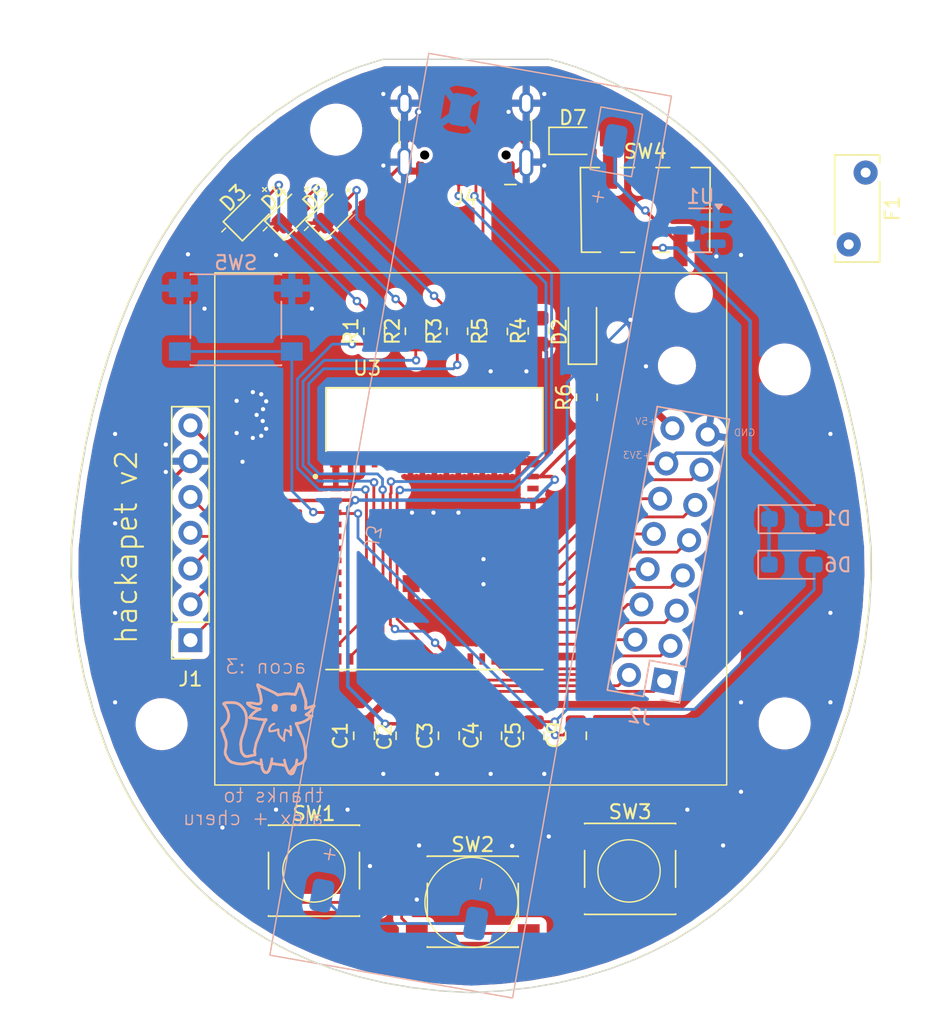
<source format=kicad_pcb>
(kicad_pcb (version 20240108) (generator "pcbnew") (generator_version "8.0")
  (layers (0 "F.Cu" signal) (31 "B.Cu" signal) (34 "B.Paste" user) (35 "F.Paste" user) (36 "B.SilkS" user "B.Silkscreen") (37 "F.SilkS" user "F.Silkscreen") (38 "B.Mask" user) (39 "F.Mask" user) (44 "Edge.Cuts" user))
  (net 0 "")
  (net 1 "Net-(J4-CC1)")
  (net 2 "GND")
  (net 3 "Net-(J4-CC2)")
  (net 4 "+5V")
  (net 5 "+3V3")
  (net 6 "PUSH1")
  (net 7 "Net-(D2-A)")
  (net 8 "Net-(D3-A)")
  (net 9 "Net-(D4-A)")
  (net 10 "RST")
  (net 11 "DC")
  (net 12 "SLK")
  (net 13 "CS")
  (net 14 "DIN")
  (net 15 "IO8")
  (net 16 "IO5")
  (net 17 "IO13")
  (net 18 "IO11")
  (net 19 "IO7")
  (net 20 "IO4")
  (net 21 "IO2")
  (net 22 "IO3")
  (net 23 "IO10")
  (net 24 "IO6")
  (net 25 "IO1")
  (net 26 "IO9")
  (net 27 "IO12")
  (net 28 "Net-(J3-Pin_1)")
  (net 29 "LED1")
  (net 30 "LED2")
  (net 31 "PUSH2")
  (net 32 "PUSH3")
  (net 34 "D+")
  (net 35 "D-")
  (net 47 "Net-(D5-A)")
  (net 48 "Net-(J3-Pin_2)")
  (net 49 "LED3")
  (net 50 "GPIO1")
  (net 53 "Net-(D6-A)")
  (net 54 "Net-(D1-A)")
  (net 55 "Net-(D7-A)")
  (net 56 "Net-(F1-Pad1)")
  (footprint "MountingHole:MountingHole_3.2mm_M3" (layer "F.Cu") (at 180.8 54.6)
    (property "Reference" "REF**" (hide yes))
    (property "Value" "MountingHole_3.2mm_M3")
  )
  (footprint "Connector_USB:USB_C_Receptacle_HCTL_HC-TYPE-C-16P-01A" (layer "F.Cu") (at 189.975 53.8 180)
    (property "Reference" "J4")
    (property "Value" "USB_C_Receptacle_USB2.0_16P")
  )
  (footprint "Button_Switch_SMD:SW_Push_1P1T_NO_6x6mm_H9.5mm" (layer "F.Cu") (at 201.675 107.075)
    (property "Reference" "SW3")
    (property "Value" "SW_Push")
  )
  (footprint "LED_SMD:LED_0805_2012Metric" (layer "F.Cu") (at 174.65 60.625 45)
    (property "Reference" "D3")
    (property "Value" "LED")
  )
  (footprint "Resistor_SMD:R_0805_2012Metric" (layer "F.Cu") (at 189.4 68.9125 90)
    (property "Reference" "R3")
    (property "Value" "1K")
  )
  (footprint "MountingHole:MountingHole_3.2mm_M3" (layer "F.Cu") (at 212.65 96.75)
    (property "Reference" "REF**" (hide yes))
    (property "Value" "MountingHole_3.2mm_M3")
  )
  (footprint "Fuse:Fuse_Bourns_MF-RHT050" (layer "F.Cu") (at 218.4 57.65 -90)
    (property "Reference" "F1")
    (property "Value" "Fuse")
  )
  (footprint "Button_Switch_SMD:SW_Push_1P1T_NO_6x6mm_H9.5mm" (layer "F.Cu") (at 179.225 107.2)
    (property "Reference" "SW1")
    (property "Value" "SW_Push")
  )
  (footprint "Connector_PinSocket_2.54mm:PinSocket_1x07_P2.54mm_Vertical" (layer "F.Cu") (at 170.45 90.835 180)
    (property "Reference" "J1")
    (property "Value" "Conn_01x07_Socket")
  )
  (footprint "LED_SMD:LED_0805_2012Metric" (layer "F.Cu") (at 197.6 55.4)
    (property "Reference" "D7")
    (property "Value" "LED")
  )
  (footprint "MountingHole:MountingHole_3.2mm_M3" (layer "F.Cu") (at 168.4 96.8)
    (property "Reference" "REF**" (hide yes))
    (property "Value" "MountingHole_3.2mm_M3")
  )
  (footprint "Diode_SMD:D_0805_2012Metric" (layer "F.Cu") (at 198.3 68.95 90)
    (property "Reference" "D2")
    (property "Value" "S-LMBR340FT1G")
  )
  (footprint "Resistor_SMD:R_0805_2012Metric" (layer "F.Cu") (at 183.5 68.9125 90)
    (property "Reference" "R1")
    (property "Value" "1K")
  )
  (footprint "MountingHole:MountingHole_3.2mm_M3" (layer "F.Cu") (at 212.65 71.625)
    (property "Reference" "REF**" (hide yes))
    (property "Value" "MountingHole_3.2mm_M3")
  )
  (footprint "Resistor_SMD:R_0805_2012Metric" (layer "F.Cu") (at 186.45 68.9125 90)
    (property "Reference" "R2")
    (property "Value" "1K")
  )
  (footprint "LED_SMD:LED_0805_2012Metric" (layer "F.Cu") (at 177.6 60.575 45)
    (property "Reference" "D4")
    (property "Value" "LED")
  )
  (footprint "Capacitor_SMD:C_0805_2012Metric" (layer "F.Cu") (at 197.83 97.625 -90)
    (property "Reference" "C9")
    (property "Value" "1uF")
  )
  (footprint "Capacitor_SMD:C_0805_2012Metric" (layer "F.Cu") (at 182.78 97.625 90)
    (property "Reference" "C1")
    (property "Value" "10uF")
  )
  (footprint "ESP32-S2-MINI-1:XCVR_ESP32-S2-MINI-1" (layer "F.Cu") (at 187.775 85.175)
    (property "Reference" "U3")
    (property "Value" "ESP32-S2-MINI-2")
  )
  (footprint "Resistor_SMD:R_0805_2012Metric" (layer "F.Cu") (at 198.6 73.6 90)
    (property "Reference" "R6")
    (property "Value" "1K")
  )
  (footprint "LED_SMD:LED_0805_2012Metric" (layer "F.Cu") (at 180.525 60.575 45)
    (property "Reference" "D5")
    (property "Value" "LED")
  )
  (footprint "Button_Switch_SMD:SW_Push_1P1T_NO_6x6mm_H9.5mm" (layer "F.Cu") (at 190.5 109.4)
    (property "Reference" "SW2")
    (property "Value" "SW_Push")
  )
  (footprint "Resistor_SMD:R_0805_2012Metric" (layer "F.Cu") (at 195.175 68.9 -90)
    (property "Reference" "R4")
    (property "Value" "5.1k")
  )
  (footprint "Capacitor_SMD:C_0805_2012Metric" (layer "F.Cu") (at 191.81 97.625 -90)
    (property "Reference" "C4")
    (property "Value" "0.1uF")
  )
  (footprint "Button_Switch_SMD:SW_DPDT_CK_JS202011JCQN" (layer "F.Cu") (at 202.75 59.2)
    (property "Reference" "SW4")
    (property "Value" "SW_SPDT")
  )
  (footprint "Resistor_SMD:R_0805_2012Metric" (layer "F.Cu") (at 192.225 68.925 -90)
    (property "Reference" "R5")
    (property "Value" "5.1k")
  )
  (footprint "Capacitor_SMD:C_0805_2012Metric" (layer "F.Cu") (at 185.79 97.625 -90)
    (property "Reference" "C2")
    (property "Value" "1uF")
  )
  (footprint "Capacitor_SMD:C_0805_2012Metric" (layer "F.Cu") (at 194.82 97.625 -90)
    (property "Reference" "C5")
    (property "Value" "10uF")
  )
  (footprint "Capacitor_SMD:C_0805_2012Metric" (layer "F.Cu") (at 188.8 97.625 90)
    (property "Reference" "C3")
    (property "Value" "0.1uF")
  )
  (footprint "Diode_SMD:D_0805_2012Metric" (layer "B.Cu") (at 213 82.4)
    (property "Reference" "D1")
    (property "Value" "S-LMBR340FT1G")
  )
  (footprint "Button_Switch_SMD:SW_Push_1P1T_NO_6x6mm_H9.5mm" (layer "B.Cu") (at 173.675 68.1 180)
    (property "Reference" "SW5")
    (property "Value" "SW_Push")
  )
  (footprint "Package_TO_SOT_SMD:SOT-23-3" (layer "B.Cu") (at 206.6625 61.75 180)
    (property "Reference" "U1")
    (property "Value" "XC6206PxxxMR")
  )
  (footprint "Connector_PinSocket_2.54mm:PinSocket_2x08_P2.54mm_Vertical" (layer "B.Cu") (at 204.09608 93.748125 -10)
    (property "Reference" "J2")
    (property "Value" "02x08_Breakout_Pins")
  )
  (footprint "Battery:1022_batteryholder" (layer "B.Cu") (at 182.864764 83.421011 80)
    (property "Reference" "J3")
    (property "Value" "battery_holder")
  )
  (footprint "Diode_SMD:D_0805_2012Metric" (layer "B.Cu") (at 213 85.575)
    (property "Reference" "D6")
    (property "Value" "S-LMBR340FT1G")
  )
  (gr_line (start 177.892527 94.667269) (end 177.889164 94.671169) (stroke (width 0.190499) (color 254 93 163 1)) (layer "B.SilkS"))
  (gr_line (start 175.025753 98.581528) (end 175.018238 98.626475) (stroke (width 0.190499) (color 254 93 163 1)) (layer "B.SilkS"))
  (gr_line (start 177.549789 96.950318) (end 177.548456 96.94968) (stroke (width 0.142874) (color 91 101 175 1)) (layer "B.SilkS"))
  (gr_line (start 176.723853 94.711085) (end 176.709773 94.712366) (stroke (width 0.190499) (color 254 93 163 1)) (layer "B.SilkS"))
  (gr_line (start 172.819003 95.346404) (end 172.816163 95.349014) (stroke (width 0.190499) (color 254 93 163 1)) (layer "B.SilkS"))
  (gr_line (start 174.331466 99.615309) (end 174.400739 99.603641) (stroke (width 0.190499) (color 254 93 163 1)) (layer "B.SilkS"))
  (gr_line (start 172.680315 97.176715) (end 172.685412 97.199059) (stroke (width 0.190499) (color 254 93 163 1)) (layer "B.SilkS"))
  (gr_line (start 176.430506 95.701309) (end 176.430912 95.699633) (stroke (width 0.412749) (color 254 93 163 1)) (layer "B.SilkS"))
  (gr_line (start 177.36388 97.25753) (end 177.373823 97.260917) (stroke (width 0.142874) (color 91 101 175 1)) (layer "B.SilkS"))
  (gr_line (start 177.915711 99.833304) (end 177.894654 99.895464) (stroke (width 0.190499) (color 254 93 163 1)) (layer "B.SilkS"))
  (gr_line (start 178.678066 96.111504) (end 178.679875 96.109721) (stroke (width 0.190499) (color 254 93 163 1)) (layer "B.SilkS"))
  (gr_line (start 177.543653 100.317623) (end 177.536279 100.314464) (stroke (width 0.190499) (color 254 93 163 1)) (layer "B.SilkS"))
  (gr_line (start 176.087918 97.299293) (end 176.093725 97.301694) (stroke (width 0.142874) (color 91 101 175 1)) (layer "B.SilkS"))
  (gr_line (start 177.584866 97.575118) (end 177.5832 97.577435) (stroke (width 0.142874) (color 91 101 175 1)) (layer "B.SilkS"))
  (gr_line (start 172.917593 98.739771) (end 172.915823 98.754583) (stroke (width 0.190499) (color 254 93 163 1)) (layer "B.SilkS"))
  (gr_line (start 174.021644 98.225237) (end 174.022294 98.187848) (stroke (width 0.190499) (color 254 93 163 1)) (layer "B.SilkS"))
  (gr_line (start 174.029818 98.075968) (end 174.034185 98.038826) (stroke (width 0.190499) (color 254 93 163 1)) (layer "B.SilkS"))
  (gr_line (start 177.774504 95.624996) (end 177.774787 95.621413) (stroke (width 0.412749) (color 254 93 163 1)) (layer "B.SilkS"))
  (gr_line (start 175.251619 94.016282) (end 175.242878 94.012288) (stroke (width 0.190499) (color 254 93 163 1)) (layer "B.SilkS"))
  (gr_line (start 175.475269 99.636504) (end 175.501956 99.643249) (stroke (width 0.190499) (color 254 93 163 1)) (layer "B.SilkS"))
  (gr_line (start 172.949612 95.284211) (end 172.929506 95.289241) (stroke (width 0.190499) (color 254 93 163 1)) (layer "B.SilkS"))
  (gr_line (start 174.400739 99.603641) (end 174.470149 99.588676) (stroke (width 0.190499) (color 254 93 163 1)) (layer "B.SilkS"))
  (gr_line (start 173.736756 95.315005) (end 173.687777 95.30068) (stroke (width 0.190499) (color 254 93 163 1)) (layer "B.SilkS"))
  (gr_line (start 176.160995 97.307744) (end 176.177606 97.306351) (stroke (width 0.142874) (color 91 101 175 1)) (layer "B.SilkS"))
  (gr_line (start 177.777272 100.196508) (end 177.769898 100.212855) (stroke (width 0.190499) (color 254 93 163 1)) (layer "B.SilkS"))
  (gr_line (start 178.095324 96.736264) (end 178.161858 96.726618) (stroke (width 0.190499) (color 254 93 163 1)) (layer "B.SilkS"))
  (gr_line (start 177.10301 97.647431) (end 177.108047 97.607302) (stroke (width 0.142874) (color 91 101 175 1)) (layer "B.SilkS"))
  (gr_line (start 174.630688 99.063764) (end 174.587902 99.073014) (stroke (width 0.190499) (color 254 93 163 1)) (layer "B.SilkS"))
  (gr_line (start 177.107788 97.968717) (end 177.107827 97.968038) (stroke (width 0.142874) (color 91 101 175 1)) (layer "B.SilkS"))
  (gr_line (start 177.135493 94.652466) (end 177.113238 94.654451) (stroke (width 0.190499) (color 254 93 163 1)) (layer "B.SilkS"))
  (gr_line (start 175.811399 96.482351) (end 175.81094 96.485163) (stroke (width 0.190499) (color 254 93 163 1)) (layer "B.SilkS"))
  (gr_line (start 178.373781 97.704189) (end 178.324902 97.596436) (stroke (width 0.190499) (color 254 93 163 1)) (layer "B.SilkS"))
  (gr_line (start 174.326033 97.087692) (end 174.34977 97.006509) (stroke (width 0.190499) (color 254 93 163 1)) (layer "B.SilkS"))
  (gr_line (start 177.511076 97.375547) (end 177.51892 97.387423) (stroke (width 0.142874) (color 91 101 175 1)) (layer "B.SilkS"))
  (gr_line (start 177.113238 94.654451) (end 177.091008 94.657106) (stroke (width 0.190499) (color 254 93 163 1)) (layer "B.SilkS"))
  (gr_line (start 172.913648 95.295404) (end 172.89142 95.305488) (stroke (width 0.190499) (color 254 93 163 1)) (layer "B.SilkS"))
  (gr_line (start 175.350318 95.744222) (end 175.324552 95.751311) (stroke (width 0.190499) (color 254 93 163 1)) (layer "B.SilkS"))
  (gr_line (start 177.466754 97.320435) (end 177.476339 97.330789) (stroke (width 0.142874) (color 91 101 175 1)) (layer "B.SilkS"))
  (gr_line (start 174.023134 98.300061) (end 174.021924 98.262647) (stroke (width 0.190499) (color 254 93 163 1)) (layer "B.SilkS"))
  (gr_line (start 177.907706 94.645692) (end 177.904988 94.650081) (stroke (width 0.190499) (color 254 93 163 1)) (layer "B.SilkS"))
  (gr_line (start 178.157751 93.947744) (end 178.154737 93.946559) (stroke (width 0.190499) (color 254 93 163 1)) (layer "B.SilkS"))
  (gr_line (start 176.66391 94.720242) (end 176.661165 94.720606) (stroke (width 0.190499) (color 254 93 163 1)) (layer "B.SilkS"))
  (gr_line (start 178.941163 96.340106) (end 178.957371 96.326391) (stroke (width 0.190499) (color 254 93 163 1)) (layer "B.SilkS"))
  (gr_line (start 178.726792 96.500334) (end 178.783209 96.462856) (stroke (width 0.190499) (color 254 93 163 1)) (layer "B.SilkS"))
  (gr_line (start 172.675 97.125) (end 172.675016 97.131871) (stroke (width 0.190499) (color 254 93 163 1)) (layer "B.SilkS"))
  (gr_line (start 172.757548 97.010043) (end 172.736982 97.02696) (stroke (width 0.190499) (color 254 93 163 1)) (layer "B.SilkS"))
  (gr_line (start 178.439275 97.868629) (end 178.418739 97.813349) (stroke (width 0.190499) (color 254 93 163 1)) (layer "B.SilkS"))
  (gr_line (start 179.151283 95.64117) (end 179.175881 95.601456) (stroke (width 0.190499) (color 254 93 163 1)) (layer "B.SilkS"))
  (gr_line (start 176.684318 97.183939) (end 176.684946 97.185872) (stroke (width 0.142874) (color 91 101 175 1)) (layer "B.SilkS"))
  (gr_line (start 177.205061 97.203994) (end 177.21215 97.205297) (stroke (width 0.142874) (color 91 101 175 1)) (layer "B.SilkS"))
  (gr_line (start 175.475782 95.031361) (end 175.477855 95.052429) (stroke (width 0.190499) (color 254 93 163 1)) (layer "B.SilkS"))
  (gr_line (start 177.098477 97.891606) (end 177.097374 97.87775) (stroke (width 0.142874) (color 91 101 175 1)) (layer "B.SilkS"))
  (gr_line (start 175.22031 94.006813) (end 175.219464 94.007715) (stroke (width 0.190499) (color 254 93 163 1)) (layer "B.SilkS"))
  (gr_line (start 172.77777 96.992798) (end 172.767784 97.001507) (stroke (width 0.190499) (color 254 93 163 1)) (layer "B.SilkS"))
  (gr_line (start 178.483787 99.454394) (end 178.512422 99.419215) (stroke (width 0.190499) (color 254 93 163 1)) (layer "B.SilkS"))
  (gr_line (start 178.636238 95.167412) (end 178.632156 95.143432) (stroke (width 0.190499) (color 254 93 163 1)) (layer "B.SilkS"))
  (gr_line (start 175.225833 94.006467) (end 175.22353 94.006213) (stroke (width 0.190499) (color 254 93 163 1)) (layer "B.SilkS"))
  (gr_line (start 174.66308 96.33978) (end 174.665517 96.341639) (stroke (width 0.190499) (color 254 93 163 1)) (layer "B.SilkS"))
  (gr_line (start 174.809948 96.365141) (end 174.873968 96.372066) (stroke (width 0.190499) (color 254 93 163 1)) (layer "B.SilkS"))
  (gr_line (start 178.669056 95.666737) (end 178.648879 95.672395) (stroke (width 0.190499) (color 254 93 163 1)) (layer "B.SilkS"))
  (gr_line (start 177.57402 97.058488) (end 177.569555 97.024575) (stroke (width 0.142874) (color 91 101 175 1)) (layer "B.SilkS"))
  (gr_line (start 174.026381 98.113196) (end 174.029818 98.075968) (stroke (width 0.190499) (color 254 93 163 1)) (layer "B.SilkS"))
  (gr_line (start 178.340587 94.228172) (end 178.315784 94.169707) (stroke (width 0.190499) (color 254 93 163 1)) (layer "B.SilkS"))
  (gr_line (start 178.496857 94.71458) (end 178.478058 94.653292) (stroke (width 0.190499) (color 254 93 163 1)) (layer "B.SilkS"))
  (gr_line (start 177.187549 94.649298) (end 177.135493 94.652466) (stroke (width 0.190499) (color 254 93 163 1)) (layer "B.SilkS"))
  (gr_line (start 178.601446 95.018998) (end 178.581985 94.95774) (stroke (width 0.190499) (color 254 93 163 1)) (layer "B.SilkS"))
  (gr_line (start 175.251026 94.136557) (end 175.260664 94.161911) (stroke (width 0.190499) (color 254 93 163 1)) (layer "B.SilkS"))
  (gr_line (start 176.51058 94.633397) (end 176.48494 94.61746) (stroke (width 0.190499) (color 254 93 163 1)) (layer "B.SilkS"))
  (gr_line (start 173.014359 96.70812) (end 172.989255 96.742692) (stroke (width 0.190499) (color 254 93 163 1)) (layer "B.SilkS"))
  (gr_line (start 174.262317 99.623795) (end 174.331466 99.615309) (stroke (width 0.190499) (color 254 93 163 1)) (layer "B.SilkS"))
  (gr_line (start 176.115913 96.978311) (end 176.105698 96.994275) (stroke (width 0.142874) (color 91 101 175 1)) (layer "B.SilkS"))
  (gr_line (start 172.982651 98.066215) (end 172.987155 98.096953) (stroke (width 0.190499) (color 254 93 163 1)) (layer "B.SilkS"))
  (gr_line (start 177.782173 94.675966) (end 177.778097 94.675422) (stroke (width 0.190499) (color 254 93 163 1)) (layer "B.SilkS"))
  (gr_line (start 174.032344 98.412158) (end 174.028344 98.374833) (stroke (width 0.190499) (color 254 93 163 1)) (layer "B.SilkS"))
  (gr_line (start 175.209562 95.704187) (end 175.308519 95.724553) (stroke (width 0.190499) (color 254 93 163 1)) (layer "B.SilkS"))
  (gr_line (start 175.538164 99.882055) (end 175.534522 99.864018) (stroke (width 0.190499) (color 254 93 163 1)) (layer "B.SilkS"))
  (gr_line (start 172.787341 96.983827) (end 172.77777 96.992798) (stroke (width 0.190499) (color 254 93 163 1)) (layer "B.SilkS"))
  (gr_line (start 178.063499 96.98592) (end 178.054685 96.964044) (stroke (width 0.190499) (color 254 93 163 1)) (layer "B.SilkS"))
  (gr_line (start 174.836837 95.306654) (end 174.795567 95.3041) (stroke (width 0.190499) (color 254 93 163 1)) (layer "B.SilkS"))
  (gr_line (start 176.709773 94.712366) (end 176.695614 94.714137) (stroke (width 0.190499) (color 254 93 163 1)) (layer "B.SilkS"))
  (gr_line (start 176.644801 94.719149) (end 176.642105 94.718381) (stroke (width 0.190499) (color 254 93 163 1)) (layer "B.SilkS"))
  (gr_line (start 177.916102 94.629596) (end 177.914434 94.633279) (stroke (width 0.190499) (color 254 93 163 1)) (layer "B.SilkS"))
  (gr_line (start 172.976656 98.035936) (end 172.982651 98.066215) (stroke (width 0.190499) (color 254 93 163 1)) (layer "B.SilkS"))
  (gr_line (start 176.675786 97.176246) (end 176.677513 97.176595) (stroke (width 0.142874) (color 91 101 175 1)) (layer "B.SilkS"))
  (gr_line (start 175.39502 99.61816) (end 175.448542 99.63019) (stroke (width 0.190499) (color 254 93 163 1)) (layer "B.SilkS"))
  (gr_line (start 178.504047 98.096019) (end 178.490838 98.038093) (stroke (width 0.190499) (color 254 93 163 1)) (layer "B.SilkS"))
  (gr_line (start 177.751603 100.243593) (end 177.740811 100.257755) (stroke (width 0.190499) (color 254 93 163 1)) (layer "B.SilkS"))
  (gr_line (start 178.189309 93.978041) (end 178.178757 93.966594) (stroke (width 0.190499) (color 254 93 163 1)) (layer "B.SilkS"))
  (gr_line (start 177.586191 97.525117) (end 177.587905 97.531392) (stroke (width 0.142874) (color 91 101 175 1)) (layer "B.SilkS"))
  (gr_line (start 174.658455 96.320878) (end 174.657309 96.323655) (stroke (width 0.190499) (color 254 93 163 1)) (layer "B.SilkS"))
  (gr_line (start 178.609042 98.693066) (end 178.592273 98.584567) (stroke (width 0.190499) (color 254 93 163 1)) (layer "B.SilkS"))
  (gr_line (start 176.432406 95.694583) (end 176.434567 95.687836) (stroke (width 0.412749) (color 254 93 163 1)) (layer "B.SilkS"))
  (gr_line (start 177.22844 97.210126) (end 177.237208 97.213336) (stroke (width 0.142874) (color 91 101 175 1)) (layer "B.SilkS"))
  (gr_line (start 175.461586 99.319716) (end 175.501956 99.643249) (stroke (width 0.190499) (color 254 93 163 1)) (layer "B.SilkS"))
  (gr_line (start 178.689781 96.102439) (end 178.695889 96.098812) (stroke (width 0.190499) (color 254 93 163 1)) (layer "B.SilkS"))
  (gr_line (start 177.046613 94.664024) (end 177.002297 94.672413) (stroke (width 0.190499) (color 254 93 163 1)) (layer "B.SilkS"))
  (gr_line (start 172.912532 97.827739) (end 172.936689 97.896253) (stroke (width 0.190499) (color 254 93 163 1)) (layer "B.SilkS"))
  (gr_line (start 175.376595 95.33718) (end 175.361453 95.344929) (stroke (width 0.190499) (color 254 93 163 1)) (layer "B.SilkS"))
  (gr_line (start 173.107314 96.540997) (end 173.088263 96.583438) (stroke (width 0.190499) (color 254 93 163 1)) (layer "B.SilkS"))
  (gr_line (start 178.059836 99.665852) (end 178.072583 99.662782) (stroke (width 0.190499) (color 254 93 163 1)) (layer "B.SilkS"))
  (gr_line (start 177.383647 97.264559) (end 177.393322 97.2685) (stroke (width 0.142874) (color 91 101 175 1)) (layer "B.SilkS"))
  (gr_line (start 178.146939 99.640159) (end 178.19576 99.62306) (stroke (width 0.190499) (color 254 93 163 1)) (layer "B.SilkS"))
  (gr_line (start 174.992956 98.989992) (end 174.81162 99.02592) (stroke (width 0.190499) (color 254 93 163 1)) (layer "B.SilkS"))
  (gr_line (start 177.58252 97.578223) (end 177.581924 97.578764) (stroke (width 0.142874) (color 91 101 175 1)) (layer "B.SilkS"))
  (gr_line (start 176.43723 95.673898) (end 176.438134 95.666659) (stroke (width 0.412749) (color 254 93 163 1)) (layer "B.SilkS"))
  (gr_line (start 174.795567 95.3041) (end 174.754362 95.302099) (stroke (width 0.190499) (color 254 93 163 1)) (layer "B.SilkS"))
  (gr_line (start 174.660987 96.337814) (end 174.66308 96.33978) (stroke (width 0.190499) (color 254 93 163 1)) (layer "B.SilkS"))
  (gr_line (start 175.761842 100.225988) (end 175.74861 100.219156) (stroke (width 0.190499) (color 254 93 163 1)) (layer "B.SilkS"))
  (gr_line (start 174.418072 96.230891) (end 174.40932 96.169471) (stroke (width 0.190499) (color 254 93 163 1)) (layer "B.SilkS"))
  (gr_line (start 172.809674 95.358665) (end 172.809477 95.360819) (stroke (width 0.190499) (color 254 93 163 1)) (layer "B.SilkS"))
  (gr_line (start 177.584223 97.518943) (end 177.586191 97.525117) (stroke (width 0.142874) (color 91 101 175 1)) (layer "B.SilkS"))
  (gr_line (start 172.909281 96.844514) (end 172.881476 96.877702) (stroke (width 0.190499) (color 254 93 163 1)) (layer "B.SilkS"))
  (gr_line (start 176.079625 97.044134) (end 176.072589 97.061327) (stroke (width 0.142874) (color 91 101 175 1)) (layer "B.SilkS"))
  (gr_line (start 177.557729 96.95835) (end 177.557134 96.957198) (stroke (width 0.142874) (color 91 101 175 1)) (layer "B.SilkS"))
  (gr_line (start 175.505925 99.648783) (end 175.505412 99.64733) (stroke (width 0.190499) (color 254 93 163 1)) (layer "B.SilkS"))
  (gr_line (start 175.219175 94.009053) (end 175.21963 94.020762) (stroke (width 0.190499) (color 254 93 163 1)) (layer "B.SilkS"))
  (gr_line (start 178.051241 94.274398) (end 178.038733 94.306582) (stroke (width 0.190499) (color 254 93 163 1)) (layer "B.SilkS"))
  (gr_line (start 178.309417 94.155945) (end 178.302462 94.141947) (stroke (width 0.190499) (color 254 93 163 1)) (layer "B.SilkS"))
  (gr_line (start 174.476972 99.090961) (end 174.460595 99.092152) (stroke (width 0.190499) (color 254 93 163 1)) (layer "B.SilkS"))
  (gr_line (start 178.337671 99.568132) (end 178.358734 99.556504) (stroke (width 0.190499) (color 254 93 163 1)) (layer "B.SilkS"))
  (gr_line (start 174.855256 99.481784) (end 174.860864 99.480061) (stroke (width 0.190499) (color 254 93 163 1)) (layer "B.SilkS"))
  (gr_line (start 176.435051 95.686153) (end 176.435488 95.684475) (stroke (width 0.412749) (color 254 93 163 1)) (layer "B.SilkS"))
  (gr_line (start 173.306566 99.45891) (end 173.323692 99.469098) (stroke (width 0.190499) (color 254 93 163 1)) (layer "B.SilkS"))
  (gr_line (start 177.606012 100.328391) (end 177.597073 100.328363) (stroke (width 0.190499) (color 254 93 163 1)) (layer "B.SilkS"))
  (gr_line (start 178.358734 99.556504) (end 178.378991 99.544093) (stroke (width 0.190499) (color 254 93 163 1)) (layer "B.SilkS"))
  (gr_line (start 178.537954 99.381688) (end 178.560411 99.341987) (stroke (width 0.190499) (color 254 93 163 1)) (layer "B.SilkS"))
  (gr_line (start 172.881476 96.877702) (end 172.853301 96.910453) (stroke (width 0.190499) (color 254 93 163 1)) (layer "B.SilkS"))
  (gr_line (start 177.785216 95.586745) (end 177.785899 95.584569) (stroke (width 0.412749) (color 254 93 163 1)) (layer "B.SilkS"))
  (gr_line (start 173.057112 99.184855) (end 173.077943 99.219412) (stroke (width 0.190499) (color 254 93 163 1)) (layer "B.SilkS"))
  (gr_line (start 174.428303 96.359197) (end 174.424348 96.29408) (stroke (width 0.190499) (color 254 93 163 1)) (layer "B.SilkS"))
  (gr_line (start 177.784091 95.72036) (end 177.787273 95.575852) (stroke (width 0.412749) (color 254 93 163 1)) (layer "B.SilkS"))
  (gr_line (start 172.72698 97.03552) (end 172.717386 97.044269) (stroke (width 0.190499) (color 254 93 163 1)) (layer "B.SilkS"))
  (gr_line (start 174.7209 99.04439) (end 174.630688 99.063764) (stroke (width 0.190499) (color 254 93 163 1)) (layer "B.SilkS"))
  (gr_line (start 172.929929 98.908726) (end 172.935822 98.927862) (stroke (width 0.190499) (color 254 93 163 1)) (layer "B.SilkS"))
  (gr_line (start 175.241505 94.110446) (end 175.251026 94.136557) (stroke (width 0.190499) (color 254 93 163 1)) (layer "B.SilkS"))
  (gr_line (start 177.188802 97.209897) (end 177.189491 97.207979) (stroke (width 0.142874) (color 91 101 175 1)) (layer "B.SilkS"))
  (gr_line (start 172.920469 98.869939) (end 172.924783 98.889422) (stroke (width 0.190499) (color 254 93 163 1)) (layer "B.SilkS"))
  (gr_line (start 176.435488 95.684475) (end 176.435865 95.682802) (stroke (width 0.412749) (color 254 93 163 1)) (layer "B.SilkS"))
  (gr_line (start 177.914434 94.633279) (end 177.912459 94.63723) (stroke (width 0.190499) (color 254 93 163 1)) (layer "B.SilkS"))
  (gr_line (start 176.497885 99.633167) (end 176.434735 99.62097) (stroke (width 0.190499) (color 254 93 163 1)) (layer "B.SilkS"))
  (gr_line (start 176.718122 97.51578) (end 176.725905 97.535537) (stroke (width 0.142874) (color 91 101 175 1)) (layer "B.SilkS"))
  (gr_line (start 177.784441 95.588922) (end 177.785216 95.586745) (stroke (width 0.412749) (color 254 93 163 1)) (layer "B.SilkS"))
  (gr_line (start 177.101243 97.919321) (end 177.099763 97.905472) (stroke (width 0.142874) (color 91 101 175 1)) (layer "B.SilkS"))
  (gr_line (start 178.684358 96.106095) (end 178.689781 96.102439) (stroke (width 0.190499) (color 254 93 163 1)) (layer "B.SilkS"))
  (gr_line (start 175.803695 96.474367) (end 175.806934 96.47591) (stroke (width 0.190499) (color 254 93 163 1)) (layer "B.SilkS"))
  (gr_line (start 176.693401 97.406001) (end 176.696645 97.430591) (stroke (width 0.142874) (color 91 101 175 1)) (layer "B.SilkS"))
  (gr_line (start 178.424023 94.468148) (end 178.404957 94.407327) (stroke (width 0.190499) (color 254 93 163 1)) (layer "B.SilkS"))
  (gr_line (start 178.045367 96.942463) (end 178.035463 96.921226) (stroke (width 0.190499) (color 254 93 163 1)) (layer "B.SilkS"))
  (gr_line (start 176.438134 95.666659) (end 176.439569 95.652176) (stroke (width 0.412749) (color 254 93 163 1)) (layer "B.SilkS"))
  (gr_line (start 177.774787 95.621413) (end 177.77518 95.617833) (stroke (width 0.412749) (color 254 93 163 1)) (layer "B.SilkS"))
  (gr_line (start 176.801986 97.662303) (end 176.81536 97.679377) (stroke (width 0.142874) (color 91 101 175 1)) (layer "B.SilkS"))
  (gr_line (start 177.770747 95.70721) (end 177.770209 95.705607) (stroke (width 0.412749) (color 254 93 163 1)) (layer "B.SilkS"))
  (gr_line (start 175.508842 99.671544) (end 175.508495 99.666078) (stroke (width 0.190499) (color 254 93 163 1)) (layer "B.SilkS"))
  (gr_line (start 176.913592 97.789937) (end 176.942255 97.818661) (stroke (width 0.142874) (color 91 101 175 1)) (layer "B.SilkS"))
  (gr_line (start 177.769355 95.697219) (end 177.769682 95.693759) (stroke (width 0.412749) (color 254 93 163 1)) (layer "B.SilkS"))
  (gr_line (start 176.892892 99.683413) (end 176.809524 99.674654) (stroke (width 0.190499) (color 254 93 163 1)) (layer "B.SilkS"))
  (gr_line (start 177.877275 94.682213) (end 177.875612 94.683359) (stroke (width 0.190499) (color 254 93 163 1)) (layer "B.SilkS"))
  (gr_line (start 176.705356 97.47452) (end 176.711256 97.495458) (stroke (width 0.142874) (color 91 101 175 1)) (layer "B.SilkS"))
  (gr_line (start 175.288024 99.591607) (end 175.314738 99.598993) (stroke (width 0.190499) (color 254 93 163 1)) (layer "B.SilkS"))
  (gr_line (start 173.12274 99.285257) (end 173.146919 99.316311) (stroke (width 0.190499) (color 254 93 163 1)) (layer "B.SilkS"))
  (gr_line (start 177.446421 97.30094) (end 177.456786 97.310476) (stroke (width 0.142874) (color 91 101 175 1)) (layer "B.SilkS"))
  (gr_line (start 172.796332 97.485963) (end 172.80522 97.520725) (stroke (width 0.190499) (color 254 93 163 1)) (layer "B.SilkS"))
  (gr_line (start 174.2243 98.9905) (end 174.21054 98.975339) (stroke (width 0.190499) (color 254 93 163 1)) (layer "B.SilkS"))
  (gr_line (start 172.982074 99.039682) (end 172.999595 99.076051) (stroke (width 0.190499) (color 254 93 163 1)) (layer "B.SilkS"))
  (gr_line (start 175.123183 99.545783) (end 175.156181 99.55514) (stroke (width 0.190499) (color 254 93 163 1)) (layer "B.SilkS"))
  (gr_line (start 178.957371 96.326391) (end 178.973911 96.313004) (stroke (width 0.190499) (color 254 93 163 1)) (layer "B.SilkS"))
  (gr_line (start 175.471012 95.19768) (end 175.46542 95.217741) (stroke (width 0.190499) (color 254 93 163 1)) (layer "B.SilkS"))
  (gr_line (start 175.685992 100.170402) (end 175.674306 100.158161) (stroke (width 0.190499) (color 254 93 163 1)) (layer "B.SilkS"))
  (gr_line (start 178.750598 95.646194) (end 178.709761 95.656445) (stroke (width 0.190499) (color 254 93 163 1)) (layer "B.SilkS"))
  (gr_line (start 176.364026 96.783118) (end 176.330682 96.796665) (stroke (width 0.142874) (color 91 101 175 1)) (layer "B.SilkS"))
  (gr_line (start 178.709761 95.656445) (end 178.689367 95.661487) (stroke (width 0.190499) (color 254 93 163 1)) (layer "B.SilkS"))
  (gr_line (start 178.639195 95.532067) (end 178.640348 95.516368) (stroke (width 0.190499) (color 254 93 163 1)) (layer "B.SilkS"))
  (gr_line (start 177.559855 97.462139) (end 177.571453 97.487646) (stroke (width 0.142874) (color 91 101 175 1)) (layer "B.SilkS"))
  (gr_line (start 177.580967 97.579149) (end 177.580598 97.579018) (stroke (width 0.142874) (color 91 101 175 1)) (layer "B.SilkS"))
  (gr_line (start 176.443961 95.594229) (end 176.445713 95.57975) (stroke (width 0.412749) (color 254 93 163 1)) (layer "B.SilkS"))
  (gr_line (start 174.504253 95.307107) (end 174.503634 95.308663) (stroke (width 0.190499) (color 254 93 163 1)) (layer "B.SilkS"))
  (gr_line (start 177.870462 94.686061) (end 177.868375 94.686724) (stroke (width 0.190499) (color 254 93 163 1)) (layer "B.SilkS"))
  (gr_line (start 176.696645 97.430591) (end 176.700469 97.452914) (stroke (width 0.142874) (color 91 101 175 1)) (layer "B.SilkS"))
  (gr_line (start 178.935867 96.213342) (end 178.918312 96.209853) (stroke (width 0.190499) (color 254 93 163 1)) (layer "B.SilkS"))
  (gr_line (start 177.76132 100.228588) (end 177.751603 100.243593) (stroke (width 0.190499) (color 254 93 163 1)) (layer "B.SilkS"))
  (gr_line (start 178.770939 95.640589) (end 178.750598 95.646194) (stroke (width 0.190499) (color 254 93 163 1)) (layer "B.SilkS"))
  (gr_line (start 177.588034 100.327825) (end 177.578905 100.32676) (stroke (width 0.190499) (color 254 93 163 1)) (layer "B.SilkS"))
  (gr_line (start 176.685723 97.216065) (end 176.68488 97.225769) (stroke (width 0.142874) (color 91 101 175 1)) (layer "B.SilkS"))
  (gr_line (start 178.160087 97.254631) (end 178.150868 97.232826) (stroke (width 0.190499) (color 254 93 163 1)) (layer "B.SilkS"))
  (gr_line (start 177.775698 95.614255) (end 177.776351 95.610681) (stroke (width 0.412749) (color 254 93 163 1)) (layer "B.SilkS"))
  (gr_line (start 175.256822 95.366661) (end 175.218139 95.366291) (stroke (width 0.190499) (color 254 93 163 1)) (layer "B.SilkS"))
  (gr_line (start 177.614845 100.327921) (end 177.606012 100.328391) (stroke (width 0.190499) (color 254 93 163 1)) (layer "B.SilkS"))
  (gr_line (start 177.090746 99.721942) (end 177.051239 99.713144) (stroke (width 0.190499) (color 254 93 163 1)) (layer "B.SilkS"))
  (gr_line (start 172.726816 97.310096) (end 172.746812 97.354236) (stroke (width 0.190499) (color 254 93 163 1)) (layer "B.SilkS"))
  (gr_line (start 173.019885 95.673736) (end 173.060777 95.757017) (stroke (width 0.190499) (color 254 93 163 1)) (layer "B.SilkS"))
  (gr_line (start 177.353852 97.254352) (end 177.36388 97.25753) (stroke (width 0.142874) (color 91 101 175 1)) (layer "B.SilkS"))
  (gr_line (start 174.03948 98.001788) (end 174.045705 97.96487) (stroke (width 0.190499) (color 254 93 163 1)) (layer "B.SilkS"))
  (gr_line (start 176.065173 99.989078) (end 176.058105 100.007486) (stroke (width 0.190499) (color 254 93 163 1)) (layer "B.SilkS"))
  (gr_line (start 177.990685 99.67988) (end 177.996714 99.67812) (stroke (width 0.190499) (color 254 93 163 1)) (layer "B.SilkS"))
  (gr_line (start 177.547298 97.436774) (end 177.559855 97.462139) (stroke (width 0.142874) (color 91 101 175 1)) (layer "B.SilkS"))
  (gr_line (start 175.361453 95.344929) (end 175.345554 95.351372) (stroke (width 0.190499) (color 254 93 163 1)) (layer "B.SilkS"))
  (gr_line (start 177.666671 94.665426) (end 177.555149 94.656562) (stroke (width 0.190499) (color 254 93 163 1)) (layer "B.SilkS"))
  (gr_line (start 178.315784 94.169707) (end 178.309417 94.155945) (stroke (width 0.190499) (color 254 93 163 1)) (layer "B.SilkS"))
  (gr_line (start 176.446823 95.572513) (end 176.448122 95.565279) (stroke (width 0.412749) (color 254 93 163 1)) (layer "B.SilkS"))
  (gr_line (start 177.77104 95.686824) (end 177.772805 95.680064) (stroke (width 0.412749) (color 254 93 163 1)) (layer "B.SilkS"))
  (gr_line (start 176.429912 95.704643) (end 176.430169 95.702979) (stroke (width 0.412749) (color 254 93 163 1)) (layer "B.SilkS"))
  (gr_line (start 175.448542 99.63019) (end 175.475269 99.636504) (stroke (width 0.190499) (color 254 93 163 1)) (layer "B.SilkS"))
  (gr_line (start 178.178757 93.966594) (end 178.168241 93.955776) (stroke (width 0.190499) (color 254 93 163 1)) (layer "B.SilkS"))
  (gr_line (start 173.416996 99.511851) (end 173.437285 99.518662) (stroke (width 0.190499) (color 254 93 163 1)) (layer "B.SilkS"))
  (gr_line (start 172.947941 97.930784) (end 172.958449 97.965548) (stroke (width 0.190499) (color 254 93 163 1)) (layer "B.SilkS"))
  (gr_line (start 177.394005 100.166947) (end 177.38431 100.151247) (stroke (width 0.190499) (color 254 93 163 1)) (layer "B.SilkS"))
  (gr_line (start 173.942539 95.420363) (end 173.916044 95.402252) (stroke (width 0.190499) (color 254 93 163 1)) (layer "B.SilkS"))
  (gr_line (start 179.125941 95.680274) (end 179.151283 95.64117) (stroke (width 0.190499) (color 254 93 163 1)) (layer "B.SilkS"))
  (gr_line (start 172.949505 98.965666) (end 172.957125 98.984354) (stroke (width 0.190499) (color 254 93 163 1)) (layer "B.SilkS"))
  (gr_line (start 175.034001 98.919064) (end 175.035896 98.928475) (stroke (width 0.190499) (color 254 93 163 1)) (layer "B.SilkS"))
  (gr_line (start 177.551015 96.950994) (end 177.549789 96.950318) (stroke (width 0.142874) (color 91 101 175 1)) (layer "B.SilkS"))
  (gr_line (start 176.711256 97.495458) (end 176.718122 97.51578) (stroke (width 0.142874) (color 91 101 175 1)) (layer "B.SilkS"))
  (gr_line (start 172.921919 98.710425) (end 172.917593 98.739771) (stroke (width 0.190499) (color 254 93 163 1)) (layer "B.SilkS"))
  (gr_line (start 177.398192 94.647654) (end 177.345422 94.646513) (stroke (width 0.190499) (color 254 93 163 1)) (layer "B.SilkS"))
  (gr_line (start 172.707926 97.265808) (end 172.726816 97.310096) (stroke (width 0.190499) (color 254 93 163 1)) (layer "B.SilkS"))
  (gr_line (start 175.109638 95.866483) (end 175.065691 95.899299) (stroke (width 0.190499) (color 254 93 163 1)) (layer "B.SilkS"))
  (gr_line (start 177.774217 95.632169) (end 177.774318 95.628582) (stroke (width 0.412749) (color 254 93 163 1)) (layer "B.SilkS"))
  (gr_line (start 172.973907 95.592515) (end 173.019885 95.673736) (stroke (width 0.190499) (color 254 93 163 1)) (layer "B.SilkS"))
  (gr_line (start 175.387829 94.573847) (end 175.411537 94.666369) (stroke (width 0.190499) (color 254 93 163 1)) (layer "B.SilkS"))
  (gr_line (start 175.008234 98.723913) (end 175.008336 98.738174) (stroke (width 0.190499) (color 254 93 163 1)) (layer "B.SilkS"))
  (gr_line (start 177.597073 100.328363) (end 177.588034 100.327825) (stroke (width 0.190499) (color 254 93 163 1)) (layer "B.SilkS"))
  (gr_line (start 177.976719 94.46587) (end 177.946813 94.546011) (stroke (width 0.190499) (color 254 93 163 1)) (layer "B.SilkS"))
  (gr_line (start 175.225389 95.793104) (end 175.201536 95.806305) (stroke (width 0.190499) (color 254 93 163 1)) (layer "B.SilkS"))
  (gr_line (start 176.673865 97.176195) (end 176.675786 97.176246) (stroke (width 0.142874) (color 91 101 175 1)) (layer "B.SilkS"))
  (gr_line (start 177.345422 94.646513) (end 177.29264 94.646373) (stroke (width 0.190499) (color 254 93 163 1)) (layer "B.SilkS"))
  (gr_line (start 172.936594 96.810926) (end 172.909281 96.844514) (stroke (width 0.190499) (color 254 93 163 1)) (layer "B.SilkS"))
  (gr_line (start 175.377619 95.732879) (end 175.388616 95.733381) (stroke (width 0.190499) (color 254 93 163 1)) (layer "B.SilkS"))
  (gr_line (start 177.772268 95.710312) (end 177.77143 95.708779) (stroke (width 0.412749) (color 254 93 163 1)) (layer "B.SilkS"))
  (gr_line (start 174.695086 96.268473) (end 174.660184 96.317976) (stroke (width 0.190499) (color 254 93 163 1)) (layer "B.SilkS"))
  (gr_line (start 174.889145 95.611745) (end 174.942408 95.631406) (stroke (width 0.190499) (color 254 93 163 1)) (layer "B.SilkS"))
  (gr_line (start 174.878212 95.309819) (end 174.836837 95.306654) (stroke (width 0.190499) (color 254 93 163 1)) (layer "B.SilkS"))
  (gr_line (start 174.021924 98.262647) (end 174.021644 98.225237) (stroke (width 0.190499) (color 254 93 163 1)) (layer "B.SilkS"))
  (gr_line (start 176.885541 97.760479) (end 176.913592 97.789937) (stroke (width 0.142874) (color 91 101 175 1)) (layer "B.SilkS"))
  (gr_line (start 174.685669 96.3507) (end 174.693777 96.352982) (stroke (width 0.190499) (color 254 93 163 1)) (layer "B.SilkS"))
  (gr_line (start 178.848549 96.191585) (end 178.81407 96.180249) (stroke (width 0.190499) (color 254 93 163 1)) (layer "B.SilkS"))
  (gr_line (start 177.194078 97.204406) (end 177.196356 97.203876) (stroke (width 0.142874) (color 91 101 175 1)) (layer "B.SilkS"))
  (gr_line (start 178.378991 99.544093) (end 178.398445 99.53092) (stroke (width 0.190499) (color 254 93 163 1)) (layer "B.SilkS"))
  (gr_line (start 179.221325 95.48956) (end 179.218875 95.489799) (stroke (width 0.190499) (color 254 93 163 1)) (layer "B.SilkS"))
  (gr_line (start 176.053769 97.132323) (end 176.051592 97.150506) (stroke (width 0.142874) (color 91 101 175 1)) (layer "B.SilkS"))
  (gr_line (start 177.561132 96.970849) (end 177.560422 96.967112) (stroke (width 0.142874) (color 91 101 175 1)) (layer "B.SilkS"))
  (gr_line (start 176.681622 97.179249) (end 176.682666 97.18061) (stroke (width 0.142874) (color 91 101 175 1)) (layer "B.SilkS"))
  (gr_line (start 176.442669 95.608713) (end 176.443961 95.594229) (stroke (width 0.412749) (color 254 93 163 1)) (layer "B.SilkS"))
  (gr_line (start 175.235095 94.009148) (end 175.228552 94.007057) (stroke (width 0.190499) (color 254 93 163 1)) (layer "B.SilkS"))
  (gr_line (start 175.56352 99.971949) (end 175.557284 99.953969) (stroke (width 0.190499) (color 254 93 163 1)) (layer "B.SilkS"))
  (gr_line (start 173.147326 96.015684) (end 173.162262 96.103673) (stroke (width 0.190499) (color 254 93 163 1)) (layer "B.SilkS"))
  (gr_line (start 174.941981 99.483084) (end 174.952504 99.486366) (stroke (width 0.190499) (color 254 93 163 1)) (layer "B.SilkS"))
  (gr_line (start 174.07059 98.715837) (end 174.064244 98.685232) (stroke (width 0.190499) (color 254 93 163 1)) (layer "B.SilkS"))
  (gr_line (start 173.060558 95.273239) (end 173.02944 95.274828) (stroke (width 0.190499) (color 254 93 163 1)) (layer "B.SilkS"))
  (gr_line (start 172.675435 97.118367) (end 172.675 97.125) (stroke (width 0.190499) (color 254 93 163 1)) (layer "B.SilkS"))
  (gr_line (start 178.72205 96.085755) (end 178.73259 96.080914) (stroke (width 0.190499) (color 254 93 163 1)) (layer "B.SilkS"))
  (gr_line (start 174.21054 98.975339) (end 174.196537 98.958934) (stroke (width 0.190499) (color 254 93 163 1)) (layer "B.SilkS"))
  (gr_line (start 176.6087 94.700091) (end 176.603942 94.696611) (stroke (width 0.190499) (color 254 93 163 1)) (layer "B.SilkS"))
  (gr_line (start 175.178041 95.820365) (end 175.154899 95.835162) (stroke (width 0.190499) (color 254 93 163 1)) (layer "B.SilkS"))
  (gr_line (start 176.067304 97.280291) (end 176.070152 97.285105) (stroke (width 0.142874) (color 91 101 175 1)) (layer "B.SilkS"))
  (gr_line (start 175.341483 99.605764) (end 175.39502 99.61816) (stroke (width 0.190499) (color 254 93 163 1)) (layer "B.SilkS"))
  (gr_line (start 174.9121 96.024187) (end 174.89011 96.044482) (stroke (width 0.190499) (color 254 93 163 1)) (layer "B.SilkS"))
  (gr_line (start 177.533685 97.411789) (end 177.540629 97.424219) (stroke (width 0.142874) (color 91 101 175 1)) (layer "B.SilkS"))
  (gr_line (start 179.223565 95.489528) (end 179.221325 95.48956) (stroke (width 0.190499) (color 254 93 163 1)) (layer "B.SilkS"))
  (gr_line (start 176.765235 97.609936) (end 176.776875 97.627634) (stroke (width 0.142874) (color 91 101 175 1)) (layer "B.SilkS"))
  (gr_line (start 178.150868 97.232826) (end 178.133812 97.188476) (stroke (width 0.190499) (color 254 93 163 1)) (layer "B.SilkS"))
  (gr_line (start 176.858173 97.730168) (end 176.885541 97.760479) (stroke (width 0.142874) (color 91 101 175 1)) (layer "B.SilkS"))
  (gr_line (start 177.77738 95.715997) (end 177.775818 95.71465) (stroke (width 0.412749) (color 254 93 163 1)) (layer "B.SilkS"))
  (gr_line (start 175.112336 98.154777) (end 175.025753 98.581528) (stroke (width 0.190499) (color 254 93 163 1)) (layer "B.SilkS"))
  (gr_line (start 176.913844 94.690378) (end 176.869681 94.698343) (stroke (width 0.190499) (color 254 93 163 1)) (layer "B.SilkS"))
  (gr_line (start 177.8661 94.687246) (end 177.863649 94.687634) (stroke (width 0.190499) (color 254 93 163 1)) (layer "B.SilkS"))
  (gr_line (start 176.025867 100.079152) (end 176.016589 100.09632) (stroke (width 0.190499) (color 254 93 163 1)) (layer "B.SilkS"))
  (gr_line (start 172.796332 96.974502) (end 172.787341 96.983827) (stroke (width 0.190499) (color 254 93 163 1)) (layer "B.SilkS"))
  (gr_line (start 177.587198 97.40314) (end 177.587983 97.334043) (stroke (width 0.142874) (color 91 101 175 1)) (layer "B.SilkS"))
  (gr_line (start 178.627441 95.636807) (end 178.630182 95.610098) (stroke (width 0.190499) (color 254 93 163 1)) (layer "B.SilkS"))
  (gr_line (start 179.213408 95.490836) (end 179.207302 95.492504) (stroke (width 0.190499) (color 254 93 163 1)) (layer "B.SilkS"))
  (gr_line (start 176.536012 94.649726) (end 176.51058 94.633397) (stroke (width 0.190499) (color 254 93 163 1)) (layer "B.SilkS"))
  (gr_line (start 174.503925 95.314128) (end 174.504671 95.316221) (stroke (width 0.190499) (color 254 93 163 1)) (layer "B.SilkS"))
  (gr_line (start 174.702181 96.354926) (end 174.710642 96.356552) (stroke (width 0.190499) (color 254 93 163 1)) (layer "B.SilkS"))
  (gr_line (start 172.852827 95.324572) (end 172.843099 95.330017) (stroke (width 0.190499) (color 254 93 163 1)) (layer "B.SilkS"))
  (gr_line (start 179.223119 95.520464) (end 179.22564 95.515799) (stroke (width 0.190499) (color 254 93 163 1)) (layer "B.SilkS"))
  (gr_line (start 173.199377 99.374096) (end 173.227869 99.400594) (stroke (width 0.190499) (color 254 93 163 1)) (layer "B.SilkS"))
  (gr_line (start 172.746812 97.354236) (end 172.766205 97.398248) (stroke (width 0.190499) (color 254 93 163 1)) (layer "B.SilkS"))
  (gr_line (start 178.164494 93.952312) (end 178.161 93.949648) (stroke (width 0.190499) (color 254 93 163 1)) (layer "B.SilkS"))
  (gr_line (start 173.419956 95.272465) (end 173.342274 95.271591) (stroke (width 0.190499) (color 254 93 163 1)) (layer "B.SilkS"))
  (gr_line (start 175.022841 98.978561) (end 175.019162 98.980929) (stroke (width 0.190499) (color 254 93 163 1)) (layer "B.SilkS"))
  (gr_line (start 175.46542 95.217741) (end 175.458283 95.237538) (stroke (width 0.190499) (color 254 93 163 1)) (layer "B.SilkS"))
  (gr_line (start 179.19372 95.497191) (end 179.164921 95.508176) (stroke (width 0.190499) (color 254 93 163 1)) (layer "B.SilkS"))
  (gr_line (start 177.5832 97.540097) (end 177.587198 97.40314) (stroke (width 0.142874) (color 91 101 175 1)) (layer "B.SilkS"))
  (gr_line (start 175.439645 97.333389) (end 175.410993 97.410582) (stroke (width 0.190499) (color 254 93 163 1)) (layer "B.SilkS"))
  (gr_line (start 178.245283 99.606371) (end 178.269607 99.598096) (stroke (width 0.190499) (color 254 93 163 1)) (layer "B.SilkS"))
  (gr_line (start 177.548456 96.94968) (end 177.547012 96.949076) (stroke (width 0.142874) (color 91 101 175 1)) (layer "B.SilkS"))
  (gr_line (start 178.034453 99.670934) (end 178.04694 99.668649) (stroke (width 0.190499) (color 254 93 163 1)) (layer "B.SilkS"))
  (gr_line (start 177.665144 100.315465) (end 177.657123 100.318617) (stroke (width 0.190499) (color 254 93 163 1)) (layer "B.SilkS"))
  (gr_line (start 174.58943 95.425261) (end 174.608068 95.443811) (stroke (width 0.190499) (color 254 93 163 1)) (layer "B.SilkS"))
  (gr_line (start 176.603942 94.696611) (end 176.594834 94.689787) (stroke (width 0.190499) (color 254 93 163 1)) (layer "B.SilkS"))
  (gr_line (start 175.32896 95.356585) (end 175.311729 95.360645) (stroke (width 0.190499) (color 254 93 163 1)) (layer "B.SilkS"))
  (gr_line (start 175.232829 94.084109) (end 175.237016 94.097273) (stroke (width 0.190499) (color 254 93 163 1)) (layer "B.SilkS"))
  (gr_line (start 178.92192 95.931355) (end 178.954401 95.898376) (stroke (width 0.190499) (color 254 93 163 1)) (layer "B.SilkS"))
  (gr_line (start 177.590754 97.550172) (end 177.590793 97.553211) (stroke (width 0.142874) (color 91 101 175 1)) (layer "B.SilkS"))
  (gr_line (start 174.720815 99.523704) (end 174.749878 99.515575) (stroke (width 0.190499) (color 254 93 163 1)) (layer "B.SilkS"))
  (gr_line (start 176.143792 99.741566) (end 176.120419 99.821266) (stroke (width 0.190499) (color 254 93 163 1)) (layer "B.SilkS"))
  (gr_line (start 175.012843 98.663422) (end 175.010927 98.679724) (stroke (width 0.190499) (color 254 93 163 1)) (layer "B.SilkS"))
  (gr_line (start 174.981494 95.965535) (end 174.957766 95.984715) (stroke (width 0.190499) (color 254 93 163 1)) (layer "B.SilkS"))
  (gr_line (start 175.775268 100.231705) (end 175.761842 100.225988) (stroke (width 0.190499) (color 254 93 163 1)) (layer "B.SilkS"))
  (gr_line (start 175.104311 95.679502) (end 175.209562 95.704187) (stroke (width 0.190499) (color 254 93 163 1)) (layer "B.SilkS"))
  (gr_line (start 177.868375 94.686724) (end 177.8661 94.687246) (stroke (width 0.190499) (color 254 93 163 1)) (layer "B.SilkS"))
  (gr_line (start 175.959048 100.176749) (end 175.944779 100.191088) (stroke (width 0.190499) (color 254 93 163 1)) (layer "B.SilkS"))
  (gr_line (start 174.40932 96.169471) (end 174.397937 96.109662) (stroke (width 0.190499) (color 254 93 163 1)) (layer "B.SilkS"))
  (gr_line (start 179.00737 96.286611) (end 179.02398 96.273301) (stroke (width 0.190499) (color 254 93 163 1)) (layer "B.SilkS"))
  (gr_line (start 177.779147 95.717288) (end 177.77738 95.715997) (stroke (width 0.412749) (color 254 93 163 1)) (layer "B.SilkS"))
  (gr_line (start 176.070152 97.285105) (end 176.073683 97.289388) (stroke (width 0.142874) (color 91 101 175 1)) (layer "B.SilkS"))
  (gr_line (start 177.196356 97.203876) (end 177.198964 97.203644) (stroke (width 0.142874) (color 91 101 175 1)) (layer "B.SilkS"))
  (gr_line (start 177.095663 97.850167) (end 177.094355 97.809298) (stroke (width 0.142874) (color 91 101 175 1)) (layer "B.SilkS"))
  (gr_line (start 176.296218 99.605361) (end 176.288577 99.604228) (stroke (width 0.190499) (color 254 93 163 1)) (layer "B.SilkS"))
  (gr_line (start 175.024431 98.876922) (end 175.026751 98.888074) (stroke (width 0.190499) (color 254 93 163 1)) (layer "B.SilkS"))
  (gr_line (start 175.930465 100.203518) (end 175.916124 100.2141) (stroke (width 0.190499) (color 254 93 163 1)) (layer "B.SilkS"))
  (gr_line (start 172.862854 95.319299) (end 172.852827 95.324572) (stroke (width 0.190499) (color 254 93 163 1)) (layer "B.SilkS"))
  (gr_line (start 177.946813 94.546011) (end 177.917432 94.626241) (stroke (width 0.190499) (color 254 93 163 1)) (layer "B.SilkS"))
  (gr_line (start 177.402815 97.272785) (end 177.412093 97.277459) (stroke (width 0.142874) (color 91 101 175 1)) (layer "B.SilkS"))
  (gr_line (start 175.528154 99.82779) (end 175.522585 99.791278) (stroke (width 0.190499) (color 254 93 163 1)) (layer "B.SilkS"))
  (gr_line (start 176.217724 99.591469) (end 176.209555 99.590706) (stroke (width 0.190499) (color 254 93 163 1)) (layer "B.SilkS"))
  (gr_line (start 173.643322 99.575666) (end 173.711962 99.590721) (stroke (width 0.190499) (color 254 93 163 1)) (layer "B.SilkS"))
  (gr_line (start 178.973911 96.313004) (end 179.00737 96.286611) (stroke (width 0.190499) (color 254 93 163 1)) (layer "B.SilkS"))
  (gr_line (start 174.957766 95.984715) (end 174.934643 96.004265) (stroke (width 0.190499) (color 254 93 163 1)) (layer "B.SilkS"))
  (gr_line (start 176.93255 99.688469) (end 176.912728 99.685629) (stroke (width 0.190499) (color 254 93 163 1)) (layer "B.SilkS"))
  (gr_line (start 175.050435 95.665115) (end 175.104311 95.679502) (stroke (width 0.190499) (color 254 93 163 1)) (layer "B.SilkS"))
  (gr_line (start 178.273615 97.489542) (end 178.169876 97.276127) (stroke (width 0.190499) (color 254 93 163 1)) (layer "B.SilkS"))
  (gr_line (start 173.30457 95.27247) (end 173.252762 95.2722) (stroke (width 0.190499) (color 254 93 163 1)) (layer "B.SilkS"))
  (gr_line (start 174.899323 99.475621) (end 174.910093 99.476447) (stroke (width 0.190499) (color 254 93 163 1)) (layer "B.SilkS"))
  (gr_line (start 173.574671 99.558563) (end 173.643322 99.575666) (stroke (width 0.190499) (color 254 93 163 1)) (layer "B.SilkS"))
  (gr_line (start 176.80348 94.706749) (end 176.781418 94.708204) (stroke (width 0.190499) (color 254 93 163 1)) (layer "B.SilkS"))
  (gr_line (start 176.297764 96.813144) (end 176.265587 96.832362) (stroke (width 0.142874) (color 91 101 175 1)) (layer "B.SilkS"))
  (gr_line (start 176.195068 99.590685) (end 176.191925 99.591055) (stroke (width 0.190499) (color 254 93 163 1)) (layer "B.SilkS"))
  (gr_line (start 175.546687 99.918035) (end 175.542198 99.900057) (stroke (width 0.190499) (color 254 93 163 1)) (layer "B.SilkS"))
  (gr_line (start 175.809337 96.477743) (end 175.810845 96.479884) (stroke (width 0.190499) (color 254 93 163 1)) (layer "B.SilkS"))
  (gr_line (start 176.209555 99.590706) (end 176.184474 99.589748) (stroke (width 0.190499) (color 254 93 163 1)) (layer "B.SilkS"))
  (gr_line (start 175.630965 100.102927) (end 175.611595 100.072405) (stroke (width 0.190499) (color 254 93 163 1)) (layer "B.SilkS"))
  (gr_line (start 177.554117 96.953301) (end 177.553173 96.952481) (stroke (width 0.142874) (color 91 101 175 1)) (layer "B.SilkS"))
  (gr_line (start 174.121994 98.855989) (end 174.108589 98.830282) (stroke (width 0.190499) (color 254 93 163 1)) (layer "B.SilkS"))
  (gr_line (start 176.971461 97.846772) (end 177.001138 97.87439) (stroke (width 0.142874) (color 91 101 175 1)) (layer "B.SilkS"))
  (gr_line (start 175.178356 95.363125) (end 174.878212 95.309819) (stroke (width 0.190499) (color 254 93 163 1)) (layer "B.SilkS"))
  (gr_line (start 176.430169 95.702979) (end 176.430506 95.701309) (stroke (width 0.412749) (color 254 93 163 1)) (layer "B.SilkS"))
  (gr_line (start 178.783209 96.462856) (end 178.837837 96.423544) (stroke (width 0.190499) (color 254 93 163 1)) (layer "B.SilkS"))
  (gr_line (start 176.754269 97.591929) (end 176.765235 97.609936) (stroke (width 0.142874) (color 91 101 175 1)) (layer "B.SilkS"))
  (gr_line (start 176.234466 96.854124) (end 176.204714 96.878235) (stroke (width 0.142874) (color 91 101 175 1)) (layer "B.SilkS"))
  (gr_line (start 177.872347 94.685248) (end 177.870462 94.686061) (stroke (width 0.190499) (color 254 93 163 1)) (layer "B.SilkS"))
  (gr_line (start 174.193549 95.670302) (end 174.15151 95.617908) (stroke (width 0.190499) (color 254 93 163 1)) (layer "B.SilkS"))
  (gr_line (start 177.333668 97.248445) (end 177.353852 97.254352) (stroke (width 0.142874) (color 91 101 175 1)) (layer "B.SilkS"))
  (gr_line (start 178.144815 93.948208) (end 178.142818 93.950013) (stroke (width 0.190499) (color 254 93 163 1)) (layer "B.SilkS"))
  (gr_line (start 175.010311 98.98512) (end 175.005093 98.986937) (stroke (width 0.190499) (color 254 93 163 1)) (layer "B.SilkS"))
  (gr_line (start 175.47519 95.177385) (end 175.471012 95.19768) (stroke (width 0.190499) (color 254 93 163 1)) (layer "B.SilkS"))
  (gr_line (start 177.108047 97.607302) (end 177.120735 97.527359) (stroke (width 0.142874) (color 91 101 175 1)) (layer "B.SilkS"))
  (gr_line (start 177.104219 97.967993) (end 177.105277 97.969041) (stroke (width 0.142874) (color 91 101 175 1)) (layer "B.SilkS"))
  (gr_line (start 175.806749 96.491889) (end 175.802898 96.49584) (stroke (width 0.190499) (color 254 93 163 1)) (layer "B.SilkS"))
  (gr_line (start 179.230991 95.493093) (end 179.230065 95.491828) (stroke (width 0.190499) (color 254 93 163 1)) (layer "B.SilkS"))
  (gr_line (start 177.559226 96.962306) (end 177.558769 96.960899) (stroke (width 0.142874) (color 91 101 175 1)) (layer "B.SilkS"))
  (gr_line (start 175.511798 99.71702) (end 175.511145 99.712045) (stroke (width 0.190499) (color 254 93 163 1)) (layer "B.SilkS"))
  (gr_line (start 175.508495 99.666078) (end 175.508059 99.660975) (stroke (width 0.190499) (color 254 93 163 1)) (layer "B.SilkS"))
  (gr_line (start 173.060777 95.757017) (end 173.096022 95.842003) (stroke (width 0.190499) (color 254 93 163 1)) (layer "B.SilkS"))
  (gr_line (start 175.237016 94.097273) (end 175.241505 94.110446) (stroke (width 0.190499) (color 254 93 163 1)) (layer "B.SilkS"))
  (gr_line (start 177.485551 97.341507) (end 177.494404 97.352559) (stroke (width 0.142874) (color 91 101 175 1)) (layer "B.SilkS"))
  (gr_line (start 177.695514 100.299033) (end 177.688195 100.303686) (stroke (width 0.190499) (color 254 93 163 1)) (layer "B.SilkS"))
  (gr_line (start 178.676458 96.122762) (end 178.67528 96.121336) (stroke (width 0.190499) (color 254 93 163 1)) (layer "B.SilkS"))
  (gr_line (start 177.094555 97.768603) (end 177.096144 97.728068) (stroke (width 0.142874) (color 91 101 175 1)) (layer "B.SilkS"))
  (gr_line (start 174.792424 99.502382) (end 174.855256 99.481784) (stroke (width 0.190499) (color 254 93 163 1)) (layer "B.SilkS"))
  (gr_line (start 177.889164 94.671169) (end 177.885761 94.674789) (stroke (width 0.190499) (color 254 93 163 1)) (layer "B.SilkS"))
  (gr_line (start 176.680422 97.178114) (end 176.681622 97.179249) (stroke (width 0.142874) (color 91 101 175 1)) (layer "B.SilkS"))
  (gr_line (start 172.887137 97.759694) (end 172.912532 97.827739) (stroke (width 0.190499) (color 254 93 163 1)) (layer "B.SilkS"))
  (gr_line (start 175.037737 98.949723) (end 175.037424 98.953554) (stroke (width 0.190499) (color 254 93 163 1)) (layer "B.SilkS"))
  (gr_line (start 177.257635 99.870062) (end 177.237374 99.817989) (stroke (width 0.190499) (color 254 93 163 1)) (layer "B.SilkS"))
  (gr_line (start 178.199851 93.990055) (end 178.189309 93.978041) (stroke (width 0.190499) (color 254 93 163 1)) (layer "B.SilkS"))
  (gr_line (start 176.685039 97.282876) (end 176.685822 97.307552) (stroke (width 0.142874) (color 91 101 175 1)) (layer "B.SilkS"))
  (gr_line (start 172.783282 97.442151) (end 172.790417 97.464067) (stroke (width 0.190499) (color 254 93 163 1)) (layer "B.SilkS"))
  (gr_line (start 175.701118 96.666795) (end 175.678216 96.716344) (stroke (width 0.190499) (color 254 93 163 1)) (layer "B.SilkS"))
  (gr_line (start 178.73259 96.080914) (end 178.73633 96.079119) (stroke (width 0.190499) (color 254 93 163 1)) (layer "B.SilkS"))
  (gr_line (start 174.749878 99.515575) (end 174.792424 99.502382) (stroke (width 0.190499) (color 254 93 163 1)) (layer "B.SilkS"))
  (gr_line (start 176.073683 97.289388) (end 176.077851 97.293165) (stroke (width 0.142874) (color 91 101 175 1)) (layer "B.SilkS"))
  (gr_line (start 177.494404 97.352559) (end 177.502908 97.363916) (stroke (width 0.142874) (color 91 101 175 1)) (layer "B.SilkS"))
  (gr_line (start 172.767784 97.001507) (end 172.757548 97.010043) (stroke (width 0.190499) (color 254 93 163 1)) (layer "B.SilkS"))
  (gr_line (start 177.581928 97.552557) (end 177.582756 97.545676) (stroke (width 0.142874) (color 91 101 175 1)) (layer "B.SilkS"))
  (gr_line (start 174.023872 98.150495) (end 174.026381 98.113196) (stroke (width 0.190499) (color 254 93 163 1)) (layer "B.SilkS"))
  (gr_line (start 178.645452 95.37562) (end 178.64642 95.329793) (stroke (width 0.190499) (color 254 93 163 1)) (layer "B.SilkS"))
  (gr_line (start 177.456786 97.310476) (end 177.466754 97.320435) (stroke (width 0.142874) (color 91 101 175 1)) (layer "B.SilkS"))
  (gr_line (start 172.935822 98.927862) (end 172.942375 98.946838) (stroke (width 0.190499) (color 254 93 163 1)) (layer "B.SilkS"))
  (gr_line (start 175.472708 97.241979) (end 175.439645 97.333389) (stroke (width 0.190499) (color 254 93 163 1)) (layer "B.SilkS"))
  (gr_line (start 177.875612 94.683359) (end 177.873968 94.684373) (stroke (width 0.190499) (color 254 93 163 1)) (layer "B.SilkS"))
  (gr_line (start 174.424348 96.29408) (end 174.418072 96.230891) (stroke (width 0.190499) (color 254 93 163 1)) (layer "B.SilkS"))
  (gr_line (start 174.768381 96.174225) (end 174.749557 96.197198) (stroke (width 0.190499) (color 254 93 163 1)) (layer "B.SilkS"))
  (gr_line (start 177.580598 97.579018) (end 177.580297 97.578687) (stroke (width 0.142874) (color 91 101 175 1)) (layer "B.SilkS"))
  (gr_line (start 173.378086 99.496445) (end 173.397268 99.50444) (stroke (width 0.190499) (color 254 93 163 1)) (layer "B.SilkS"))
  (gr_line (start 177.543761 96.947952) (end 177.541944 96.947422) (stroke (width 0.142874) (color 91 101 175 1)) (layer "B.SilkS"))
  (gr_line (start 176.688474 94.715248) (end 176.681276 94.716531) (stroke (width 0.190499) (color 254 93 163 1)) (layer "B.SilkS"))
  (gr_line (start 176.658422 94.720782) (end 176.655684 94.720779) (stroke (width 0.190499) (color 254 93 163 1)) (layer "B.SilkS"))
  (gr_line (start 176.942255 97.818661) (end 176.971461 97.846772) (stroke (width 0.142874) (color 91 101 175 1)) (layer "B.SilkS"))
  (gr_line (start 172.89142 95.305488) (end 172.872849 95.314296) (stroke (width 0.190499) (color 254 93 163 1)) (layer "B.SilkS"))
  (gr_line (start 177.962249 96.754615) (end 177.961833 96.749355) (stroke (width 0.190499) (color 254 93 163 1)) (layer "B.SilkS"))
  (gr_line (start 174.548239 99.080819) (end 174.511371 99.086895) (stroke (width 0.190499) (color 254 93 163 1)) (layer "B.SilkS"))
  (gr_line (start 174.931412 99.480273) (end 174.941981 99.483084) (stroke (width 0.190499) (color 254 93 163 1)) (layer "B.SilkS"))
  (gr_line (start 177.091008 94.657106) (end 177.046613 94.664024) (stroke (width 0.190499) (color 254 93 163 1)) (layer "B.SilkS"))
  (gr_line (start 179.22734 95.490159) (end 179.225575 95.489723) (stroke (width 0.190499) (color 254 93 163 1)) (layer "B.SilkS"))
  (gr_line (start 177.966387 96.77645) (end 177.96385 96.765388) (stroke (width 0.190499) (color 254 93 163 1)) (layer "B.SilkS"))
  (gr_line (start 177.149995 99.732998) (end 177.130245 99.729728) (stroke (width 0.190499) (color 254 93 163 1)) (layer "B.SilkS"))
  (gr_line (start 178.054685 96.964044) (end 178.045367 96.942463) (stroke (width 0.190499) (color 254 93 163 1)) (layer "B.SilkS"))
  (gr_line (start 177.558769 96.960899) (end 177.558271 96.959582) (stroke (width 0.142874) (color 91 101 175 1)) (layer "B.SilkS"))
  (gr_line (start 178.675473 96.114977) (end 178.676588 96.113259) (stroke (width 0.190499) (color 254 93 163 1)) (layer "B.SilkS"))
  (gr_line (start 176.439569 95.652176) (end 176.441639 95.623201) (stroke (width 0.412749) (color 254 93 163 1)) (layer "B.SilkS"))
  (gr_line (start 173.863673 95.370616) (end 173.837814 95.35695) (stroke (width 0.190499) (color 254 93 163 1)) (layer "B.SilkS"))
  (gr_line (start 174.999316 98.988562) (end 174.992956 98.989992) (stroke (width 0.190499) (color 254 93 163 1)) (layer "B.SilkS"))
  (gr_line (start 174.022294 98.187848) (end 174.023872 98.150495) (stroke (width 0.190499) (color 254 93 163 1)) (layer "B.SilkS"))
  (gr_line (start 175.944779 100.191088) (end 175.930465 100.203518) (stroke (width 0.190499) (color 254 93 163 1)) (layer "B.SilkS"))
  (gr_line (start 173.227869 99.400594) (end 173.258015 99.425337) (stroke (width 0.190499) (color 254 93 163 1)) (layer "B.SilkS"))
  (gr_line (start 177.770209 95.705607) (end 177.769807 95.703974) (stroke (width 0.412749) (color 254 93 163 1)) (layer "B.SilkS"))
  (gr_line (start 173.593262 95.282522) (end 173.547866 95.277567) (stroke (width 0.190499) (color 254 93 163 1)) (layer "B.SilkS"))
  (gr_line (start 178.548222 96.600035) (end 178.609157 96.569095) (stroke (width 0.190499) (color 254 93 163 1)) (layer "B.SilkS"))
  (gr_line (start 174.086766 98.775019) (end 174.078047 98.745827) (stroke (width 0.190499) (color 254 93 163 1)) (layer "B.SilkS"))
  (gr_line (start 177.502908 97.363916) (end 177.511076 97.375547) (stroke (width 0.142874) (color 91 101 175 1)) (layer "B.SilkS"))
  (gr_line (start 178.992364 96.217285) (end 178.970921 96.217583) (stroke (width 0.190499) (color 254 93 163 1)) (layer "B.SilkS"))
  (gr_line (start 174.231562 95.722891) (end 174.193549 95.670302) (stroke (width 0.190499) (color 254 93 163 1)) (layer "B.SilkS"))
  (gr_line (start 176.066446 97.078767) (end 176.061236 97.09643) (stroke (width 0.142874) (color 91 101 175 1)) (layer "B.SilkS"))
  (gr_line (start 176.055185 97.231952) (end 176.056738 97.240665) (stroke (width 0.142874) (color 91 101 175 1)) (layer "B.SilkS"))
  (gr_line (start 173.096022 95.842003) (end 173.125059 95.928343) (stroke (width 0.190499) (color 254 93 163 1)) (layer "B.SilkS"))
  (gr_line (start 178.837837 96.423544) (end 178.890536 96.38257) (stroke (width 0.190499) (color 254 93 163 1)) (layer "B.SilkS"))
  (gr_line (start 175.022467 98.865405) (end 175.024431 98.876922) (stroke (width 0.190499) (color 254 93 163 1)) (layer "B.SilkS"))
  (gr_line (start 177.776864 95.608503) (end 177.7775 95.606326) (stroke (width 0.412749) (color 254 93 163 1)) (layer "B.SilkS"))
  (gr_line (start 175.901774 100.222894) (end 175.887434 100.229963) (stroke (width 0.190499) (color 254 93 163 1)) (layer "B.SilkS"))
  (gr_line (start 174.105289 95.565549) (end 174.077757 95.536653) (stroke (width 0.190499) (color 254 93 163 1)) (layer "B.SilkS"))
  (gr_line (start 178.146995 93.946919) (end 178.144815 93.948208) (stroke (width 0.190499) (color 254 93 163 1)) (layer "B.SilkS"))
  (gr_line (start 177.852363 94.687999) (end 177.846017 94.687579) (stroke (width 0.190499) (color 254 93 163 1)) (layer "B.SilkS"))
  (gr_line (start 177.189491 97.207979) (end 177.190618 97.206437) (stroke (width 0.142874) (color 91 101 175 1)) (layer "B.SilkS"))
  (gr_line (start 177.582081 97.512934) (end 177.584223 97.518943) (stroke (width 0.142874) (color 91 101 175 1)) (layer "B.SilkS"))
  (gr_line (start 172.675662 97.143103) (end 172.676778 97.15432) (stroke (width 0.190499) (color 254 93 163 1)) (layer "B.SilkS"))
  (gr_line (start 176.186324 99.592323) (end 176.184474 99.589748) (stroke (width 0.190499)) (layer "B.SilkS"))
  (gr_line (start 175.794944 96.472083) (end 175.799679 96.473098) (stroke (width 0.190499) (color 254 93 163 1)) (layer "B.SilkS"))
  (gr_line (start 174.429281 99.092673) (end 174.414263 99.091933) (stroke (width 0.190499) (color 254 93 163 1)) (layer "B.SilkS"))
  (gr_line (start 178.220364 99.614556) (end 178.245283 99.606371) (stroke (width 0.190499) (color 254 93 163 1)) (layer "B.SilkS"))
  (gr_line (start 178.918312 96.209853) (end 178.900793 96.205905) (stroke (width 0.190499) (color 254 93 163 1)) (layer "B.SilkS"))
  (gr_line (start 176.288577 99.604228) (end 176.28037 99.602791) (stroke (width 0.190499) (color 254 93 163 1)) (layer "B.SilkS"))
  (gr_line (start 175.788869 100.236246) (end 175.775268 100.231705) (stroke (width 0.190499) (color 254 93 163 1)) (layer "B.SilkS"))
  (gr_line (start 173.547866 95.277567) (end 173.503804 95.274613) (stroke (width 0.190499) (color 254 93 163 1)) (layer "B.SilkS"))
  (gr_line (start 176.825544 94.704553) (end 176.80348 94.706749) (stroke (width 0.190499) (color 254 93 163 1)) (layer "B.SilkS"))
  (gr_line (start 172.989255 96.742692) (end 172.963292 96.776973) (stroke (width 0.190499) (color 254 93 163 1)) (layer "B.SilkS"))
  (gr_line (start 178.627346 98.855786) (end 178.62236 98.801583) (stroke (width 0.190499) (color 254 93 163 1)) (layer "B.SilkS"))
  (gr_line (start 176.48494 94.61746) (end 176.459066 94.601904) (stroke (width 0.190499) (color 254 93 163 1)) (layer "B.SilkS"))
  (gr_line (start 176.072589 97.061327) (end 176.066446 97.078767) (stroke (width 0.142874) (color 91 101 175 1)) (layer "B.SilkS"))
  (gr_line (start 179.015752 95.829264) (end 179.04476 95.793263) (stroke (width 0.190499) (color 254 93 163 1)) (layer "B.SilkS"))
  (gr_line (start 179.071885 95.540829) (end 178.978511 95.572621) (stroke (width 0.190499) (color 254 93 163 1)) (layer "B.SilkS"))
  (gr_line (start 174.4057 96.757498) (end 174.417847 96.671966) (stroke (width 0.190499) (color 254 93 163 1)) (layer "B.SilkS"))
  (gr_line (start 179.228843 95.490855) (end 179.22734 95.490159) (stroke (width 0.190499) (color 254 93 163 1)) (layer "B.SilkS"))
  (gr_line (start 175.754752 96.470344) (end 175.770001 96.470214) (stroke (width 0.190499) (color 254 93 163 1)) (layer "B.SilkS"))
  (gr_line (start 176.077851 97.293165) (end 176.082612 97.296458) (stroke (width 0.142874) (color 91 101 175 1)) (layer "B.SilkS"))
  (gr_line (start 178.668727 96.535804) (end 178.726792 96.500334) (stroke (width 0.190499) (color 254 93 163 1)) (layer "B.SilkS"))
  (gr_line (start 176.239461 99.256216) (end 176.184474 99.589748) (stroke (width 0.190499) (color 254 93 163 1)) (layer "B.SilkS"))
  (gr_line (start 178.149369 93.946187) (end 178.146995 93.946919) (stroke (width 0.190499) (color 254 93 163 1)) (layer "B.SilkS"))
  (gr_line (start 176.324729 99.606673) (end 176.309295 99.606371) (stroke (width 0.190499) (color 254 93 163 1)) (layer "B.SilkS"))
  (gr_line (start 177.904988 94.650081) (end 177.902081 94.654494) (stroke (width 0.190499) (color 254 93 163 1)) (layer "B.SilkS"))
  (gr_line (start 175.411537 94.666369) (end 175.432657 94.759452) (stroke (width 0.190499) (color 254 93 163 1)) (layer "B.SilkS"))
  (gr_line (start 177.107827 97.968038) (end 177.107815 97.967206) (stroke (width 0.142874) (color 91 101 175 1)) (layer "B.SilkS"))
  (gr_line (start 176.20196 99.590416) (end 176.195068 99.590685) (stroke (width 0.190499) (color 254 93 163 1)) (layer "B.SilkS"))
  (gr_line (start 177.969752 96.787745) (end 177.966387 96.77645) (stroke (width 0.190499) (color 254 93 163 1)) (layer "B.SilkS"))
  (gr_line (start 172.816163 95.349014) (end 172.813768 95.351558) (stroke (width 0.190499) (color 254 93 163 1)) (layer "B.SilkS"))
  (gr_line (start 175.293922 95.363627) (end 175.2756 95.365607) (stroke (width 0.190499) (color 254 93 163 1)) (layer "B.SilkS"))
  (gr_line (start 177.774216 95.639346) (end 177.774217 95.632169) (stroke (width 0.412749) (color 254 93 163 1)) (layer "B.SilkS"))
  (gr_line (start 176.776875 97.627634) (end 176.789142 97.645072) (stroke (width 0.142874) (color 91 101 175 1)) (layer "B.SilkS"))
  (gr_line (start 175.816523 100.241554) (end 175.802627 100.239549) (stroke (width 0.190499) (color 254 93 163 1)) (layer "B.SilkS"))
  (gr_line (start 176.189005 99.591598) (end 176.186324 99.592323) (stroke (width 0.190499) (color 254 93 163 1)) (layer "B.SilkS"))
  (gr_line (start 177.503182 94.652729) (end 177.450821 94.649743) (stroke (width 0.190499) (color 254 93 163 1)) (layer "B.SilkS"))
  (gr_line (start 177.589966 97.562007) (end 177.589344 97.564806) (stroke (width 0.142874) (color 91 101 175 1)) (layer "B.SilkS"))
  (gr_line (start 174.444712 99.092735) (end 174.429281 99.092673) (stroke (width 0.190499) (color 254 93 163 1)) (layer "B.SilkS"))
  (gr_line (start 175.504218 99.645025) (end 175.50353 99.644197) (stroke (width 0.190499) (color 254 93 163 1)) (layer "B.SilkS"))
  (gr_line (start 178.514951 98.154777) (end 178.504047 98.096019) (stroke (width 0.190499) (color 254 93 163 1)) (layer "B.SilkS"))
  (gr_line (start 172.914362 98.769505) (end 172.913237 98.790027) (stroke (width 0.190499) (color 254 93 163 1)) (layer "B.SilkS"))
  (gr_line (start 173.996103 95.461521) (end 173.969228 95.440096) (stroke (width 0.190499) (color 254 93 163 1)) (layer "B.SilkS"))
  (gr_line (start 178.315797 99.578954) (end 178.337671 99.568132) (stroke (width 0.190499) (color 254 93 163 1)) (layer "B.SilkS"))
  (gr_line (start 178.62236 98.801583) (end 178.609042 98.693066) (stroke (width 0.190499) (color 254 93 163 1)) (layer "B.SilkS"))
  (gr_line (start 177.553173 96.952481) (end 177.552141 96.951713) (stroke (width 0.142874) (color 91 101 175 1)) (layer "B.SilkS"))
  (gr_line (start 177.587905 97.531392) (end 177.589289 97.537702) (stroke (width 0.142874) (color 91 101 175 1)) (layer "B.SilkS"))
  (gr_line (start 177.564324 96.990869) (end 177.561132 96.970849) (stroke (width 0.142874) (color 91 101 175 1)) (layer "B.SilkS"))
  (gr_line (start 172.700077 97.062693) (end 172.69626 97.067558) (stroke (width 0.190499) (color 254 93 163 1)) (layer "B.SilkS"))
  (gr_line (start 174.343916 99.076809) (end 174.330508 99.071253) (stroke (width 0.190499) (color 254 93 163 1)) (layer "B.SilkS"))
  (gr_line (start 177.105741 97.969439) (end 177.10616 97.969745) (stroke (width 0.142874) (color 91 101 175 1)) (layer "B.SilkS"))
  (gr_line (start 178.478058 94.653292) (end 178.442371 94.529447) (stroke (width 0.190499) (color 254 93 163 1)) (layer "B.SilkS"))
  (gr_line (start 179.075514 96.221147) (end 179.074357 96.219844) (stroke (width 0.190499) (color 254 93 163 1)) (layer "B.SilkS"))
  (gr_line (start 178.888144 95.963193) (end 178.92192 95.931355) (stroke (width 0.190499) (color 254 93 163 1)) (layer "B.SilkS"))
  (gr_line (start 175.004794 99.506526) (end 175.025753 99.514566) (stroke (width 0.190499) (color 254 93 163 1)) (layer "B.SilkS"))
  (gr_line (start 174.300451 97.168318) (end 174.326033 97.087692) (stroke (width 0.190499) (color 254 93 163 1)) (layer "B.SilkS"))
  (gr_line (start 176.671741 97.176459) (end 176.673865 97.176195) (stroke (width 0.142874) (color 91 101 175 1)) (layer "B.SilkS"))
  (gr_line (start 179.22564 95.515799) (end 179.227708 95.511579) (stroke (width 0.190499) (color 254 93 163 1)) (layer "B.SilkS"))
  (gr_line (start 174.508538 95.303224) (end 174.506685 95.304389) (stroke (width 0.190499) (color 254 93 163 1)) (layer "B.SilkS"))
  (gr_line (start 174.89011 96.044482) (end 174.868649 96.065153) (stroke (width 0.190499) (color 254 93 163 1)) (layer "B.SilkS"))
  (gr_line (start 178.628886 95.678658) (end 178.627939 95.678603) (stroke (width 0.190499) (color 254 93 163 1)) (layer "B.SilkS"))
  (gr_line (start 178.709135 96.091876) (end 178.72205 96.085755) (stroke (width 0.190499) (color 254 93 163 1)) (layer "B.SilkS"))
  (gr_line (start 177.102932 97.933129) (end 177.101243 97.919321) (stroke (width 0.142874) (color 91 101 175 1)) (layer "B.SilkS"))
  (gr_line (start 175.037613 98.941633) (end 175.037793 98.945749) (stroke (width 0.190499) (color 254 93 163 1)) (layer "B.SilkS"))
  (gr_line (start 178.674459 96.118273) (end 178.674752 96.116651) (stroke (width 0.190499) (color 254 93 163 1)) (layer "B.SilkS"))
  (gr_line (start 176.177606 97.306351) (end 176.194031 97.30438) (stroke (width 0.142874) (color 91 101 175 1)) (layer "B.SilkS"))
  (gr_line (start 176.781418 94.708204) (end 176.752183 94.709461) (stroke (width 0.190499) (color 254 93 163 1)) (layer "B.SilkS"))
  (gr_line (start 178.486063 96.628449) (end 178.548222 96.600035) (stroke (width 0.190499) (color 254 93 163 1)) (layer "B.SilkS"))
  (gr_line (start 177.77027 95.690284) (end 177.77104 95.686824) (stroke (width 0.412749) (color 254 93 163 1)) (layer "B.SilkS"))
  (gr_line (start 172.991159 98.255124) (end 172.989029 98.287166) (stroke (width 0.190499) (color 254 93 163 1)) (layer "B.SilkS"))
  (gr_line (start 174.962992 99.490025) (end 174.983902 99.498092) (stroke (width 0.190499) (color 254 93 163 1)) (layer "B.SilkS"))
  (gr_line (start 175.314738 99.598993) (end 175.341483 99.605764) (stroke (width 0.190499) (color 254 93 163 1)) (layer "B.SilkS"))
  (gr_line (start 175.74861 100.219156) (end 175.735589 100.211269) (stroke (width 0.190499) (color 254 93 163 1)) (layer "B.SilkS"))
  (gr_line (start 178.002866 99.676603) (end 178.009111 99.675278) (stroke (width 0.190499) (color 254 93 163 1)) (layer "B.SilkS"))
  (gr_line (start 172.69626 97.067558) (end 172.69269 97.072549) (stroke (width 0.190499) (color 254 93 163 1)) (layer "B.SilkS"))
  (gr_line (start 176.082612 97.296458) (end 176.087918 97.299293) (stroke (width 0.142874) (color 91 101 175 1)) (layer "B.SilkS"))
  (gr_line (start 172.999595 99.076051) (end 173.018045 99.113057) (stroke (width 0.190499) (color 254 93 163 1)) (layer "B.SilkS"))
  (gr_line (start 177.575376 97.496551) (end 177.57984 97.507156) (stroke (width 0.142874) (color 91 101 175 1)) (layer "B.SilkS"))
  (gr_line (start 176.789142 97.645072) (end 176.801986 97.662303) (stroke (width 0.142874) (color 91 101 175 1)) (layer "B.SilkS"))
  (gr_line (start 177.839343 94.686838) (end 177.83245 94.68584) (stroke (width 0.190499) (color 254 93 163 1)) (layer "B.SilkS"))
  (gr_line (start 179.037671 96.215497) (end 178.992364 96.217285) (stroke (width 0.190499) (color 254 93 163 1)) (layer "B.SilkS"))
  (gr_line (start 175.504844 99.646073) (end 175.504218 99.645025) (stroke (width 0.190499) (color 254 93 163 1)) (layer "B.SilkS"))
  (gr_line (start 172.929506 95.289241) (end 172.913648 95.295404) (stroke (width 0.190499) (color 254 93 163 1)) (layer "B.SilkS"))
  (gr_line (start 173.917955 99.622458) (end 173.986687 99.628183) (stroke (width 0.190499) (color 254 93 163 1)) (layer "B.SilkS"))
  (gr_line (start 178.063099 94.241675) (end 178.051241 94.274398) (stroke (width 0.190499) (color 254 93 163 1)) (layer "B.SilkS"))
  (gr_line (start 174.868649 96.065153) (end 174.847691 96.086202) (stroke (width 0.190499) (color 254 93 163 1)) (layer "B.SilkS"))
  (gr_line (start 176.099987 97.303685) (end 176.106659 97.305289) (stroke (width 0.142874) (color 91 101 175 1)) (layer "B.SilkS"))
  (gr_line (start 176.655684 94.720779) (end 176.652951 94.720605) (stroke (width 0.190499) (color 254 93 163 1)) (layer "B.SilkS"))
  (gr_line (start 176.690744 97.38141) (end 176.693401 97.406001) (stroke (width 0.142874) (color 91 101 175 1)) (layer "B.SilkS"))
  (gr_line (start 176.700469 97.452914) (end 176.705356 97.47452) (stroke (width 0.142874) (color 91 101 175 1)) (layer "B.SilkS"))
  (gr_line (start 175.274206 95.769763) (end 175.24961 95.780883) (stroke (width 0.190499) (color 254 93 163 1)) (layer "B.SilkS"))
  (gr_line (start 174.608068 95.443811) (end 174.648109 95.478596) (stroke (width 0.190499) (color 254 93 163 1)) (layer "B.SilkS"))
  (gr_line (start 177.774886 95.660865) (end 177.774655 95.653698) (stroke (width 0.412749) (color 254 93 163 1)) (layer "B.SilkS"))
  (gr_line (start 175.450676 94.853155) (end 175.465078 94.947535) (stroke (width 0.190499) (color 254 93 163 1)) (layer "B.SilkS"))
  (gr_line (start 175.01609 98.82085) (end 175.022467 98.865405) (stroke (width 0.190499) (color 254 93 163 1)) (layer "B.SilkS"))
  (gr_line (start 174.512381 95.328763) (end 174.516948 95.334774) (stroke (width 0.190499) (color 254 93 163 1)) (layer "B.SilkS"))
  (gr_line (start 172.950267 98.565911) (end 172.944628 98.594862) (stroke (width 0.190499) (color 254 93 163 1)) (layer "B.SilkS"))
  (gr_line (start 174.646516 99.541111) (end 174.698435 99.529109) (stroke (width 0.190499) (color 254 93 163 1)) (layer "B.SilkS"))
  (gr_line (start 174.096896 98.803231) (end 174.086766 98.775019) (stroke (width 0.190499) (color 254 93 163 1)) (layer "B.SilkS"))
  (gr_line (start 177.590408 97.559136) (end 177.589966 97.562007) (stroke (width 0.142874) (color 91 101 175 1)) (layer "B.SilkS"))
  (gr_line (start 178.73633 96.079119) (end 178.738709 96.077819) (stroke (width 0.190499) (color 254 93 163 1)) (layer "B.SilkS"))
  (gr_line (start 174.882999 99.476009) (end 174.888464 99.475647) (stroke (width 0.190499) (color 254 93 163 1)) (layer "B.SilkS"))
  (gr_line (start 174.023155 95.484709) (end 173.996103 95.461521) (stroke (width 0.190499) (color 254 93 163 1)) (layer "B.SilkS"))
  (gr_line (start 173.166805 96.147801) (end 173.169305 96.191958) (stroke (width 0.190499) (color 254 93 163 1)) (layer "B.SilkS"))
  (gr_line (start 177.528936 100.310818) (end 177.521632 100.30671) (stroke (width 0.190499) (color 254 93 163 1)) (layer "B.SilkS"))
  (gr_line (start 173.123689 96.498188) (end 173.107314 96.540997) (stroke (width 0.190499) (color 254 93 163 1)) (layer "B.SilkS"))
  (gr_line (start 177.106861 97.970049) (end 177.107142 97.970036) (stroke (width 0.142874) (color 91 101 175 1)) (layer "B.SilkS"))
  (gr_line (start 177.716264 100.283093) (end 177.702638 100.29404) (stroke (width 0.190499) (color 254 93 163 1)) (layer "B.SilkS"))
  (gr_line (start 176.093725 97.301694) (end 176.099987 97.303685) (stroke (width 0.142874) (color 91 101 175 1)) (layer "B.SilkS"))
  (gr_line (start 176.204714 96.878235) (end 176.176647 96.904501) (stroke (width 0.142874) (color 91 101 175 1)) (layer "B.SilkS"))
  (gr_line (start 175.036829 98.957236) (end 175.035929 98.960766) (stroke (width 0.190499) (color 254 93 163 1)) (layer "B.SilkS"))
  (gr_line (start 175.480364 95.094481) (end 175.480541 95.115403) (stroke (width 0.190499) (color 254 93 163 1)) (layer "B.SilkS"))
  (gr_line (start 177.588533 97.567525) (end 177.587522 97.570155) (stroke (width 0.142874) (color 91 101 175 1)) (layer "B.SilkS"))
  (gr_line (start 172.958449 97.965548) (end 172.968069 98.000586) (stroke (width 0.190499) (color 254 93 163 1)) (layer "B.SilkS"))
  (gr_line (start 176.034611 100.061634) (end 176.025867 100.079152) (stroke (width 0.190499) (color 254 93 163 1)) (layer "B.SilkS"))
  (gr_line (start 172.990277 98.128083) (end 172.992129 98.159535) (stroke (width 0.190499) (color 254 93 163 1)) (layer "B.SilkS"))
  (gr_line (start 178.422822 96.654167) (end 178.486063 96.628449) (stroke (width 0.190499) (color 254 93 163 1)) (layer "B.SilkS"))
  (gr_line (start 176.051755 97.205706) (end 176.052701 97.214458) (stroke (width 0.142874) (color 91 101 175 1)) (layer "B.SilkS"))
  (gr_line (start 178.738709 96.077819) (end 178.778356 96.051204) (stroke (width 0.190499) (color 254 93 163 1)) (layer "B.SilkS"))
  (gr_line (start 175.21963 94.020762) (end 175.220935 94.032881) (stroke (width 0.190499) (color 254 93 163 1)) (layer "B.SilkS"))
  (gr_line (start 176.726379 99.664592) (end 176.560104 99.643249) (stroke (width 0.190499) (color 254 93 163 1)) (layer "B.SilkS"))
  (gr_line (start 177.581924 97.578764) (end 177.581407 97.579068) (stroke (width 0.142874) (color 91 101 175 1)) (layer "B.SilkS"))
  (gr_line (start 176.105698 96.994275) (end 176.096219 97.010583) (stroke (width 0.142874) (color 91 101 175 1)) (layer "B.SilkS"))
  (gr_line (start 174.504671 95.316221) (end 174.50571 95.31845) (stroke (width 0.190499) (color 254 93 163 1)) (layer "B.SilkS"))
  (gr_line (start 175.505412 99.64733) (end 175.504844 99.646073) (stroke (width 0.190499) (color 254 93 163 1)) (layer "B.SilkS"))
  (gr_line (start 175.770001 96.470214) (end 175.783556 96.470746) (stroke (width 0.190499) (color 254 93 163 1)) (layer "B.SilkS"))
  (gr_line (start 177.773639 95.676825) (end 177.774334 95.673718) (stroke (width 0.412749) (color 254 93 163 1)) (layer "B.SilkS"))
  (gr_line (start 173.786792 95.333575) (end 173.761646 95.323724) (stroke (width 0.190499) (color 254 93 163 1)) (layer "B.SilkS"))
  (gr_line (start 175.996257 100.129393) (end 175.985112 100.145195) (stroke (width 0.190499) (color 254 93 163 1)) (layer "B.SilkS"))
  (gr_line (start 172.915823 98.754583) (end 172.914362 98.769505) (stroke (width 0.190499) (color 254 93 163 1)) (layer "B.SilkS"))
  (gr_line (start 172.955336 98.536729) (end 172.950267 98.565911) (stroke (width 0.190499) (color 254 93 163 1)) (layer "B.SilkS"))
  (gr_line (start 177.935642 99.769342) (end 177.915711 99.833304) (stroke (width 0.190499) (color 254 93 163 1)) (layer "B.SilkS"))
  (gr_line (start 174.787581 96.151641) (end 174.768381 96.174225) (stroke (width 0.190499) (color 254 93 163 1)) (layer "B.SilkS"))
  (gr_line (start 175.479426 95.073479) (end 175.480364 95.094481) (stroke (width 0.190499) (color 254 93 163 1)) (layer "B.SilkS"))
  (gr_line (start 172.790417 97.464067) (end 172.796332 97.485963) (stroke (width 0.190499) (color 254 93 163 1)) (layer "B.SilkS"))
  (gr_line (start 177.237208 97.213336) (end 177.293688 97.23717) (stroke (width 0.142874) (color 91 101 175 1)) (layer "B.SilkS"))
  (gr_line (start 178.646117 95.283979) (end 178.645319 95.260978) (stroke (width 0.190499) (color 254 93 163 1)) (layer "B.SilkS"))
  (gr_line (start 176.217374 94.475786) (end 176.052257 94.399193) (stroke (width 0.190499) (color 254 93 163 1)) (layer "B.SilkS"))
  (gr_line (start 174.555194 95.385742) (end 174.571787 95.405912) (stroke (width 0.190499) (color 254 93 163 1)) (layer "B.SilkS"))
  (gr_line (start 175.916124 100.2141) (end 175.901774 100.222894) (stroke (width 0.190499) (color 254 93 163 1)) (layer "B.SilkS"))
  (gr_line (start 177.849709 100.016349) (end 177.826095 100.076063) (stroke (width 0.190499) (color 254 93 163 1)) (layer "B.SilkS"))
  (gr_line (start 175.44947 95.257038) (end 175.444395 95.266667) (stroke (width 0.190499) (color 254 93 163 1)) (layer "B.SilkS"))
  (gr_line (start 178.490838 98.038093) (end 178.475514 97.980933) (stroke (width 0.190499) (color 254 93 163 1)) (layer "B.SilkS"))
  (gr_line (start 176.209555 99.590706) (end 176.20196 99.590416) (stroke (width 0.190499)) (layer "B.SilkS"))
  (gr_line (start 177.872607 99.956314) (end 177.849709 100.016349) (stroke (width 0.190499) (color 254 93 163 1)) (layer "B.SilkS"))
  (gr_line (start 177.106982 97.960515) (end 177.10484 97.946868) (stroke (width 0.142874) (color 91 101 175 1)) (layer "B.SilkS"))
  (gr_line (start 179.164921 95.508176) (end 179.071885 95.540829) (stroke (width 0.190499) (color 254 93 163 1)) (layer "B.SilkS"))
  (gr_line (start 178.581985 94.95774) (end 178.560935 94.896862) (stroke (width 0.190499) (color 254 93 163 1)) (layer "B.SilkS"))
  (gr_line (start 177.958681 99.698258) (end 177.960989 99.696069) (stroke (width 0.190499) (color 254 93 163 1)) (layer "B.SilkS"))
  (gr_line (start 177.702638 100.29404) (end 177.695514 100.299033) (stroke (width 0.190499) (color 254 93 163 1)) (layer "B.SilkS"))
  (gr_line (start 178.071893 97.008047) (end 178.063499 96.98592) (stroke (width 0.190499) (color 254 93 163 1)) (layer "B.SilkS"))
  (gr_line (start 175.557284 99.953969) (end 175.551694 99.936002) (stroke (width 0.190499) (color 254 93 163 1)) (layer "B.SilkS"))
  (gr_line (start 179.072632 96.21874) (end 179.070376 96.21782) (stroke (width 0.190499) (color 254 93 163 1)) (layer "B.SilkS"))
  (gr_line (start 175.22783 97.858253) (end 175.191598 97.946763) (stroke (width 0.190499) (color 254 93 163 1)) (layer "B.SilkS"))
  (gr_line (start 176.319638 97.282367) (end 176.370576 97.271987) (stroke (width 0.142874) (color 91 101 175 1)) (layer "B.SilkS"))
  (gr_line (start 172.914677 98.830399) (end 172.917072 98.850268) (stroke (width 0.190499) (color 254 93 163 1)) (layer "B.SilkS"))
  (gr_line (start 176.685453 97.18796) (end 176.685849 97.190186) (stroke (width 0.142874) (color 91 101 175 1)) (layer "B.SilkS"))
  (gr_line (start 177.984806 99.68193) (end 177.990685 99.67988) (stroke (width 0.190499) (color 254 93 163 1)) (layer "B.SilkS"))
  (gr_line (start 173.167893 96.280185) (end 173.163841 96.324167) (stroke (width 0.190499) (color 254 93 163 1)) (layer "B.SilkS"))
  (gr_line (start 177.465394 100.260291) (end 177.452191 100.245858) (stroke (width 0.190499) (color 254 93 163 1)) (layer "B.SilkS"))
  (gr_line (start 172.843099 95.330017) (end 172.833998 95.335535) (stroke (width 0.190499) (color 254 93 163 1)) (layer "B.SilkS"))
  (gr_line (start 172.968069 98.000586) (end 172.976656 98.035936) (stroke (width 0.190499) (color 254 93 163 1)) (layer "B.SilkS"))
  (gr_line (start 177.21215 97.205297) (end 177.220015 97.207394) (stroke (width 0.142874) (color 91 101 175 1)) (layer "B.SilkS"))
  (gr_line (start 176.330682 96.796665) (end 176.297764 96.813144) (stroke (width 0.142874) (color 91 101 175 1)) (layer "B.SilkS"))
  (gr_line (start 174.35749 99.081474) (end 174.343916 99.076809) (stroke (width 0.190499) (color 254 93 163 1)) (layer "B.SilkS"))
  (gr_line (start 177.438321 97.294262) (end 177.446421 97.30094) (stroke (width 0.142874) (color 91 101 175 1)) (layer "B.SilkS"))
  (gr_line (start 177.097374 97.87775) (end 177.09644 97.863928) (stroke (width 0.142874) (color 91 101 175 1)) (layer "B.SilkS"))
  (gr_line (start 172.77514 97.420212) (end 172.783282 97.442151) (stroke (width 0.190499) (color 254 93 163 1)) (layer "B.SilkS"))
  (gr_line (start 177.586303 97.572689) (end 177.584866 97.575118) (stroke (width 0.142874) (color 91 101 175 1)) (layer "B.SilkS"))
  (gr_line (start 175.735589 100.211269) (end 175.722798 100.20239) (stroke (width 0.190499) (color 254 93 163 1)) (layer "B.SilkS"))
  (gr_line (start 177.769898 100.212855) (end 177.76132 100.228588) (stroke (width 0.190499) (color 254 93 163 1)) (layer "B.SilkS"))
  (gr_line (start 172.942375 98.946838) (end 172.949505 98.965666) (stroke (width 0.190499) (color 254 93 163 1)) (layer "B.SilkS"))
  (gr_line (start 174.028344 98.374833) (end 174.025274 98.337462) (stroke (width 0.190499) (color 254 93 163 1)) (layer "B.SilkS"))
  (gr_line (start 175.299184 95.759865) (end 175.274206 95.769763) (stroke (width 0.190499) (color 254 93 163 1)) (layer "B.SilkS"))
  (gr_line (start 174.322993 95.883392) (end 174.296129 95.829278) (stroke (width 0.190499) (color 254 93 163 1)) (layer "B.SilkS"))
  (gr_line (start 175.345554 95.351372) (end 175.32896 95.356585) (stroke (width 0.190499) (color 254 93 163 1)) (layer "B.SilkS"))
  (gr_line (start 175.444395 95.266667) (end 175.438853 95.276211) (stroke (width 0.190499) (color 254 93 163 1)) (layer "B.SilkS"))
  (gr_line (start 177.107473 97.963724) (end 177.106982 97.960515) (stroke (width 0.142874) (color 91 101 175 1)) (layer "B.SilkS"))
  (gr_line (start 178.122443 99.64832) (end 178.146939 99.640159) (stroke (width 0.190499) (color 254 93 163 1)) (layer "B.SilkS"))
  (gr_line (start 179.231378 95.501424) (end 179.231812 95.498817) (stroke (width 0.190499) (color 254 93 163 1)) (layer "B.SilkS"))
  (gr_line (start 177.571453 97.487646) (end 177.575376 97.496551) (stroke (width 0.142874) (color 91 101 175 1)) (layer "B.SilkS"))
  (gr_line (start 176.052701 97.214458) (end 176.053842 97.223211) (stroke (width 0.142874) (color 91 101 175 1)) (layer "B.SilkS"))
  (gr_line (start 177.107561 97.969642) (end 177.107699 97.96925) (stroke (width 0.142874) (color 91 101 175 1)) (layer "B.SilkS"))
  (gr_line (start 174.731083 96.220562) (end 174.695086 96.268473) (stroke (width 0.190499) (color 254 93 163 1)) (layer "B.SilkS"))
  (gr_line (start 176.682666 97.18061) (end 176.683561 97.182179) (stroke (width 0.142874) (color 91 101 175 1)) (layer "B.SilkS"))
  (gr_line (start 174.383768 96.051307) (end 174.366657 95.994249) (stroke (width 0.190499) (color 254 93 163 1)) (layer "B.SilkS"))
  (gr_line (start 172.813768 95.351558) (end 172.811861 95.354023) (stroke (width 0.190499) (color 254 93 163 1)) (layer "B.SilkS"))
  (gr_line (start 177.902081 94.654494) (end 177.899015 94.65887) (stroke (width 0.190499) (color 254 93 163 1)) (layer "B.SilkS"))
  (gr_line (start 176.594834 94.689787) (end 176.586345 94.683613) (stroke (width 0.190499) (color 254 93 163 1)) (layer "B.SilkS"))
  (gr_line (start 178.035463 96.921226) (end 177.989332 96.834148) (stroke (width 0.190499) (color 254 93 163 1)) (layer "B.SilkS"))
  (gr_line (start 172.685412 97.199059) (end 172.691855 97.221354) (stroke (width 0.190499) (color 254 93 163 1)) (layer "B.SilkS"))
  (gr_line (start 176.060499 97.257942) (end 176.062723 97.266477) (stroke (width 0.142874) (color 91 101 175 1)) (layer "B.SilkS"))
  (gr_line (start 177.657123 100.318617) (end 177.648946 100.321357) (stroke (width 0.190499) (color 254 93 163 1)) (layer "B.SilkS"))
  (gr_line (start 176.912728 99.685629) (end 176.892892 99.683413) (stroke (width 0.190499) (color 254 93 163 1)) (layer "B.SilkS"))
  (gr_line (start 178.890536 96.38257) (end 178.941163 96.340106) (stroke (width 0.190499) (color 254 93 163 1)) (layer "B.SilkS"))
  (gr_line (start 175.722798 100.20239) (end 175.710257 100.192578) (stroke (width 0.190499) (color 254 93 163 1)) (layer "B.SilkS"))
  (gr_line (start 178.169876 97.276127) (end 178.160087 97.254631) (stroke (width 0.190499) (color 254 93 163 1)) (layer "B.SilkS"))
  (gr_line (start 174.665517 96.341639) (end 174.668267 96.343394) (stroke (width 0.190499) (color 254 93 163 1)) (layer "B.SilkS"))
  (gr_line (start 174.5479 95.298341) (end 174.535252 95.298576) (stroke (width 0.190499) (color 254 93 163 1)) (layer "B.SilkS"))
  (gr_line (start 175.221677 94.00632) (end 175.22031 94.006813) (stroke (width 0.190499) (color 254 93 163 1)) (layer "B.SilkS"))
  (gr_line (start 175.783556 96.470746) (end 175.794944 96.472083) (stroke (width 0.190499) (color 254 93 163 1)) (layer "B.SilkS"))
  (gr_line (start 177.77143 95.708779) (end 177.770747 95.70721) (stroke (width 0.412749) (color 254 93 163 1)) (layer "B.SilkS"))
  (gr_line (start 174.539709 95.36473) (end 174.555194 95.385742) (stroke (width 0.190499) (color 254 93 163 1)) (layer "B.SilkS"))
  (gr_line (start 176.150578 96.932726) (end 176.126824 96.962715) (stroke (width 0.142874) (color 91 101 175 1)) (layer "B.SilkS"))
  (gr_line (start 177.100037 97.963312) (end 177.102989 97.966653) (stroke (width 0.142874) (color 91 101 175 1)) (layer "B.SilkS"))
  (gr_line (start 177.963375 99.694019) (end 177.965834 99.692104) (stroke (width 0.190499) (color 254 93 163 1)) (layer "B.SilkS"))
  (gr_line (start 177.968363 99.690316) (end 177.973617 99.6871) (stroke (width 0.190499) (color 254 93 163 1)) (layer "B.SilkS"))
  (gr_line (start 176.68488 97.225769) (end 176.684584 97.229912) (stroke (width 0.142874) (color 91 101 175 1)) (layer "B.SilkS"))
  (gr_line (start 179.218875 95.489799) (end 179.213408 95.490836) (stroke (width 0.190499) (color 254 93 163 1)) (layer "B.SilkS"))
  (gr_line (start 179.048312 96.252766) (end 179.05619 96.245693) (stroke (width 0.190499) (color 254 93 163 1)) (layer "B.SilkS"))
  (gr_line (start 172.704118 97.057943) (end 172.700077 97.062693) (stroke (width 0.190499) (color 254 93 163 1)) (layer "B.SilkS"))
  (gr_line (start 177.648946 100.321357) (end 177.640621 100.323672) (stroke (width 0.190499) (color 254 93 163 1)) (layer "B.SilkS"))
  (gr_line (start 173.503804 95.274613) (end 173.419956 95.272465) (stroke (width 0.190499) (color 254 93 163 1)) (layer "B.SilkS"))
  (gr_line (start 174.237856 99.004453) (end 174.2243 98.9905) (stroke (width 0.190499) (color 254 93 163 1)) (layer "B.SilkS"))
  (gr_line (start 177.092297 97.955482) (end 177.094449 97.957449) (stroke (width 0.142874) (color 91 101 175 1)) (layer "B.SilkS"))
  (gr_line (start 177.784091 95.72036) (end 177.779147 95.717288) (stroke (width 0.412749) (color 254 93 163 1)) (layer "B.SilkS"))
  (gr_line (start 173.359439 99.487879) (end 173.378086 99.496445) (stroke (width 0.190499) (color 254 93 163 1)) (layer "B.SilkS"))
  (gr_line (start 175.1321 95.850575) (end 175.109638 95.866483) (stroke (width 0.190499) (color 254 93 163 1)) (layer "B.SilkS"))
  (gr_line (start 178.961541 96.217209) (end 178.953451 96.216344) (stroke (width 0.190499) (color 254 93 163 1)) (layer "B.SilkS"))
  (gr_line (start 177.412093 97.277459) (end 177.421125 97.282566) (stroke (width 0.142874) (color 91 101 175 1)) (layer "B.SilkS"))
  (gr_line (start 179.02398 96.273301) (end 179.040305 96.259712) (stroke (width 0.190499) (color 254 93 163 1)) (layer "B.SilkS"))
  (gr_line (start 178.27851 94.099155) (end 178.269646 94.08483) (stroke (width 0.190499) (color 254 93 163 1)) (layer "B.SilkS"))
  (gr_line (start 177.917432 94.626241) (end 177.916102 94.629596) (stroke (width 0.190499) (color 254 93 163 1)) (layer "B.SilkS"))
  (gr_line (start 178.072583 99.662782) (end 178.097704 99.655933) (stroke (width 0.190499) (color 254 93 163 1)) (layer "B.SilkS"))
  (gr_line (start 174.698435 99.529109) (end 174.720815 99.523704) (stroke (width 0.190499) (color 254 93 163 1)) (layer "B.SilkS"))
  (gr_line (start 176.006735 100.113084) (end 175.996257 100.129393) (stroke (width 0.190499) (color 254 93 163 1)) (layer "B.SilkS"))
  (gr_line (start 174.304027 99.057327) (end 174.290871 99.048887) (stroke (width 0.190499) (color 254 93 163 1)) (layer "B.SilkS"))
  (gr_line (start 174.942408 95.631406) (end 174.99632 95.649139) (stroke (width 0.190499) (color 254 93 163 1)) (layer "B.SilkS"))
  (gr_line (start 176.183898 99.593243) (end 176.176556 99.622804) (stroke (width 0.190499) (color 254 93 163 1)) (layer "B.SilkS"))
  (gr_line (start 176.244418 99.595729) (end 176.226343 99.592618) (stroke (width 0.190499) (color 254 93 163 1)) (layer "B.SilkS"))
  (gr_line (start 177.776351 95.610681) (end 177.776864 95.608503) (stroke (width 0.412749) (color 254 93 163 1)) (layer "B.SilkS"))
  (gr_line (start 175.308519 95.724553) (end 175.323193 95.727203) (stroke (width 0.190499) (color 254 93 163 1)) (layer "B.SilkS"))
  (gr_line (start 177.786901 95.580212) (end 177.787177 95.578033) (stroke (width 0.412749) (color 254 93 163 1)) (layer "B.SilkS"))
  (gr_line (start 176.403096 99.615339) (end 176.371567 99.610693) (stroke (width 0.190499) (color 254 93 163 1)) (layer "B.SilkS"))
  (gr_line (start 174.510841 95.302186) (end 174.508538 95.303224) (stroke (width 0.190499) (color 254 93 163 1)) (layer "B.SilkS"))
  (gr_line (start 173.157465 96.368002) (end 173.148694 96.411647) (stroke (width 0.190499) (color 254 93 163 1)) (layer "B.SilkS"))
  (gr_line (start 176.569878 97.215495) (end 176.618587 97.197536) (stroke (width 0.142874) (color 91 101 175 1)) (layer "B.SilkS"))
  (gr_line (start 176.050545 97.187222) (end 176.051755 97.205706) (stroke (width 0.142874) (color 91 101 175 1)) (layer "B.SilkS"))
  (gr_line (start 176.371567 99.610693) (end 176.355879 99.608897) (stroke (width 0.190499) (color 254 93 163 1)) (layer "B.SilkS"))
  (gr_line (start 176.686506 97.200102) (end 176.686407 97.205421) (stroke (width 0.142874) (color 91 101 175 1)) (layer "B.SilkS"))
  (gr_line (start 177.540629 97.424219) (end 177.547298 97.436774) (stroke (width 0.142874) (color 91 101 175 1)) (layer "B.SilkS"))
  (gr_line (start 175.037793 98.945749) (end 175.037737 98.949723) (stroke (width 0.190499) (color 254 93 163 1)) (layer "B.SilkS"))
  (gr_line (start 177.492935 100.286172) (end 177.478993 100.273797) (stroke (width 0.190499) (color 254 93 163 1)) (layer "B.SilkS"))
  (gr_line (start 176.120419 99.821266) (end 176.102745 99.878484) (stroke (width 0.190499) (color 254 93 163 1)) (layer "B.SilkS"))
  (gr_line (start 172.963292 96.776973) (end 172.936594 96.810926) (stroke (width 0.190499) (color 254 93 163 1)) (layer "B.SilkS"))
  (gr_line (start 178.633214 98.963954) (end 178.631014 98.909918) (stroke (width 0.190499) (color 254 93 163 1)) (layer "B.SilkS"))
  (gr_line (start 174.866441 99.478634) (end 174.871989 99.477491) (stroke (width 0.190499) (color 254 93 163 1)) (layer "B.SilkS"))
  (gr_line (start 175.031172 98.970411) (end 175.028823 98.973298) (stroke (width 0.190499) (color 254 93 163 1)) (layer "B.SilkS"))
  (gr_line (start 177.58006 97.578169) (end 177.579883 97.577477) (stroke (width 0.142874) (color 91 101 175 1)) (layer "B.SilkS"))
  (gr_line (start 174.836975 95.589987) (end 174.889145 95.611745) (stroke (width 0.190499) (color 254 93 163 1)) (layer "B.SilkS"))
  (gr_line (start 176.687003 97.332194) (end 176.688627 97.356811) (stroke (width 0.142874) (color 91 101 175 1)) (layer "B.SilkS"))
  (gr_line (start 175.624088 94.199274) (end 175.52429 94.155873) (stroke (width 0.190499) (color 254 93 163 1)) (layer "B.SilkS"))
  (gr_line (start 178.085108 94.175113) (end 178.074368 94.208538) (stroke (width 0.190499) (color 254 93 163 1)) (layer "B.SilkS"))
  (gr_line (start 175.887434 100.229963) (end 175.873122 100.235367) (stroke (width 0.190499) (color 254 93 163 1)) (layer "B.SilkS"))
  (gr_line (start 175.008336 98.738174) (end 175.008928 98.752752) (stroke (width 0.190499) (color 254 93 163 1)) (layer "B.SilkS"))
  (gr_line (start 174.657309 96.323655) (end 174.656715 96.326309) (stroke (width 0.190499) (color 254 93 163 1)) (layer "B.SilkS"))
  (gr_line (start 177.825443 94.684645) (end 177.811514 94.681913) (stroke (width 0.190499) (color 254 93 163 1)) (layer "B.SilkS"))
  (gr_line (start 175.802898 96.49584) (end 175.785482 96.515684) (stroke (width 0.190499) (color 254 93 163 1)) (layer "B.SilkS"))
  (gr_line (start 179.040305 96.259712) (end 179.048312 96.252766) (stroke (width 0.190499) (color 254 93 163 1)) (layer "B.SilkS"))
  (gr_line (start 176.958045 94.681466) (end 176.913844 94.690378) (stroke (width 0.190499) (color 254 93 163 1)) (layer "B.SilkS"))
  (gr_line (start 178.028555 96.742178) (end 178.095324 96.736264) (stroke (width 0.190499) (color 254 93 163 1)) (layer "B.SilkS"))
  (gr_line (start 176.058506 97.249333) (end 176.060499 97.257942) (stroke (width 0.142874) (color 91 101 175 1)) (layer "B.SilkS"))
  (gr_line (start 176.84761 94.701718) (end 176.825544 94.704553) (stroke (width 0.190499) (color 254 93 163 1)) (layer "B.SilkS"))
  (gr_line (start 177.099763 97.905472) (end 177.098477 97.891606) (stroke (width 0.142874) (color 91 101 175 1)) (layer "B.SilkS"))
  (gr_line (start 176.042869 100.043815) (end 176.034611 100.061634) (stroke (width 0.190499) (color 254 93 163 1)) (layer "B.SilkS"))
  (gr_line (start 176.688627 97.356811) (end 176.690744 97.38141) (stroke (width 0.142874) (color 91 101 175 1)) (layer "B.SilkS"))
  (gr_line (start 175.311729 95.360645) (end 175.293922 95.363627) (stroke (width 0.190499) (color 254 93 163 1)) (layer "B.SilkS"))
  (gr_line (start 176.652951 94.720605) (end 176.650226 94.72027) (stroke (width 0.190499) (color 254 93 163 1)) (layer "B.SilkS"))
  (gr_line (start 177.57984 97.507156) (end 177.582081 97.512934) (stroke (width 0.142874) (color 91 101 175 1)) (layer "B.SilkS"))
  (gr_line (start 172.989029 98.287166) (end 172.982719 98.351104) (stroke (width 0.190499) (color 254 93 163 1)) (layer "B.SilkS"))
  (gr_line (start 173.761646 95.323724) (end 173.736756 95.315005) (stroke (width 0.190499) (color 254 93 163 1)) (layer "B.SilkS"))
  (gr_line (start 176.106659 97.305289) (end 176.113694 97.306532) (stroke (width 0.142874) (color 91 101 175 1)) (layer "B.SilkS"))
  (gr_line (start 174.513616 95.301275) (end 174.510841 95.302186) (stroke (width 0.190499) (color 254 93 163 1)) (layer "B.SilkS"))
  (gr_line (start 176.695614 94.714137) (end 176.688474 94.715248) (stroke (width 0.190499) (color 254 93 163 1)) (layer "B.SilkS"))
  (gr_line (start 179.06392 96.238475) (end 179.071481 96.231092) (stroke (width 0.190499) (color 254 93 163 1)) (layer "B.SilkS"))
  (gr_line (start 174.108589 98.830282) (end 174.096896 98.803231) (stroke (width 0.190499) (color 254 93 163 1)) (layer "B.SilkS"))
  (gr_line (start 177.773273 95.711804) (end 177.772268 95.710312) (stroke (width 0.412749) (color 254 93 163 1)) (layer "B.SilkS"))
  (gr_line (start 176.370576 97.271987) (end 176.42107 97.260128) (stroke (width 0.142874) (color 91 101 175 1)) (layer "B.SilkS"))
  (gr_line (start 177.468177 100.267476) (end 177.427189 100.21503) (stroke (width 0.190499) (color 254 93 163 1)) (layer "B.SilkS"))
  (gr_line (start 177.973836 96.799218) (end 177.969752 96.787745) (stroke (width 0.190499) (color 254 93 163 1)) (layer "B.SilkS"))
  (gr_line (start 176.096219 97.010583) (end 176.087515 97.027211) (stroke (width 0.142874) (color 91 101 175 1)) (layer "B.SilkS"))
  (gr_line (start 174.535252 95.298576) (end 174.529823 95.298873) (stroke (width 0.190499) (color 254 93 163 1)) (layer "B.SilkS"))
  (gr_line (start 178.609601 99.211585) (end 178.620029 99.164933) (stroke (width 0.190499) (color 254 93 163 1)) (layer "B.SilkS"))
  (gr_line (start 175.035929 98.960766) (end 175.034702 98.964141) (stroke (width 0.190499) (color 254 93 163 1)) (layer "B.SilkS"))
  (gr_line (start 177.958681 99.698258) (end 177.958063 99.698905) (stroke (width 0.190499)) (layer "B.SilkS"))
  (gr_line (start 174.196537 98.958934) (end 174.182248 98.941249) (stroke (width 0.190499) (color 254 93 163 1)) (layer "B.SilkS"))
  (gr_line (start 175.632845 96.82094) (end 175.590538 96.92465) (stroke (width 0.190499) (color 254 93 163 1)) (layer "B.SilkS"))
  (gr_line (start 178.142818 93.950013) (end 178.140994 93.952296) (stroke (width 0.190499) (color 254 93 163 1)) (layer "B.SilkS"))
  (gr_line (start 178.900793 96.205905) (end 178.883321 96.201526) (stroke (width 0.190499) (color 254 93 163 1)) (layer "B.SilkS"))
  (gr_line (start 174.656644 96.328842) (end 174.657065 96.331256) (stroke (width 0.190499) (color 254 93 163 1)) (layer "B.SilkS"))
  (gr_line (start 172.810483 95.356396) (end 172.809674 95.358665) (stroke (width 0.190499) (color 254 93 163 1)) (layer "B.SilkS"))
  (gr_line (start 176.224866 97.299484) (end 176.268258 97.291288) (stroke (width 0.142874) (color 91 101 175 1)) (layer "B.SilkS"))
  (gr_line (start 177.899015 94.65887) (end 177.895821 94.663149) (stroke (width 0.190499) (color 254 93 163 1)) (layer "B.SilkS"))
  (gr_line (start 175.799679 96.473098) (end 175.803695 96.474367) (stroke (width 0.190499) (color 254 93 163 1)) (layer "B.SilkS"))
  (gr_line (start 177.895821 94.663149) (end 177.892527 94.667269) (stroke (width 0.190499) (color 254 93 163 1)) (layer "B.SilkS"))
  (gr_line (start 176.61358 94.703522) (end 176.6087 94.700091) (stroke (width 0.190499) (color 254 93 163 1)) (layer "B.SilkS"))
  (gr_line (start 174.06094 97.891462) (end 174.06995 97.855005) (stroke (width 0.190499) (color 254 93 163 1)) (layer "B.SilkS"))
  (gr_line (start 177.769315 95.698934) (end 177.769355 95.697219) (stroke (width 0.412749) (color 254 93 163 1)) (layer "B.SilkS"))
  (gr_line (start 178.640348 95.516368) (end 178.643756 95.42178) (stroke (width 0.190499) (color 254 93 163 1)) (layer "B.SilkS"))
  (gr_line (start 178.680512 96.125365) (end 178.678192 96.124107) (stroke (width 0.190499) (color 254 93 163 1)) (layer "B.SilkS"))
  (gr_line (start 174.470149 99.588676) (end 174.539709 99.570303) (stroke (width 0.190499) (color 254 93 163 1)) (layer "B.SilkS"))
  (gr_line (start 175.458283 95.237538) (end 175.44947 95.257038) (stroke (width 0.190499) (color 254 93 163 1)) (layer "B.SilkS"))
  (gr_line (start 176.144562 97.308368) (end 176.160995 97.307744) (stroke (width 0.142874) (color 91 101 175 1)) (layer "B.SilkS"))
  (gr_line (start 175.509899 99.69515) (end 175.508842 99.671544) (stroke (width 0.190499) (color 254 93 163 1)) (layer "B.SilkS"))
  (gr_line (start 174.983902 99.498092) (end 175.004794 99.506526) (stroke (width 0.190499) (color 254 93 163 1)) (layer "B.SilkS"))
  (gr_line (start 176.431372 95.697953) (end 176.432406 95.694583) (stroke (width 0.412749) (color 254 93 163 1)) (layer "B.SilkS"))
  (gr_line (start 176.471119 97.246773) (end 176.520722 97.231901) (stroke (width 0.142874) (color 91 101 175 1)) (layer "B.SilkS"))
  (gr_line (start 178.417099 99.517007) (end 178.434957 99.502376) (stroke (width 0.190499) (color 254 93 163 1)) (layer "B.SilkS"))
  (gr_line (start 177.201875 97.20369) (end 177.205061 97.203994) (stroke (width 0.142874) (color 91 101 175 1)) (layer "B.SilkS"))
  (gr_line (start 177.673002 100.311916) (end 177.665144 100.315465) (stroke (width 0.190499) (color 254 93 163 1)) (layer "B.SilkS"))
  (gr_line (start 177.910207 94.641388) (end 177.907706 94.645692) (stroke (width 0.190499) (color 254 93 163 1)) (layer "B.SilkS"))
  (gr_line (start 174.050371 98.591548) (end 174.043924 98.529355) (stroke (width 0.190499) (color 254 93 163 1)) (layer "B.SilkS"))
  (gr_line (start 177.421125 97.282566) (end 177.429879 97.288153) (stroke (width 0.142874) (color 91 101 175 1)) (layer "B.SilkS"))
  (gr_line (start 178.007307 94.385999) (end 177.976719 94.46587) (stroke (width 0.190499) (color 254 93 163 1)) (layer "B.SilkS"))
  (gr_line (start 174.660184 96.317976) (end 174.658455 96.320878) (stroke (width 0.190499) (color 254 93 163 1)) (layer "B.SilkS"))
  (gr_line (start 172.675016 97.131871) (end 172.675662 97.143103) (stroke (width 0.190499) (color 254 93 163 1)) (layer "B.SilkS"))
  (gr_line (start 173.041856 96.667044) (end 173.014359 96.70812) (stroke (width 0.190499) (color 254 93 163 1)) (layer "B.SilkS"))
  (gr_line (start 175.362045 94.48183) (end 175.387829 94.573847) (stroke (width 0.190499) (color 254 93 163 1)) (layer "B.SilkS"))
  (gr_line (start 176.191925 99.591055) (end 176.189005 99.591598) (stroke (width 0.190499) (color 254 93 163 1)) (layer "B.SilkS"))
  (gr_line (start 174.50349 95.312172) (end 174.503925 95.314128) (stroke (width 0.190499) (color 254 93 163 1)) (layer "B.SilkS"))
  (gr_line (start 175.745495 96.579358) (end 175.723669 96.620723) (stroke (width 0.190499) (color 254 93 163 1)) (layer "B.SilkS"))
  (gr_line (start 172.973369 95.280206) (end 172.949612 95.284211) (stroke (width 0.190499) (color 254 93 163 1)) (layer "B.SilkS"))
  (gr_line (start 178.627176 95.677773) (end 178.626586 95.676214) (stroke (width 0.190499) (color 254 93 163 1)) (layer "B.SilkS"))
  (gr_line (start 172.676301 97.111961) (end 172.675435 97.118367) (stroke (width 0.190499) (color 254 93 163 1)) (layer "B.SilkS"))
  (gr_line (start 177.558271 96.959582) (end 177.557729 96.95835) (stroke (width 0.142874) (color 91 101 175 1)) (layer "B.SilkS"))
  (gr_line (start 178.363526 94.287293) (end 178.340587 94.228172) (stroke (width 0.190499) (color 254 93 163 1)) (layer "B.SilkS"))
  (gr_line (start 175.432657 94.759452) (end 175.450676 94.853155) (stroke (width 0.190499) (color 254 93 163 1)) (layer "B.SilkS"))
  (gr_line (start 176.446823 95.572513) (end 176.429691 95.707947) (stroke (width 0.412749)) (layer "B.SilkS"))
  (gr_line (start 178.953451 96.216344) (end 178.935867 96.213342) (stroke (width 0.190499) (color 254 93 163 1)) (layer "B.SilkS"))
  (gr_line (start 175.277372 97.740154) (end 175.22783 97.858253) (stroke (width 0.190499) (color 254 93 163 1)) (layer "B.SilkS"))
  (gr_line (start 176.397481 96.7727) (end 176.364026 96.783118) (stroke (width 0.142874) (color 91 101 175 1)) (layer "B.SilkS"))
  (gr_line (start 177.989332 96.834148) (end 177.983734 96.822475) (stroke (width 0.190499) (color 254 93 163 1)) (layer "B.SilkS"))
  (gr_line (start 177.526452 97.399514) (end 177.533685 97.411789) (stroke (width 0.142874) (color 91 101 175 1)) (layer "B.SilkS"))
  (gr_line (start 178.168241 93.955776) (end 178.164494 93.952312) (stroke (width 0.190499) (color 254 93 163 1)) (layer "B.SilkS"))
  (gr_line (start 178.609157 96.569095) (end 178.668727 96.535804) (stroke (width 0.190499) (color 254 93 163 1)) (layer "B.SilkS"))
  (gr_line (start 176.050504 97.168814) (end 176.050545 97.187222) (stroke (width 0.142874) (color 91 101 175 1)) (layer "B.SilkS"))
  (gr_line (start 177.961833 96.749355) (end 177.961692 96.744188) (stroke (width 0.190499) (color 254 93 163 1)) (layer "B.SilkS"))
  (gr_line (start 177.280003 99.925605) (end 177.257635 99.870062) (stroke (width 0.190499) (color 254 93 163 1)) (layer "B.SilkS"))
  (gr_line (start 177.979107 99.684321) (end 177.984806 99.68193) (stroke (width 0.190499) (color 254 93 163 1)) (layer "B.SilkS"))
  (gr_line (start 176.636752 94.716475) (end 176.634098 94.715354) (stroke (width 0.190499) (color 254 93 163 1)) (layer "B.SilkS"))
  (gr_line (start 179.056786 96.215717) (end 179.047771 96.215425) (stroke (width 0.190499) (color 254 93 163 1)) (layer "B.SilkS"))
  (gr_line (start 176.065185 97.274921) (end 176.067304 97.280291) (stroke (width 0.142874) (color 91 101 175 1)) (layer "B.SilkS"))
  (gr_line (start 179.072748 95.756387) (end 179.099786 95.718701) (stroke (width 0.190499) (color 254 93 163 1)) (layer "B.SilkS"))
  (gr_line (start 176.28037 99.602791) (end 176.244418 99.595729) (stroke (width 0.190499) (color 254 93 163 1)) (layer "B.SilkS"))
  (gr_line (start 177.545449 96.948502) (end 177.543761 96.947952) (stroke (width 0.142874) (color 91 101 175 1)) (layer "B.SilkS"))
  (gr_line (start 178.64642 95.329793) (end 178.646117 95.283979) (stroke (width 0.190499) (color 254 93 163 1)) (layer "B.SilkS"))
  (gr_line (start 178.135223 93.965378) (end 178.13311 93.973725) (stroke (width 0.190499) (color 254 93 163 1)) (layer "B.SilkS"))
  (gr_line (start 175.2756 95.365607) (end 175.256822 95.366661) (stroke (width 0.190499) (color 254 93 163 1)) (layer "B.SilkS"))
  (gr_line (start 177.782699 95.593272) (end 177.784441 95.588922) (stroke (width 0.412749) (color 254 93 163 1)) (layer "B.SilkS"))
  (gr_line (start 176.666657 94.719681) (end 176.66391 94.720242) (stroke (width 0.190499) (color 254 93 163 1)) (layer "B.SilkS"))
  (gr_line (start 175.219464 94.007715) (end 175.219175 94.009053) (stroke (width 0.190499) (color 254 93 163 1)) (layer "B.SilkS"))
  (gr_line (start 177.10484 97.946868) (end 177.102932 97.933129) (stroke (width 0.142874) (color 91 101 175 1)) (layer "B.SilkS"))
  (gr_line (start 177.551053 100.320269) (end 177.543653 100.317623) (stroke (width 0.190499) (color 254 93 163 1)) (layer "B.SilkS"))
  (gr_line (start 176.752183 94.709461) (end 176.737956 94.710161) (stroke (width 0.190499) (color 254 93 163 1)) (layer "B.SilkS"))
  (gr_line (start 174.346451 95.93833) (end 174.322993 95.883392) (stroke (width 0.190499) (color 254 93 163 1)) (layer "B.SilkS"))
  (gr_line (start 177.59068 97.556201) (end 177.590408 97.559136) (stroke (width 0.142874) (color 91 101 175 1)) (layer "B.SilkS"))
  (gr_line (start 175.697982 100.181895) (end 175.685992 100.170402) (stroke (width 0.190499) (color 254 93 163 1)) (layer "B.SilkS"))
  (gr_line (start 179.04476 95.793263) (end 179.072748 95.756387) (stroke (width 0.190499) (color 254 93 163 1)) (layer "B.SilkS"))
  (gr_line (start 175.010005 98.767977) (end 175.011562 98.784181) (stroke (width 0.190499) (color 254 93 163 1)) (layer "B.SilkS"))
  (gr_line (start 173.037181 99.149364) (end 173.057112 99.184855) (stroke (width 0.190499) (color 254 93 163 1)) (layer "B.SilkS"))
  (gr_line (start 178.358639 96.677015) (end 178.422822 96.654167) (stroke (width 0.190499) (color 254 93 163 1)) (layer "B.SilkS"))
  (gr_line (start 179.06442 96.21648) (end 179.056786 96.215717) (stroke (width 0.190499) (color 254 93 163 1)) (layer "B.SilkS"))
  (gr_line (start 172.824879 96.942732) (end 172.796332 96.974502) (stroke (width 0.190499) (color 254 93 163 1)) (layer "B.SilkS"))
  (gr_line (start 178.620029 99.164933) (end 178.627519 99.11698) (stroke (width 0.190499) (color 254 93 163 1)) (layer "B.SilkS"))
  (gr_line (start 172.936689 97.896253) (end 172.947941 97.930784) (stroke (width 0.190499) (color 254 93 163 1)) (layer "B.SilkS"))
  (gr_line (start 173.969228 95.440096) (end 173.942539 95.420363) (stroke (width 0.190499) (color 254 93 163 1)) (layer "B.SilkS"))
  (gr_line (start 175.201536 95.806305) (end 175.178041 95.820365) (stroke (width 0.190499) (color 254 93 163 1)) (layer "B.SilkS"))
  (gr_line (start 175.388616 95.733381) (end 175.391392 95.733632) (stroke (width 0.190499) (color 254 93 163 1)) (layer "B.SilkS"))
  (gr_line (start 175.511798 97.131871) (end 175.472708 97.241979) (stroke (width 0.190499) (color 254 93 163 1)) (layer "B.SilkS"))
  (gr_line (start 177.096144 97.728068) (end 177.099002 97.687682) (stroke (width 0.142874) (color 91 101 175 1)) (layer "B.SilkS"))
  (gr_line (start 176.683561 97.182179) (end 176.684318 97.183939) (stroke (width 0.142874) (color 91 101 175 1)) (layer "B.SilkS"))
  (gr_line (start 173.505997 99.539523) (end 173.574671 99.558563) (stroke (width 0.190499) (color 254 93 163 1)) (layer "B.SilkS"))
  (gr_line (start 174.786342 95.565963) (end 174.836975 95.589987) (stroke (width 0.190499) (color 254 93 163 1)) (layer "B.SilkS"))
  (gr_line (start 177.579883 97.577477) (end 177.579692 97.575615) (stroke (width 0.142874) (color 91 101 175 1)) (layer "B.SilkS"))
  (gr_line (start 176.725905 97.535537) (end 176.734556 97.55478) (stroke (width 0.142874) (color 91 101 175 1)) (layer "B.SilkS"))
  (gr_line (start 176.684603 97.258159) (end 176.685039 97.282876) (stroke (width 0.142874) (color 91 101 175 1)) (layer "B.SilkS"))
  (gr_line (start 178.970921 96.217583) (end 178.961541 96.217209) (stroke (width 0.190499) (color 254 93 163 1)) (layer "B.SilkS"))
  (gr_line (start 175.551694 99.936002) (end 175.546687 99.918035) (stroke (width 0.190499) (color 254 93 163 1)) (layer "B.SilkS"))
  (gr_line (start 175.011562 98.784181) (end 175.01609 98.82085) (stroke (width 0.190499) (color 254 93 163 1)) (layer "B.SilkS"))
  (gr_line (start 174.754362 95.302099) (end 174.713181 95.300591) (stroke (width 0.190499) (color 254 93 163 1)) (layer "B.SilkS"))
  (gr_line (start 172.872849 95.314296) (end 172.862854 95.319299) (stroke (width 0.190499) (color 254 93 163 1)) (layer "B.SilkS"))
  (gr_line (start 173.162262 96.103673) (end 173.166805 96.147801) (stroke (width 0.190499) (color 254 93 163 1)) (layer "B.SilkS"))
  (gr_line (start 178.140994 93.952296) (end 178.139332 93.955014) (stroke (width 0.190499) (color 254 93 163 1)) (layer "B.SilkS"))
  (gr_line (start 175.886571 94.32363) (end 175.80418 94.28499) (stroke (width 0.190499) (color 254 93 163 1)) (layer "B.SilkS"))
  (gr_line (start 177.780846 95.597622) (end 177.782699 95.593272) (stroke (width 0.412749) (color 254 93 163 1)) (layer "B.SilkS"))
  (gr_line (start 172.837264 97.623762) (end 172.861662 97.691806) (stroke (width 0.190499) (color 254 93 163 1)) (layer "B.SilkS"))
  (gr_line (start 176.268258 97.291288) (end 176.319638 97.282367) (stroke (width 0.142874) (color 91 101 175 1)) (layer "B.SilkS"))
  (gr_line (start 178.230977 94.028878) (end 178.22073 94.015535) (stroke (width 0.190499) (color 254 93 163 1)) (layer "B.SilkS"))
  (gr_line (start 173.125972 95.27171) (end 173.060558 95.273239) (stroke (width 0.190499) (color 254 93 163 1)) (layer "B.SilkS"))
  (gr_line (start 174.587902 99.073014) (end 174.548239 99.080819) (stroke (width 0.190499) (color 254 93 163 1)) (layer "B.SilkS"))
  (gr_line (start 176.666847 97.178004) (end 176.669405 97.177056) (stroke (width 0.142874) (color 91 101 175 1)) (layer "B.SilkS"))
  (gr_line (start 175.229037 94.071021) (end 175.232829 94.084109) (stroke (width 0.190499) (color 254 93 163 1)) (layer "B.SilkS"))
  (gr_line (start 176.586345 94.683613) (end 176.561258 94.666461) (stroke (width 0.190499) (color 254 93 163 1)) (layer "B.SilkS"))
  (gr_line (start 174.277717 99.039415) (end 174.264524 99.028875) (stroke (width 0.190499) (color 254 93 163 1)) (layer "B.SilkS"))
  (gr_line (start 178.009523 99.335591) (end 177.954786 99.699914) (stroke (width 0.190499) (color 254 93 163 1)) (layer "B.SilkS"))
  (gr_line (start 178.161858 96.726618) (end 178.228016 96.713413) (stroke (width 0.190499) (color 254 93 163 1)) (layer "B.SilkS"))
  (gr_line (start 175.222338 99.573245) (end 175.288024 99.591607) (stroke (width 0.190499) (color 254 93 163 1)) (layer "B.SilkS"))
  (gr_line (start 175.479824 95.136215) (end 175.478084 95.156886) (stroke (width 0.190499) (color 254 93 163 1)) (layer "B.SilkS"))
  (gr_line (start 178.954401 95.898376) (end 178.985655 95.864324) (stroke (width 0.190499) (color 254 93 163 1)) (layer "B.SilkS"))
  (gr_line (start 177.031217 97.901634) (end 177.092297 97.955482) (stroke (width 0.142874) (color 91 101 175 1)) (layer "B.SilkS"))
  (gr_line (start 178.883321 96.201526) (end 178.865903 96.196743) (stroke (width 0.190499) (color 254 93 163 1)) (layer "B.SilkS"))
  (gr_line (start 177.858276 94.688038) (end 177.852363 94.687999) (stroke (width 0.190499) (color 254 93 163 1)) (layer "B.SilkS"))
  (gr_line (start 177.740811 100.257755) (end 177.72901 100.27096) (stroke (width 0.190499) (color 254 93 163 1)) (layer "B.SilkS"))
  (gr_line (start 173.812184 95.344627) (end 173.786792 95.333575) (stroke (width 0.190499) (color 254 93 163 1)) (layer "B.SilkS"))
  (gr_line (start 175.674306 100.158161) (end 175.651918 100.131675) (stroke (width 0.190499) (color 254 93 163 1)) (layer "B.SilkS"))
  (gr_line (start 177.5832 97.577435) (end 177.58252 97.578223) (stroke (width 0.142874) (color 91 101 175 1)) (layer "B.SilkS"))
  (gr_line (start 172.809477 95.360819) (end 172.809932 95.362845) (stroke (width 0.190499) (color 254 93 163 1)) (layer "B.SilkS"))
  (gr_line (start 174.827211 96.107632) (end 174.807183 96.129444) (stroke (width 0.190499) (color 254 93 163 1)) (layer "B.SilkS"))
  (gr_line (start 175.844656 100.241424) (end 175.830538 100.242199) (stroke (width 0.190499) (color 254 93 163 1)) (layer "B.SilkS"))
  (gr_line (start 174.043924 98.529355) (end 174.038316 98.469073) (stroke (width 0.190499) (color 254 93 163 1)) (layer "B.SilkS"))
  (gr_line (start 176.642105 94.718381) (end 176.639422 94.717487) (stroke (width 0.190499) (color 254 93 163 1)) (layer "B.SilkS"))
  (gr_line (start 177.72901 100.27096) (end 177.716264 100.283093) (stroke (width 0.190499) (color 254 93 163 1)) (layer "B.SilkS"))
  (gr_line (start 173.137459 96.455057) (end 173.123689 96.498188) (stroke (width 0.190499) (color 254 93 163 1)) (layer "B.SilkS"))
  (gr_line (start 177.094355 97.809298) (end 177.094555 97.768603) (stroke (width 0.142874) (color 91 101 175 1)) (layer "B.SilkS"))
  (gr_line (start 176.441639 95.623201) (end 176.442669 95.608713) (stroke (width 0.412749) (color 254 93 163 1)) (layer "B.SilkS"))
  (gr_line (start 174.657065 96.331256) (end 174.65795 96.333555) (stroke (width 0.190499) (color 254 93 163 1)) (layer "B.SilkS"))
  (gr_line (start 177.507166 100.297211) (end 177.492935 100.286172) (stroke (width 0.190499) (color 254 93 163 1)) (layer "B.SilkS"))
  (gr_line (start 178.985655 95.864324) (end 179.015752 95.829264) (stroke (width 0.190499) (color 254 93 163 1)) (layer "B.SilkS"))
  (gr_line (start 177.099002 97.687682) (end 177.10301 97.647431) (stroke (width 0.142874) (color 91 101 175 1)) (layer "B.SilkS"))
  (gr_line (start 177.960989 99.696069) (end 177.963375 99.694019) (stroke (width 0.190499) (color 254 93 163 1)) (layer "B.SilkS"))
  (gr_line (start 177.7775 95.606326) (end 177.778237 95.604149) (stroke (width 0.412749) (color 254 93 163 1)) (layer "B.SilkS"))
  (gr_line (start 175.005093 98.986937) (end 174.999316 98.988562) (stroke (width 0.190499) (color 254 93 163 1)) (layer "B.SilkS"))
  (gr_line (start 176.340262 99.607536) (end 176.324729 99.606673) (stroke (width 0.190499) (color 254 93 163 1)) (layer "B.SilkS"))
  (gr_line (start 174.079889 97.818735) (end 174.105077 97.734928) (stroke (width 0.190499) (color 254 93 163 1)) (layer "B.SilkS"))
  (gr_line (start 175.377069 94.08631) (end 175.353295 94.073368) (stroke (width 0.190499) (color 254 93 163 1)) (layer "B.SilkS"))
  (gr_line (start 174.264524 99.028875) (end 174.25125 99.017233) (stroke (width 0.190499) (color 254 93 163 1)) (layer "B.SilkS"))
  (gr_line (start 178.293657 96.696821) (end 178.358639 96.677015) (stroke (width 0.190499) (color 254 93 163 1)) (layer "B.SilkS"))
  (gr_line (start 174.659267 96.33574) (end 174.660987 96.337814) (stroke (width 0.190499) (color 254 93 163 1)) (layer "B.SilkS"))
  (gr_line (start 176.299055 94.515713) (end 176.217374 94.475786) (stroke (width 0.190499) (color 254 93 163 1)) (layer "B.SilkS"))
  (gr_line (start 175.336742 95.729222) (end 175.349062 95.730704) (stroke (width 0.190499) (color 254 93 163 1)) (layer "B.SilkS"))
  (gr_line (start 176.434567 95.687836) (end 176.435051 95.686153) (stroke (width 0.412749) (color 254 93 163 1)) (layer "B.SilkS"))
  (gr_line (start 175.973253 100.16044) (end 175.959048 100.176749) (stroke (width 0.190499) (color 254 93 163 1)) (layer "B.SilkS"))
  (gr_line (start 172.825856 95.34103) (end 172.819003 95.346404) (stroke (width 0.190499) (color 254 93 163 1)) (layer "B.SilkS"))
  (gr_line (start 174.710642 96.356552) (end 174.718921 96.357881) (stroke (width 0.190499) (color 254 93 163 1)) (layer "B.SilkS"))
  (gr_line (start 175.392054 95.733799) (end 175.392214 95.734009) (stroke (width 0.190499) (color 254 93 163 1)) (layer "B.SilkS"))
  (gr_line (start 177.77518 95.617833) (end 177.775698 95.614255) (stroke (width 0.412749) (color 254 93 163 1)) (layer "B.SilkS"))
  (gr_line (start 178.133812 97.188476) (end 178.118048 97.143451) (stroke (width 0.190499) (color 254 93 163 1)) (layer "B.SilkS"))
  (gr_line (start 175.156181 99.55514) (end 175.222338 99.573245) (stroke (width 0.190499) (color 254 93 163 1)) (layer "B.SilkS"))
  (gr_line (start 176.053842 97.223211) (end 176.055185 97.231952) (stroke (width 0.142874) (color 91 101 175 1)) (layer "B.SilkS"))
  (gr_line (start 177.680689 100.307985) (end 177.673002 100.311916) (stroke (width 0.190499) (color 254 93 163 1)) (layer "B.SilkS"))
  (gr_line (start 174.860864 99.480061) (end 174.866441 99.478634) (stroke (width 0.190499) (color 254 93 163 1)) (layer "B.SilkS"))
  (gr_line (start 178.241037 94.042541) (end 178.230977 94.028878) (stroke (width 0.190499) (color 254 93 163 1)) (layer "B.SilkS"))
  (gr_line (start 174.81162 99.02592) (end 174.7209 99.04439) (stroke (width 0.190499) (color 254 93 163 1)) (layer "B.SilkS"))
  (gr_line (start 174.893905 99.475522) (end 174.899323 99.475621) (stroke (width 0.190499) (color 254 93 163 1)) (layer "B.SilkS"))
  (gr_line (start 173.639922 95.29004) (end 173.593262 95.282522) (stroke (width 0.190499) (color 254 93 163 1)) (layer "B.SilkS"))
  (gr_line (start 174.505263 95.305683) (end 174.504253 95.307107) (stroke (width 0.190499) (color 254 93 163 1)) (layer "B.SilkS"))
  (gr_line (start 176.087515 97.027211) (end 176.079625 97.044134) (stroke (width 0.142874) (color 91 101 175 1)) (layer "B.SilkS"))
  (gr_line (start 174.245435 97.328749) (end 174.300451 97.168318) (stroke (width 0.190499) (color 254 93 163 1)) (layer "B.SilkS"))
  (gr_line (start 175.22573 94.058077) (end 175.229037 94.071021) (stroke (width 0.190499) (color 254 93 163 1)) (layer "B.SilkS"))
  (gr_line (start 174.077757 95.536653) (end 174.050376 95.50973) (stroke (width 0.190499) (color 254 93 163 1)) (layer "B.SilkS"))
  (gr_line (start 176.520722 97.231901) (end 176.569878 97.215495) (stroke (width 0.142874) (color 91 101 175 1)) (layer "B.SilkS"))
  (gr_line (start 179.075206 96.226374) (end 179.075976 96.224398) (stroke (width 0.190499) (color 254 93 163 1)) (layer "B.SilkS"))
  (gr_line (start 177.107753 97.966214) (end 177.107473 97.963724) (stroke (width 0.142874) (color 91 101 175 1)) (layer "B.SilkS"))
  (gr_line (start 178.625756 95.667613) (end 178.625889 95.65906) (stroke (width 0.190499) (color 254 93 163 1)) (layer "B.SilkS"))
  (gr_line (start 174.034185 98.038826) (end 174.03948 98.001788) (stroke (width 0.190499) (color 254 93 163 1)) (layer "B.SilkS"))
  (gr_line (start 173.780606 99.603613) (end 173.849265 99.61423) (stroke (width 0.190499) (color 254 93 163 1)) (layer "B.SilkS"))
  (gr_line (start 175.028823 98.973298) (end 175.026054 98.976016) (stroke (width 0.190499) (color 254 93 163 1)) (layer "B.SilkS"))
  (gr_line (start 178.674624 96.119838) (end 178.674459 96.118273) (stroke (width 0.190499) (color 254 93 163 1)) (layer "B.SilkS"))
  (gr_line (start 177.580297 97.578687) (end 177.58006 97.578169) (stroke (width 0.142874) (color 91 101 175 1)) (layer "B.SilkS"))
  (gr_line (start 173.342274 95.271591) (end 173.30457 95.27247) (stroke (width 0.190499) (color 254 93 163 1)) (layer "B.SilkS"))
  (gr_line (start 175.678216 96.716344) (end 175.632845 96.82094) (stroke (width 0.190499) (color 254 93 163 1)) (layer "B.SilkS"))
  (gr_line (start 177.956453 99.700593) (end 177.958063 99.698905) (stroke (width 0.190499) (color 254 93 163 1)) (layer "B.SilkS"))
  (gr_line (start 174.399616 99.090478) (end 174.385299 99.088273) (stroke (width 0.190499) (color 254 93 163 1)) (layer "B.SilkS"))
  (gr_line (start 175.24961 95.780883) (end 175.225389 95.793104) (stroke (width 0.190499) (color 254 93 163 1)) (layer "B.SilkS"))
  (gr_line (start 179.225575 95.489723) (end 179.223565 95.489528) (stroke (width 0.190499) (color 254 93 163 1)) (layer "B.SilkS"))
  (gr_line (start 178.13311 93.973725) (end 178.123982 94.041025) (stroke (width 0.190499) (color 254 93 163 1)) (layer "B.SilkS"))
  (gr_line (start 177.55965 96.963808) (end 177.559226 96.962306) (stroke (width 0.142874) (color 91 101 175 1)) (layer "B.SilkS"))
  (gr_line (start 177.787177 95.578033) (end 177.787249 95.576942) (stroke (width 0.412749) (color 254 93 163 1)) (layer "B.SilkS"))
  (gr_line (start 178.631014 98.909918) (end 178.627346 98.855786) (stroke (width 0.190499) (color 254 93 163 1)) (layer "B.SilkS"))
  (gr_line (start 176.056997 97.11429) (end 176.053769 97.132323) (stroke (width 0.142874) (color 91 101 175 1)) (layer "B.SilkS"))
  (gr_line (start 175.390979 95.734607) (end 175.387583 95.73552) (stroke (width 0.190499) (color 254 93 163 1)) (layer "B.SilkS"))
  (gr_line (start 173.252762 95.2722) (end 173.125972 95.27171) (stroke (width 0.190499) (color 254 93 163 1)) (layer "B.SilkS"))
  (gr_line (start 175.034702 98.964141) (end 175.033124 98.967357) (stroke (width 0.190499) (color 254 93 163 1)) (layer "B.SilkS"))
  (gr_line (start 178.418739 97.813349) (end 178.396845 97.758559) (stroke (width 0.190499) (color 254 93 163 1)) (layer "B.SilkS"))
  (gr_line (start 178.625774 95.112024) (end 178.618457 95.080831) (stroke (width 0.190499) (color 254 93 163 1)) (layer "B.SilkS"))
  (gr_line (start 179.076066 96.22266) (end 179.075514 96.221147) (stroke (width 0.190499) (color 254 93 163 1)) (layer "B.SilkS"))
  (gr_line (start 177.102989 97.966653) (end 177.104219 97.967993) (stroke (width 0.142874) (color 91 101 175 1)) (layer "B.SilkS"))
  (gr_line (start 175.391392 95.733632) (end 175.392054 95.733799) (stroke (width 0.190499) (color 254 93 163 1)) (layer "B.SilkS"))
  (gr_line (start 177.293688 97.23717) (end 177.333668 97.248445) (stroke (width 0.142874) (color 91 101 175 1)) (layer "B.SilkS"))
  (gr_line (start 175.261038 94.020933) (end 175.251619 94.016282) (stroke (width 0.190499) (color 254 93 163 1)) (layer "B.SilkS"))
  (gr_line (start 175.404369 95.317465) (end 175.39092 95.328051) (stroke (width 0.190499) (color 254 93 163 1)) (layer "B.SilkS"))
  (gr_line (start 175.385138 97.478042) (end 175.360463 97.540247) (stroke (width 0.190499) (color 254 93 163 1)) (layer "B.SilkS"))
  (gr_line (start 178.592273 98.584567) (end 178.514951 98.154777) (stroke (width 0.190499) (color 254 93 163 1)) (layer "B.SilkS"))
  (gr_line (start 178.618457 95.080831) (end 178.610311 95.049831) (stroke (width 0.190499) (color 254 93 163 1)) (layer "B.SilkS"))
  (gr_line (start 175.52429 94.155873) (end 175.47459 94.133796) (stroke (width 0.190499) (color 254 93 163 1)) (layer "B.SilkS"))
  (gr_line (start 173.000177 95.277114) (end 172.973369 95.280206) (stroke (width 0.190499) (color 254 93 163 1)) (layer "B.SilkS"))
  (gr_line (start 178.632097 99.067901) (end 178.633792 99.017869) (stroke (width 0.190499) (color 254 93 163 1)) (layer "B.SilkS"))
  (gr_line (start 176.434735 99.62097) (end 176.403096 99.615339) (stroke (width 0.190499) (color 254 93 163 1)) (layer "B.SilkS"))
  (gr_line (start 178.404957 94.407327) (end 178.384887 94.347026) (stroke (width 0.190499) (color 254 93 163 1)) (layer "B.SilkS"))
  (gr_line (start 172.932748 98.652486) (end 172.927063 98.681365) (stroke (width 0.190499) (color 254 93 163 1)) (layer "B.SilkS"))
  (gr_line (start 176.128674 97.308029) (end 176.144562 97.308368) (stroke (width 0.142874) (color 91 101 175 1)) (layer "B.SilkS"))
  (gr_line (start 175.508059 99.660975) (end 175.507504 99.656328) (stroke (width 0.190499) (color 254 93 163 1)) (layer "B.SilkS"))
  (gr_line (start 174.506685 95.304389) (end 174.505263 95.305683) (stroke (width 0.190499) (color 254 93 163 1)) (layer "B.SilkS"))
  (gr_line (start 174.877507 99.47662) (end 174.882999 99.476009) (stroke (width 0.190499) (color 254 93 163 1)) (layer "B.SilkS"))
  (gr_line (start 175.392214 95.734009) (end 175.39186 95.734275) (stroke (width 0.190499) (color 254 93 163 1)) (layer "B.SilkS"))
  (gr_line (start 174.539709 99.570303) (end 174.603374 99.552388) (stroke (width 0.190499) (color 254 93 163 1)) (layer "B.SilkS"))
  (gr_line (start 174.73769 95.539502) (end 174.786342 95.565963) (stroke (width 0.190499) (color 254 93 163 1)) (layer "B.SilkS"))
  (gr_line (start 177.983734 96.822475) (end 177.978533 96.810813) (stroke (width 0.190499) (color 254 93 163 1)) (layer "B.SilkS"))
  (gr_line (start 178.816431 96.023184) (end 178.853004 95.993825) (stroke (width 0.190499) (color 254 93 163 1)) (layer "B.SilkS"))
  (gr_line (start 174.516882 95.30049) (end 174.513616 95.301275) (stroke (width 0.190499) (color 254 93 163 1)) (layer "B.SilkS"))
  (gr_line (start 178.442371 94.529447) (end 178.424023 94.468148) (stroke (width 0.190499) (color 254 93 163 1)) (layer "B.SilkS"))
  (gr_line (start 172.81108 95.36473) (end 172.868943 95.437659) (stroke (width 0.190499) (color 254 93 163 1)) (layer "B.SilkS"))
  (gr_line (start 179.227708 95.511579) (end 179.229343 95.507788) (stroke (width 0.190499) (color 254 93 163 1)) (layer "B.SilkS"))
  (gr_line (start 178.560411 99.341987) (end 178.579819 99.300286) (stroke (width 0.190499) (color 254 93 163 1)) (layer "B.SilkS"))
  (gr_line (start 177.38431 100.151247) (end 177.375387 100.136051) (stroke (width 0.190499) (color 254 93 163 1)) (layer "B.SilkS"))
  (gr_line (start 173.018045 99.113057) (end 173.037181 99.149364) (stroke (width 0.190499) (color 254 93 163 1)) (layer "B.SilkS"))
  (gr_line (start 176.684584 97.229912) (end 176.684469 97.233392) (stroke (width 0.142874) (color 91 101 175 1)) (layer "B.SilkS"))
  (gr_line (start 175.873122 100.235367) (end 175.858857 100.239167) (stroke (width 0.190499) (color 254 93 163 1)) (layer "B.SilkS"))
  (gr_line (start 176.102745 99.878484) (end 176.078438 99.952035) (stroke (width 0.190499) (color 254 93 163 1)) (layer "B.SilkS"))
  (gr_line (start 177.220015 97.207394) (end 177.22844 97.210126) (stroke (width 0.142874) (color 91 101 175 1)) (layer "B.SilkS"))
  (gr_line (start 174.385299 99.088273) (end 174.37127 99.085284) (stroke (width 0.190499) (color 254 93 163 1)) (layer "B.SilkS"))
  (gr_line (start 175.222999 94.045341) (end 175.22573 94.058077) (stroke (width 0.190499) (color 254 93 163 1)) (layer "B.SilkS"))
  (gr_line (start 175.037424 98.953554) (end 175.036829 98.957236) (stroke (width 0.190499) (color 254 93 163 1)) (layer "B.SilkS"))
  (gr_line (start 177.580847 97.126826) (end 177.57402 97.058488) (stroke (width 0.142874) (color 91 101 175 1)) (layer "B.SilkS"))
  (gr_line (start 178.22073 94.015535) (end 178.21034 94.002573) (stroke (width 0.190499) (color 254 93 163 1)) (layer "B.SilkS"))
  (gr_line (start 177.769682 95.693759) (end 177.77027 95.690284) (stroke (width 0.412749) (color 254 93 163 1)) (layer "B.SilkS"))
  (gr_line (start 174.058859 98.654195) (end 174.050371 98.591548) (stroke (width 0.190499) (color 254 93 163 1)) (layer "B.SilkS"))
  (gr_line (start 176.379796 94.557391) (end 176.299055 94.515713) (stroke (width 0.190499) (color 254 93 163 1)) (layer "B.SilkS"))
  (gr_line (start 177.302955 99.980894) (end 177.280003 99.925605) (stroke (width 0.190499) (color 254 93 163 1)) (layer "B.SilkS"))
  (gr_line (start 176.126824 96.962715) (end 176.115913 96.978311) (stroke (width 0.142874) (color 91 101 175 1)) (layer "B.SilkS"))
  (gr_line (start 176.686407 97.205421) (end 176.685723 97.216065) (stroke (width 0.142874) (color 91 101 175 1)) (layer "B.SilkS"))
  (gr_line (start 175.191598 97.946763) (end 175.156993 98.035624) (stroke (width 0.190499) (color 254 93 163 1)) (layer "B.SilkS"))
  (gr_line (start 174.630732 95.298826) (end 174.5479 95.298341) (stroke (width 0.190499) (color 254 93 163 1)) (layer "B.SilkS"))
  (gr_line (start 179.099786 95.718701) (end 179.125941 95.680274) (stroke (width 0.190499) (color 254 93 163 1)) (layer "B.SilkS"))
  (gr_line (start 174.37127 99.085284) (end 174.35749 99.081474) (stroke (width 0.190499) (color 254 93 163 1)) (layer "B.SilkS"))
  (gr_line (start 176.050685 100.025749) (end 176.042869 100.043815) (stroke (width 0.190499) (color 254 93 163 1)) (layer "B.SilkS"))
  (gr_line (start 173.916044 95.402252) (end 173.889752 95.385693) (stroke (width 0.190499) (color 254 93 163 1)) (layer "B.SilkS"))
  (gr_line (start 177.973617 99.6871) (end 177.979107 99.684321) (stroke (width 0.190499) (color 254 93 163 1)) (layer "B.SilkS"))
  (gr_line (start 177.541944 96.947422) (end 177.537893 96.946404) (stroke (width 0.142874) (color 91 101 175 1)) (layer "B.SilkS"))
  (gr_line (start 175.242878 94.012288) (end 175.235095 94.009148) (stroke (width 0.190499) (color 254 93 163 1)) (layer "B.SilkS"))
  (gr_line (start 174.656715 96.326309) (end 174.656644 96.328842) (stroke (width 0.190499) (color 254 93 163 1)) (layer "B.SilkS"))
  (gr_line (start 173.163841 96.324167) (end 173.157465 96.368002) (stroke (width 0.190499) (color 254 93 163 1)) (layer "B.SilkS"))
  (gr_line (start 174.290871 99.048887) (end 174.277717 99.039415) (stroke (width 0.190499) (color 254 93 163 1)) (layer "B.SilkS"))
  (gr_line (start 178.102914 97.098123) (end 178.087749 97.052864) (stroke (width 0.190499) (color 254 93 163 1)) (layer "B.SilkS"))
  (gr_line (start 177.587983 97.334043) (end 177.587443 97.264817) (stroke (width 0.142874) (color 91 101 175 1)) (layer "B.SilkS"))
  (gr_line (start 175.806934 96.47591) (end 175.809337 96.477743) (stroke (width 0.190499) (color 254 93 163 1)) (layer "B.SilkS"))
  (gr_line (start 177.58014 97.5671) (end 177.581928 97.552557) (stroke (width 0.142874) (color 91 101 175 1)) (layer "B.SilkS"))
  (gr_line (start 177.769807 95.703974) (end 177.769531 95.702315) (stroke (width 0.412749) (color 254 93 163 1)) (layer "B.SilkS"))
  (gr_line (start 177.120523 99.343529) (end 177.209264 99.739149) (stroke (width 0.190499) (color 254 93 163 1)) (layer "B.SilkS"))
  (gr_line (start 177.536279 100.314464) (end 177.528936 100.310818) (stroke (width 0.190499) (color 254 93 163 1)) (layer "B.SilkS"))
  (gr_line (start 177.429879 97.288153) (end 177.438321 97.294262) (stroke (width 0.142874) (color 91 101 175 1)) (layer "B.SilkS"))
  (gr_line (start 177.237374 99.817989) (end 177.220743 99.773109) (stroke (width 0.190499) (color 254 93 163 1)) (layer "B.SilkS"))
  (gr_line (start 172.679241 97.099788) (end 172.677576 97.105772) (stroke (width 0.190499) (color 254 93 163 1)) (layer "B.SilkS"))
  (gr_line (start 176.684469 97.233392) (end 176.684603 97.258159) (stroke (width 0.142874) (color 91 101 175 1)) (layer "B.SilkS"))
  (gr_line (start 172.923406 95.513705) (end 172.973907 95.592515) (stroke (width 0.190499) (color 254 93 163 1)) (layer "B.SilkS"))
  (gr_line (start 178.302462 94.141947) (end 178.294963 94.127775) (stroke (width 0.190499) (color 254 93 163 1)) (layer "B.SilkS"))
  (gr_line (start 174.42987 96.49584) (end 174.430092 96.426397) (stroke (width 0.190499) (color 254 93 163 1)) (layer "B.SilkS"))
  (gr_line (start 177.569555 97.024575) (end 177.564324 96.990869) (stroke (width 0.142874) (color 91 101 175 1)) (layer "B.SilkS"))
  (gr_line (start 177.774655 95.653698) (end 177.774397 95.646523) (stroke (width 0.412749) (color 254 93 163 1)) (layer "B.SilkS"))
  (gr_line (start 174.65795 96.333555) (end 174.659267 96.33574) (stroke (width 0.190499) (color 254 93 163 1)) (layer "B.SilkS"))
  (gr_line (start 175.723669 96.620723) (end 175.701118 96.666795) (stroke (width 0.190499) (color 254 93 163 1)) (layer "B.SilkS"))
  (gr_line (start 174.527749 95.34855) (end 174.533664 95.356335) (stroke (width 0.190499) (color 254 93 163 1)) (layer "B.SilkS"))
  (gr_line (start 175.068655 96.404053) (end 175.13629 96.417418) (stroke (width 0.190499) (color 254 93 163 1)) (layer "B.SilkS"))
  (gr_line (start 174.055476 99.631293) (end 174.124335 99.631674) (stroke (width 0.190499) (color 254 93 163 1)) (layer "B.SilkS"))
  (gr_line (start 176.869681 94.698343) (end 176.84761 94.701718) (stroke (width 0.190499) (color 254 93 163 1)) (layer "B.SilkS"))
  (gr_line (start 177.404419 100.182947) (end 177.394005 100.166947) (stroke (width 0.190499) (color 254 93 163 1)) (layer "B.SilkS"))
  (gr_line (start 175.39092 95.328051) (end 175.376595 95.33718) (stroke (width 0.190499) (color 254 93 163 1)) (layer "B.SilkS"))
  (gr_line (start 177.587443 97.264817) (end 177.585193 97.195674) (stroke (width 0.142874) (color 91 101 175 1)) (layer "B.SilkS"))
  (gr_line (start 174.503634 95.308663) (end 174.503386 95.310351) (stroke (width 0.190499) (color 254 93 163 1)) (layer "B.SilkS"))
  (gr_line (start 178.644 95.23786) (end 178.642092 95.214586) (stroke (width 0.190499) (color 254 93 163 1)) (layer "B.SilkS"))
  (gr_line (start 175.308436 94.047147) (end 175.290541 94.036856) (stroke (width 0.190499) (color 254 93 163 1)) (layer "B.SilkS"))
  (gr_line (start 173.323692 99.469098) (end 173.341312 99.478759) (stroke (width 0.190499) (color 254 93 163 1)) (layer "B.SilkS"))
  (gr_line (start 175.279023 96.446341) (end 175.628273 96.478091) (stroke (width 0.190499) (color 254 93 163 1)) (layer "B.SilkS"))
  (gr_line (start 175.478084 95.156886) (end 175.47519 95.177385) (stroke (width 0.190499) (color 254 93 163 1)) (layer "B.SilkS"))
  (gr_line (start 175.80941 96.488336) (end 175.806749 96.491889) (stroke (width 0.190499) (color 254 93 163 1)) (layer "B.SilkS"))
  (gr_line (start 178.642092 95.214586) (end 178.639528 95.191117) (stroke (width 0.190499) (color 254 93 163 1)) (layer "B.SilkS"))
  (gr_line (start 176.058105 100.007486) (end 176.050685 100.025749) (stroke (width 0.190499) (color 254 93 163 1)) (layer "B.SilkS"))
  (gr_line (start 175.290541 94.036856) (end 175.270852 94.026043) (stroke (width 0.190499) (color 254 93 163 1)) (layer "B.SilkS"))
  (gr_line (start 177.863649 94.687634) (end 177.858276 94.688038) (stroke (width 0.190499) (color 254 93 163 1)) (layer "B.SilkS"))
  (gr_line (start 177.521632 100.30671) (end 177.507166 100.297211) (stroke (width 0.190499) (color 254 93 163 1)) (layer "B.SilkS"))
  (gr_line (start 178.865903 96.196743) (end 178.848549 96.191585) (stroke (width 0.190499) (color 254 93 163 1)) (layer "B.SilkS"))
  (gr_line (start 178.643756 95.42178) (end 178.645452 95.37562) (stroke (width 0.190499) (color 254 93 163 1)) (layer "B.SilkS"))
  (gr_line (start 174.296129 95.829278) (end 174.265704 95.77583) (stroke (width 0.190499) (color 254 93 163 1)) (layer "B.SilkS"))
  (gr_line (start 174.50702 95.320818) (end 174.508581 95.323325) (stroke (width 0.190499) (color 254 93 163 1)) (layer "B.SilkS"))
  (gr_line (start 175.570467 99.989952) (end 175.56352 99.971949) (stroke (width 0.190499) (color 254 93 163 1)) (layer "B.SilkS"))
  (gr_line (start 177.778237 95.604149) (end 177.779056 95.601973) (stroke (width 0.412749) (color 254 93 163 1)) (layer "B.SilkS"))
  (gr_line (start 178.021767 99.673013) (end 178.034453 99.670934) (stroke (width 0.190499) (color 254 93 163 1)) (layer "B.SilkS"))
  (gr_line (start 174.934643 96.004265) (end 174.9121 96.024187) (stroke (width 0.190499) (color 254 93 163 1)) (layer "B.SilkS"))
  (gr_line (start 172.861662 97.691806) (end 172.887137 97.759694) (stroke (width 0.190499) (color 254 93 163 1)) (layer "B.SilkS"))
  (gr_line (start 179.071481 96.231092) (end 179.073721 96.228601) (stroke (width 0.190499) (color 254 93 163 1)) (layer "B.SilkS"))
  (gr_line (start 178.560935 94.896862) (end 178.517511 94.775476) (stroke (width 0.190499) (color 254 93 163 1)) (layer "B.SilkS"))
  (gr_line (start 174.693777 96.352982) (end 174.702181 96.354926) (stroke (width 0.190499) (color 254 93 163 1)) (layer "B.SilkS"))
  (gr_line (start 177.722397 94.670124) (end 177.666671 94.665426) (stroke (width 0.190499) (color 254 93 163 1)) (layer "B.SilkS"))
  (gr_line (start 177.107699 97.96925) (end 177.107788 97.968717) (stroke (width 0.142874) (color 91 101 175 1)) (layer "B.SilkS"))
  (gr_line (start 175.387583 95.73552) (end 175.350318 95.744222) (stroke (width 0.190499) (color 254 93 163 1)) (layer "B.SilkS"))
  (gr_line (start 173.099784 99.252918) (end 173.12274 99.285257) (stroke (width 0.190499) (color 254 93 163 1)) (layer "B.SilkS"))
  (gr_line (start 173.687777 95.30068) (end 173.639922 95.29004) (stroke (width 0.190499) (color 254 93 163 1)) (layer "B.SilkS"))
  (gr_line (start 174.397937 96.109662) (end 174.383768 96.051307) (stroke (width 0.190499) (color 254 93 163 1)) (layer "B.SilkS"))
  (gr_line (start 175.018238 98.626475) (end 175.012843 98.663422) (stroke (width 0.190499) (color 254 93 163 1)) (layer "B.SilkS"))
  (gr_line (start 175.323193 95.727203) (end 175.336742 95.729222) (stroke (width 0.190499) (color 254 93 163 1)) (layer "B.SilkS"))
  (gr_line (start 174.460595 99.092152) (end 174.444712 99.092735) (stroke (width 0.190499) (color 254 93 163 1)) (layer "B.SilkS"))
  (gr_line (start 176.061236 97.09643) (end 176.056997 97.11429) (stroke (width 0.142874) (color 91 101 175 1)) (layer "B.SilkS"))
  (gr_line (start 174.516948 95.334774) (end 174.527749 95.34855) (stroke (width 0.190499) (color 254 93 163 1)) (layer "B.SilkS"))
  (gr_line (start 172.683658 97.08839) (end 172.681275 97.093998) (stroke (width 0.190499) (color 254 93 163 1)) (layer "B.SilkS"))
  (gr_line (start 172.833998 95.335535) (end 172.825856 95.34103) (stroke (width 0.190499) (color 254 93 163 1)) (layer "B.SilkS"))
  (gr_line (start 178.695889 96.098812) (end 178.702425 96.095272) (stroke (width 0.190499) (color 254 93 163 1)) (layer "B.SilkS"))
  (gr_line (start 177.778097 94.675422) (end 177.722397 94.670124) (stroke (width 0.190499) (color 254 93 163 1)) (layer "B.SilkS"))
  (gr_line (start 177.885761 94.674789) (end 177.882348 94.678068) (stroke (width 0.190499) (color 254 93 163 1)) (layer "B.SilkS"))
  (gr_line (start 174.807183 96.129444) (end 174.787581 96.151641) (stroke (width 0.190499) (color 254 93 163 1)) (layer "B.SilkS"))
  (gr_line (start 178.154737 93.946559) (end 178.151946 93.946054) (stroke (width 0.190499) (color 254 93 163 1)) (layer "B.SilkS"))
  (gr_line (start 176.686344 97.194976) (end 176.686506 97.200102) (stroke (width 0.142874) (color 91 101 175 1)) (layer "B.SilkS"))
  (gr_line (start 175.810845 96.479884) (end 175.811399 96.482351) (stroke (width 0.190499) (color 254 93 163 1)) (layer "B.SilkS"))
  (gr_line (start 174.533664 95.356335) (end 174.539709 95.36473) (stroke (width 0.190499) (color 254 93 163 1)) (layer "B.SilkS"))
  (gr_line (start 172.853301 96.910453) (end 172.824879 96.942732) (stroke (width 0.190499) (color 254 93 163 1)) (layer "B.SilkS"))
  (gr_line (start 179.05619 96.245693) (end 179.06392 96.238475) (stroke (width 0.190499) (color 254 93 163 1)) (layer "B.SilkS"))
  (gr_line (start 176.829214 97.696345) (end 176.858173 97.730168) (stroke (width 0.142874) (color 91 101 175 1)) (layer "B.SilkS"))
  (gr_line (start 177.105277 97.969041) (end 177.105741 97.969439) (stroke (width 0.142874) (color 91 101 175 1)) (layer "B.SilkS"))
  (gr_line (start 175.50353 99.644197) (end 175.502778 99.643601) (stroke (width 0.190499) (color 254 93 163 1)) (layer "B.SilkS"))
  (gr_line (start 177.846017 94.687579) (end 177.839343 94.686838) (stroke (width 0.190499) (color 254 93 163 1)) (layer "B.SilkS"))
  (gr_line (start 177.011712 99.704113) (end 176.972152 99.695629) (stroke (width 0.190499) (color 254 93 163 1)) (layer "B.SilkS"))
  (gr_line (start 177.375387 100.136051) (end 177.360077 100.10799) (stroke (width 0.190499) (color 254 93 163 1)) (layer "B.SilkS"))
  (gr_line (start 175.39186 95.734275) (end 175.390979 95.734607) (stroke (width 0.190499) (color 254 93 163 1)) (layer "B.SilkS"))
  (gr_line (start 177.772805 95.680064) (end 177.773639 95.676825) (stroke (width 0.412749) (color 254 93 163 1)) (layer "B.SilkS"))
  (gr_line (start 178.627939 95.678603) (end 178.627176 95.677773) (stroke (width 0.190499) (color 254 93 163 1)) (layer "B.SilkS"))
  (gr_line (start 172.815101 97.555252) (end 172.837264 97.623762) (stroke (width 0.190499) (color 254 93 163 1)) (layer "B.SilkS"))
  (gr_line (start 176.459066 94.601904) (end 176.432933 94.586715) (stroke (width 0.190499) (color 254 93 163 1)) (layer "B.SilkS"))
  (gr_line (start 179.231812 95.498817) (end 179.231881 95.49657) (stroke (width 0.190499) (color 254 93 163 1)) (layer "B.SilkS"))
  (gr_line (start 175.611595 100.072405) (end 175.593953 100.040597) (stroke (width 0.190499) (color 254 93 163 1)) (layer "B.SilkS"))
  (gr_line (start 176.560104 99.643249) (end 176.529168 99.638724) (stroke (width 0.190499) (color 254 93 163 1)) (layer "B.SilkS"))
  (gr_line (start 177.769531 95.702315) (end 177.76937 95.700633) (stroke (width 0.412749) (color 254 93 163 1)) (layer "B.SilkS"))
  (gr_line (start 176.429691 95.707947) (end 176.429748 95.7063) (stroke (width 0.412749) (color 254 93 163 1)) (layer "B.SilkS"))
  (gr_line (start 176.661165 94.720606) (end 176.658422 94.720782) (stroke (width 0.190499) (color 254 93 163 1)) (layer "B.SilkS"))
  (gr_line (start 177.688195 100.303686) (end 177.680689 100.307985) (stroke (width 0.190499) (color 254 93 163 1)) (layer "B.SilkS"))
  (gr_line (start 177.051239 99.713144) (end 177.011712 99.704113) (stroke (width 0.190499) (color 254 93 163 1)) (layer "B.SilkS"))
  (gr_line (start 175.335354 97.60168) (end 175.277372 97.740154) (stroke (width 0.190499) (color 254 93 163 1)) (layer "B.SilkS"))
  (gr_line (start 176.634098 94.715354) (end 176.628841 94.712821) (stroke (width 0.190499) (color 254 93 163 1)) (layer "B.SilkS"))
  (gr_line (start 175.830538 100.242199) (end 175.816523 100.241554) (stroke (width 0.190499) (color 254 93 163 1)) (layer "B.SilkS"))
  (gr_line (start 175.228552 94.007057) (end 175.225833 94.006467) (stroke (width 0.190499) (color 254 93 163 1)) (layer "B.SilkS"))
  (gr_line (start 172.677576 97.105772) (end 172.676301 97.111961) (stroke (width 0.190499) (color 254 93 163 1)) (layer "B.SilkS"))
  (gr_line (start 175.009524 98.69502) (end 175.008628 98.709639) (stroke (width 0.190499) (color 254 93 163 1)) (layer "B.SilkS"))
  (gr_line (start 176.734556 97.55478) (end 176.744026 97.573561) (stroke (width 0.142874) (color 91 101 175 1)) (layer "B.SilkS"))
  (gr_line (start 172.689386 97.077677) (end 172.686368 97.082954) (stroke (width 0.190499) (color 254 93 163 1)) (layer "B.SilkS"))
  (gr_line (start 179.231602 95.494668) (end 179.230991 95.493093) (stroke (width 0.190499) (color 254 93 163 1)) (layer "B.SilkS"))
  (gr_line (start 175.13629 96.417418) (end 175.279023 96.446341) (stroke (width 0.190499) (color 254 93 163 1)) (layer "B.SilkS"))
  (gr_line (start 173.125059 95.928343) (end 173.147326 96.015684) (stroke (width 0.190499) (color 254 93 163 1)) (layer "B.SilkS"))
  (gr_line (start 177.552141 96.951713) (end 177.551015 96.950994) (stroke (width 0.142874) (color 91 101 175 1)) (layer "B.SilkS"))
  (gr_line (start 178.679875 96.109721) (end 178.684358 96.106095) (stroke (width 0.190499) (color 254 93 163 1)) (layer "B.SilkS"))
  (gr_line (start 175.057866 99.525657) (end 175.090377 99.536009) (stroke (width 0.190499) (color 254 93 163 1)) (layer "B.SilkS"))
  (gr_line (start 172.717386 97.044269) (end 172.708363 97.053297) (stroke (width 0.190499) (color 254 93 163 1)) (layer "B.SilkS"))
  (gr_line (start 177.77481 95.670774) (end 177.77494 95.669372) (stroke (width 0.412749) (color 254 93 163 1)) (layer "B.SilkS"))
  (gr_line (start 176.051592 97.150506) (end 176.050504 97.168814) (stroke (width 0.142874) (color 91 101 175 1)) (layer "B.SilkS"))
  (gr_line (start 178.746275 96.154274) (end 178.713103 96.140076) (stroke (width 0.190499) (color 254 93 163 1)) (layer "B.SilkS"))
  (gr_line (start 174.871989 99.477491) (end 174.877507 99.47662) (stroke (width 0.190499) (color 254 93 163 1)) (layer "B.SilkS"))
  (gr_line (start 178.678192 96.124107) (end 178.676458 96.122762) (stroke (width 0.190499) (color 254 93 163 1)) (layer "B.SilkS"))
  (gr_line (start 177.623563 100.326968) (end 177.614845 100.327921) (stroke (width 0.190499) (color 254 93 163 1)) (layer "B.SilkS"))
  (gr_line (start 178.630182 95.610098) (end 178.636693 95.554844) (stroke (width 0.190499) (color 254 93 163 1)) (layer "B.SilkS"))
  (gr_line (start 178.81407 96.180249) (end 178.779955 96.167738) (stroke (width 0.190499) (color 254 93 163 1)) (layer "B.SilkS"))
  (gr_line (start 178.626586 95.676214) (end 178.626159 95.673971) (stroke (width 0.190499) (color 254 93 163 1)) (layer "B.SilkS"))
  (gr_line (start 175.031722 98.909174) (end 175.034001 98.919064) (stroke (width 0.190499) (color 254 93 163 1)) (layer "B.SilkS"))
  (gr_line (start 174.718921 96.357881) (end 174.733976 96.35972) (stroke (width 0.190499) (color 254 93 163 1)) (layer "B.SilkS"))
  (gr_line (start 175.628273 96.478091) (end 175.754752 96.470344) (stroke (width 0.190499) (color 254 93 163 1)) (layer "B.SilkS"))
  (gr_line (start 178.632156 95.143432) (end 178.625774 95.112024) (stroke (width 0.190499) (color 254 93 163 1)) (layer "B.SilkS"))
  (gr_line (start 177.106533 97.96995) (end 177.106861 97.970049) (stroke (width 0.142874) (color 91 101 175 1)) (layer "B.SilkS"))
  (gr_line (start 177.415498 100.199043) (end 177.404419 100.182947) (stroke (width 0.190499) (color 254 93 163 1)) (layer "B.SilkS"))
  (gr_line (start 175.410993 97.410582) (end 175.385138 97.478042) (stroke (width 0.190499) (color 254 93 163 1)) (layer "B.SilkS"))
  (gr_line (start 176.445713 95.57975) (end 176.446823 95.572513) (stroke (width 0.412749) (color 254 93 163 1)) (layer "B.SilkS"))
  (gr_line (start 175.037222 98.93738) (end 175.037613 98.941633) (stroke (width 0.190499) (color 254 93 163 1)) (layer "B.SilkS"))
  (gr_line (start 175.428395 95.291621) (end 175.41688 95.305347) (stroke (width 0.190499) (color 254 93 163 1)) (layer "B.SilkS"))
  (gr_line (start 176.677513 97.176595) (end 176.679055 97.177224) (stroke (width 0.142874) (color 91 101 175 1)) (layer "B.SilkS"))
  (gr_line (start 174.34977 97.006509) (end 174.37124 96.924557) (stroke (width 0.190499) (color 254 93 163 1)) (layer "B.SilkS"))
  (gr_line (start 177.579692 97.5732) (end 177.579853 97.570329) (stroke (width 0.142874) (color 91 101 175 1)) (layer "B.SilkS"))
  (gr_line (start 176.113694 97.306532) (end 176.128674 97.308029) (stroke (width 0.142874) (color 91 101 175 1)) (layer "B.SilkS"))
  (gr_line (start 178.639528 95.191117) (end 178.636238 95.167412) (stroke (width 0.190499) (color 254 93 163 1)) (layer "B.SilkS"))
  (gr_line (start 176.628841 94.712821) (end 176.623662 94.709958) (stroke (width 0.190499) (color 254 93 163 1)) (layer "B.SilkS"))
  (gr_line (start 176.429748 95.7063) (end 176.429912 95.704643) (stroke (width 0.412749) (color 254 93 163 1)) (layer "B.SilkS"))
  (gr_line (start 172.809932 95.362845) (end 172.81108 95.36473) (stroke (width 0.190499) (color 254 93 163 1)) (layer "B.SilkS"))
  (gr_line (start 176.435865 95.682802) (end 176.436168 95.681135) (stroke (width 0.412749) (color 254 93 163 1)) (layer "B.SilkS"))
  (gr_line (start 172.992129 98.159535) (end 172.992819 98.191238) (stroke (width 0.190499) (color 254 93 163 1)) (layer "B.SilkS"))
  (gr_line (start 177.585193 97.195674) (end 177.580847 97.126826) (stroke (width 0.142874) (color 91 101 175 1)) (layer "B.SilkS"))
  (gr_line (start 177.578905 100.32676) (end 177.569693 100.325156) (stroke (width 0.190499) (color 254 93 163 1)) (layer "B.SilkS"))
  (gr_line (start 175.22353 94.006213) (end 175.221677 94.00632) (stroke (width 0.190499) (color 254 93 163 1)) (layer "B.SilkS"))
  (gr_line (start 175.41688 95.305347) (end 175.404369 95.317465) (stroke (width 0.190499) (color 254 93 163 1)) (layer "B.SilkS"))
  (gr_line (start 177.912459 94.63723) (end 177.910207 94.641388) (stroke (width 0.190499) (color 254 93 163 1)) (layer "B.SilkS"))
  (gr_line (start 174.366657 95.994249) (end 174.346451 95.93833) (stroke (width 0.190499) (color 254 93 163 1)) (layer "B.SilkS"))
  (gr_line (start 172.992459 98.223125) (end 172.991159 98.255124) (stroke (width 0.190499) (color 254 93 163 1)) (layer "B.SilkS"))
  (gr_line (start 174.678097 96.348063) (end 174.685669 96.3507) (stroke (width 0.190499) (color 254 93 163 1)) (layer "B.SilkS"))
  (gr_line (start 177.002297 94.672413) (end 176.958045 94.681466) (stroke (width 0.190499) (color 254 93 163 1)) (layer "B.SilkS"))
  (gr_line (start 176.309295 99.606371) (end 176.303166 99.606104) (stroke (width 0.190499) (color 254 93 163 1)) (layer "B.SilkS"))
  (gr_line (start 175.349062 95.730704) (end 175.360051 95.731745) (stroke (width 0.190499) (color 254 93 163 1)) (layer "B.SilkS"))
  (gr_line (start 173.28992 99.448211) (end 173.306566 99.45891) (stroke (width 0.190499) (color 254 93 163 1)) (layer "B.SilkS"))
  (gr_line (start 179.200694 95.494667) (end 179.19372 95.497191) (stroke (width 0.190499) (color 254 93 163 1)) (layer "B.SilkS"))
  (gr_line (start 174.137262 98.880169) (end 174.121994 98.855989) (stroke (width 0.190499) (color 254 93 163 1)) (layer "B.SilkS"))
  (gr_line (start 175.269689 94.185976) (end 175.277372 94.208221) (stroke (width 0.190499) (color 254 93 163 1)) (layer "B.SilkS"))
  (gr_line (start 173.986687 99.628183) (end 174.055476 99.631293) (stroke (width 0.190499) (color 254 93 163 1)) (layer "B.SilkS"))
  (gr_line (start 177.774334 95.673718) (end 177.77481 95.670774) (stroke (width 0.412749) (color 254 93 163 1)) (layer "B.SilkS"))
  (gr_line (start 174.025274 98.337462) (end 174.023134 98.300061) (stroke (width 0.190499) (color 254 93 163 1)) (layer "B.SilkS"))
  (gr_line (start 178.123982 94.041025) (end 178.105242 94.107896) (stroke (width 0.190499) (color 254 93 163 1)) (layer "B.SilkS"))
  (gr_line (start 174.888464 99.475647) (end 174.893905 99.475522) (stroke (width 0.190499) (color 254 93 163 1)) (layer "B.SilkS"))
  (gr_line (start 176.623662 94.709958) (end 176.618571 94.706835) (stroke (width 0.190499) (color 254 93 163 1)) (layer "B.SilkS"))
  (gr_line (start 173.172429 99.345963) (end 173.199377 99.374096) (stroke (width 0.190499) (color 254 93 163 1)) (layer "B.SilkS"))
  (gr_line (start 178.269607 99.598096) (end 178.29311 99.588949) (stroke (width 0.190499) (color 254 93 163 1)) (layer "B.SilkS"))
  (gr_line (start 177.965834 99.692104) (end 177.968363 99.690316) (stroke (width 0.190499) (color 254 93 163 1)) (layer "B.SilkS"))
  (gr_line (start 178.458263 97.924467) (end 178.439275 97.868629) (stroke (width 0.190499) (color 254 93 163 1)) (layer "B.SilkS"))
  (gr_line (start 174.847691 96.086202) (end 174.827211 96.107632) (stroke (width 0.190499) (color 254 93 163 1)) (layer "B.SilkS"))
  (gr_line (start 177.10616 97.969745) (end 177.106533 97.96995) (stroke (width 0.142874) (color 91 101 175 1)) (layer "B.SilkS"))
  (gr_line (start 178.19576 99.62306) (end 178.220364 99.614556) (stroke (width 0.190499) (color 254 93 163 1)) (layer "B.SilkS"))
  (gr_line (start 176.062723 97.266477) (end 176.065185 97.274921) (stroke (width 0.142874) (color 91 101 175 1)) (layer "B.SilkS"))
  (gr_line (start 177.894654 99.895464) (end 177.872607 99.956314) (stroke (width 0.190499) (color 254 93 163 1)) (layer "B.SilkS"))
  (gr_line (start 176.650226 94.72027) (end 176.647509 94.719781) (stroke (width 0.190499) (color 254 93 163 1)) (layer "B.SilkS"))
  (gr_line (start 174.668267 96.343394) (end 174.6713 96.345048) (stroke (width 0.190499) (color 254 93 163 1)) (layer "B.SilkS"))
  (gr_line (start 175.277372 94.208221) (end 175.334698 94.390258) (stroke (width 0.190499) (color 254 93 163 1)) (layer "B.SilkS"))
  (gr_line (start 172.811861 95.354023) (end 172.810483 95.356396) (stroke (width 0.190499) (color 254 93 163 1)) (layer "B.SilkS"))
  (gr_line (start 177.452191 100.245858) (end 177.439438 100.230703) (stroke (width 0.190499) (color 254 93 163 1)) (layer "B.SilkS"))
  (gr_line (start 176.684946 97.185872) (end 176.685453 97.18796) (stroke (width 0.142874) (color 91 101 175 1)) (layer "B.SilkS"))
  (gr_line (start 177.569693 100.325156) (end 177.560406 100.322997) (stroke (width 0.190499) (color 254 93 163 1)) (layer "B.SilkS"))
  (gr_line (start 176.81536 97.679377) (end 176.829214 97.696345) (stroke (width 0.142874) (color 91 101 175 1)) (layer "B.SilkS"))
  (gr_line (start 175.506802 99.652233) (end 175.505925 99.648783) (stroke (width 0.190499) (color 254 93 163 1)) (layer "B.SilkS"))
  (gr_line (start 175.81094 96.485163) (end 175.80941 96.488336) (stroke (width 0.190499) (color 254 93 163 1)) (layer "B.SilkS"))
  (gr_line (start 172.913371 98.810322) (end 172.914677 98.830399) (stroke (width 0.190499) (color 254 93 163 1)) (layer "B.SilkS"))
  (gr_line (start 173.711962 99.590721) (end 173.780606 99.603613) (stroke (width 0.190499) (color 254 93 163 1)) (layer "B.SilkS"))
  (gr_line (start 177.098324 97.961417) (end 177.100037 97.963312) (stroke (width 0.142874) (color 91 101 175 1)) (layer "B.SilkS"))
  (gr_line (start 178.009111 99.675278) (end 178.021767 99.673013) (stroke (width 0.190499) (color 254 93 163 1)) (layer "B.SilkS"))
  (gr_line (start 176.561258 94.666461) (end 176.536012 94.649726) (stroke (width 0.190499) (color 254 93 163 1)) (layer "B.SilkS"))
  (gr_line (start 178.517511 94.775476) (end 178.496857 94.71458) (stroke (width 0.190499) (color 254 93 163 1)) (layer "B.SilkS"))
  (gr_line (start 174.99632 95.649139) (end 175.050435 95.665115) (stroke (width 0.190499) (color 254 93 163 1)) (layer "B.SilkS"))
  (gr_line (start 178.676588 96.113259) (end 178.678066 96.111504) (stroke (width 0.190499) (color 254 93 163 1)) (layer "B.SilkS"))
  (gr_line (start 178.636693 95.554844) (end 178.639195 95.532067) (stroke (width 0.190499) (color 254 93 163 1)) (layer "B.SilkS"))
  (gr_line (start 178.778356 96.051204) (end 178.816431 96.023184) (stroke (width 0.190499) (color 254 93 163 1)) (layer "B.SilkS"))
  (gr_line (start 176.685822 97.307552) (end 176.687003 97.332194) (stroke (width 0.142874) (color 91 101 175 1)) (layer "B.SilkS"))
  (gr_line (start 178.095379 94.141524) (end 178.085108 94.175113) (stroke (width 0.190499) (color 254 93 163 1)) (layer "B.SilkS"))
  (gr_line (start 178.610311 95.049831) (end 178.601446 95.018998) (stroke (width 0.190499) (color 254 93 163 1)) (layer "B.SilkS"))
  (gr_line (start 172.699431 97.243603) (end 172.707926 97.265808) (stroke (width 0.190499) (color 254 93 163 1)) (layer "B.SilkS"))
  (gr_line (start 177.107142 97.970036) (end 177.107375 97.969902) (stroke (width 0.142874) (color 91 101 175 1)) (layer "B.SilkS"))
  (gr_line (start 173.889752 95.385693) (end 173.863673 95.370616) (stroke (width 0.190499) (color 254 93 163 1)) (layer "B.SilkS"))
  (gr_line (start 175.025753 99.514566) (end 175.057866 99.525657) (stroke (width 0.190499) (color 254 93 163 1)) (layer "B.SilkS"))
  (gr_line (start 177.582756 97.545676) (end 177.5832 97.540097) (stroke (width 0.142874) (color 91 101 175 1)) (layer "B.SilkS"))
  (gr_line (start 175.673594 94.221631) (end 175.624088 94.199274) (stroke (width 0.190499) (color 254 93 163 1)) (layer "B.SilkS"))
  (gr_line (start 178.29311 99.588949) (end 178.315797 99.578954) (stroke (width 0.190499) (color 254 93 163 1)) (layer "B.SilkS"))
  (gr_line (start 176.432933 94.586715) (end 176.406518 94.571882) (stroke (width 0.190499) (color 254 93 163 1)) (layer "B.SilkS"))
  (gr_line (start 175.542198 99.900057) (end 175.538164 99.882055) (stroke (width 0.190499) (color 254 93 163 1)) (layer "B.SilkS"))
  (gr_line (start 175.014993 98.983117) (end 175.010311 98.98512) (stroke (width 0.190499) (color 254 93 163 1)) (layer "B.SilkS"))
  (gr_line (start 178.434957 99.502376) (end 178.452022 99.487049) (stroke (width 0.190499) (color 254 93 163 1)) (layer "B.SilkS"))
  (gr_line (start 174.124335 99.631674) (end 174.193278 99.629213) (stroke (width 0.190499) (color 254 93 163 1)) (layer "B.SilkS"))
  (gr_line (start 176.647509 94.719781) (end 176.644801 94.719149) (stroke (width 0.190499) (color 254 93 163 1)) (layer "B.SilkS"))
  (gr_line (start 177.978533 96.810813) (end 177.973836 96.799218) (stroke (width 0.190499) (color 254 93 163 1)) (layer "B.SilkS"))
  (gr_line (start 174.317226 99.064771) (end 174.304027 99.057327) (stroke (width 0.190499) (color 254 93 163 1)) (layer "B.SilkS"))
  (gr_line (start 174.571787 95.405912) (end 174.58943 95.425261) (stroke (width 0.190499) (color 254 93 163 1)) (layer "B.SilkS"))
  (gr_line (start 172.974413 98.414381) (end 172.955336 98.536729) (stroke (width 0.190499) (color 254 93 163 1)) (layer "B.SilkS"))
  (gr_line (start 177.001138 97.87439) (end 177.031217 97.901634) (stroke (width 0.142874) (color 91 101 175 1)) (layer "B.SilkS"))
  (gr_line (start 176.176556 99.622804) (end 176.16693 99.659015) (stroke (width 0.190499) (color 254 93 163 1)) (layer "B.SilkS"))
  (gr_line (start 177.360077 100.10799) (end 177.344515 100.075811) (stroke (width 0.190499) (color 254 93 163 1)) (layer "B.SilkS"))
  (gr_line (start 179.074357 96.219844) (end 179.072632 96.21874) (stroke (width 0.190499) (color 254 93 163 1)) (layer "B.SilkS"))
  (gr_line (start 175.722444 94.245114) (end 175.673594 94.221631) (stroke (width 0.190499) (color 254 93 163 1)) (layer "B.SilkS"))
  (gr_line (start 177.961692 96.744188) (end 178.028555 96.742178) (stroke (width 0.190499) (color 254 93 163 1)) (layer "B.SilkS"))
  (gr_line (start 174.430092 96.426397) (end 174.428303 96.359197) (stroke (width 0.190499) (color 254 93 163 1)) (layer "B.SilkS"))
  (gr_line (start 177.632158 100.325547) (end 177.623563 100.326968) (stroke (width 0.190499) (color 254 93 163 1)) (layer "B.SilkS"))
  (gr_line (start 177.579853 97.570329) (end 177.58014 97.5671) (stroke (width 0.142874) (color 91 101 175 1)) (layer "B.SilkS"))
  (gr_line (start 178.468298 99.471048) (end 178.483787 99.454394) (stroke (width 0.190499) (color 254 93 163 1)) (layer "B.SilkS"))
  (gr_line (start 176.16693 99.659015) (end 176.143792 99.741566) (stroke (width 0.190499) (color 254 93 163 1)) (layer "B.SilkS"))
  (gr_line (start 177.774397 95.646523) (end 177.774216 95.639346) (stroke (width 0.412749) (color 254 93 163 1)) (layer "B.SilkS"))
  (gr_line (start 177.579692 97.575615) (end 177.579692 97.5732) (stroke (width 0.142874) (color 91 101 175 1)) (layer "B.SilkS"))
  (gr_line (start 174.529823 95.298873) (end 174.524966 95.29929) (stroke (width 0.190499) (color 254 93 163 1)) (layer "B.SilkS"))
  (gr_line (start 172.917072 98.850268) (end 172.920469 98.869939) (stroke (width 0.190499) (color 254 93 163 1)) (layer "B.SilkS"))
  (gr_line (start 175.511145 99.712045) (end 175.510629 99.706679) (stroke (width 0.190499) (color 254 93 163 1)) (layer "B.SilkS"))
  (gr_line (start 174.330508 99.071253) (end 174.317226 99.064771) (stroke (width 0.190499) (color 254 93 163 1)) (layer "B.SilkS"))
  (gr_line (start 174.6713 96.345048) (end 174.678097 96.348063) (stroke (width 0.190499) (color 254 93 163 1)) (layer "B.SilkS"))
  (gr_line (start 178.074368 94.208538) (end 178.063099 94.241675) (stroke (width 0.190499) (color 254 93 163 1)) (layer "B.SilkS"))
  (gr_line (start 172.982719 98.351104) (end 172.974413 98.414381) (stroke (width 0.190499) (color 254 93 163 1)) (layer "B.SilkS"))
  (gr_line (start 175.858857 100.239167) (end 175.844656 100.241424) (stroke (width 0.190499) (color 254 93 163 1)) (layer "B.SilkS"))
  (gr_line (start 174.503386 95.310351) (end 174.50349 95.312172) (stroke (width 0.190499) (color 254 93 163 1)) (layer "B.SilkS"))
  (gr_line (start 172.766205 97.398248) (end 172.77514 97.420212) (stroke (width 0.190499) (color 254 93 163 1)) (layer "B.SilkS"))
  (gr_line (start 176.303166 99.606104) (end 176.296218 99.605361) (stroke (width 0.190499) (color 254 93 163 1)) (layer "B.SilkS"))
  (gr_line (start 174.920786 99.478029) (end 174.931412 99.480273) (stroke (width 0.190499) (color 254 93 163 1)) (layer "B.SilkS"))
  (gr_line (start 177.29264 94.646373) (end 177.239973 94.647284) (stroke (width 0.190499) (color 254 93 163 1)) (layer "B.SilkS"))
  (gr_line (start 177.478993 100.273797) (end 177.465394 100.260291) (stroke (width 0.190499) (color 254 93 163 1)) (layer "B.SilkS"))
  (gr_line (start 177.324966 100.032204) (end 177.302955 99.980894) (stroke (width 0.190499) (color 254 93 163 1)) (layer "B.SilkS"))
  (gr_line (start 172.69269 97.072549) (end 172.689386 97.077677) (stroke (width 0.190499) (color 254 93 163 1)) (layer "B.SilkS"))
  (gr_line (start 174.648109 95.478596) (end 174.691464 95.510437) (stroke (width 0.190499) (color 254 93 163 1)) (layer "B.SilkS"))
  (gr_line (start 177.107375 97.969902) (end 177.107561 97.969642) (stroke (width 0.142874) (color 91 101 175 1)) (layer "B.SilkS"))
  (gr_line (start 175.470652 94.989297) (end 175.475782 95.031361) (stroke (width 0.190499) (color 254 93 163 1)) (layer "B.SilkS"))
  (gr_line (start 176.355879 99.608897) (end 176.340262 99.607536) (stroke (width 0.190499) (color 254 93 163 1)) (layer "B.SilkS"))
  (gr_line (start 178.625889 95.65906) (end 178.627441 95.636807) (stroke (width 0.190499) (color 254 93 163 1)) (layer "B.SilkS"))
  (gr_line (start 179.047771 96.215425) (end 179.037671 96.215497) (stroke (width 0.190499) (color 254 93 163 1)) (layer "B.SilkS"))
  (gr_line (start 178.294963 94.127775) (end 178.286964 94.11349) (stroke (width 0.190499) (color 254 93 163 1)) (layer "B.SilkS"))
  (gr_line (start 174.105077 97.734928) (end 174.131787 97.652261) (stroke (width 0.190499) (color 254 93 163 1)) (layer "B.SilkS"))
  (gr_line (start 176.052257 94.399193) (end 175.886571 94.32363) (stroke (width 0.190499) (color 254 93 163 1)) (layer "B.SilkS"))
  (gr_line (start 174.37124 96.924557) (end 174.390024 96.841624) (stroke (width 0.190499) (color 254 93 163 1)) (layer "B.SilkS"))
  (gr_line (start 172.924783 98.889422) (end 172.929929 98.908726) (stroke (width 0.190499) (color 254 93 163 1)) (layer "B.SilkS"))
  (gr_line (start 177.798412 94.679136) (end 177.786988 94.676808) (stroke (width 0.190499) (color 254 93 163 1)) (layer "B.SilkS"))
  (gr_line (start 173.088263 96.583438) (end 173.066468 96.625469) (stroke (width 0.190499) (color 254 93 163 1)) (layer "B.SilkS"))
  (gr_line (start 173.437285 99.518662) (end 173.505997 99.539523) (stroke (width 0.190499) (color 254 93 163 1)) (layer "B.SilkS"))
  (gr_line (start 178.853004 95.993825) (end 178.888144 95.963193) (stroke (width 0.190499) (color 254 93 163 1)) (layer "B.SilkS"))
  (gr_line (start 172.691855 97.221354) (end 172.699431 97.243603) (stroke (width 0.190499) (color 254 93 163 1)) (layer "B.SilkS"))
  (gr_line (start 177.826095 100.076063) (end 177.777272 100.196508) (stroke (width 0.190499) (color 254 93 163 1)) (layer "B.SilkS"))
  (gr_line (start 174.426044 96.584818) (end 174.42987 96.49584) (stroke (width 0.190499) (color 254 93 163 1)) (layer "B.SilkS"))
  (gr_line (start 174.052858 97.92809) (end 174.06094 97.891462) (stroke (width 0.190499) (color 254 93 163 1)) (layer "B.SilkS"))
  (gr_line (start 177.51892 97.387423) (end 177.526452 97.399514) (stroke (width 0.142874) (color 91 101 175 1)) (layer "B.SilkS"))
  (gr_line (start 177.95431 99.703081) (end 177.935642 99.769342) (stroke (width 0.190499) (color 254 93 163 1)) (layer "B.SilkS"))
  (gr_line (start 172.992819 98.191238) (end 172.992459 98.223125) (stroke (width 0.190499) (color 254 93 163 1)) (layer "B.SilkS"))
  (gr_line (start 177.77494 95.669372) (end 177.774986 95.668022) (stroke (width 0.412749) (color 254 93 163 1)) (layer "B.SilkS"))
  (gr_line (start 177.373823 97.260917) (end 177.383647 97.264559) (stroke (width 0.142874) (color 91 101 175 1)) (layer "B.SilkS"))
  (gr_line (start 178.596206 99.256761) (end 178.609601 99.211585) (stroke (width 0.190499) (color 254 93 163 1)) (layer "B.SilkS"))
  (gr_line (start 177.192156 97.205253) (end 177.194078 97.204406) (stroke (width 0.142874) (color 91 101 175 1)) (layer "B.SilkS"))
  (gr_line (start 177.96385 96.765388) (end 177.962249 96.754615) (stroke (width 0.190499) (color 254 93 163 1)) (layer "B.SilkS"))
  (gr_line (start 176.406518 94.571882) (end 176.379796 94.557391) (stroke (width 0.190499) (color 254 93 163 1)) (layer "B.SilkS"))
  (gr_line (start 177.344515 100.075811) (end 177.324966 100.032204) (stroke (width 0.190499) (color 254 93 163 1)) (layer "B.SilkS"))
  (gr_line (start 173.837814 95.35695) (end 173.812184 95.344627) (stroke (width 0.190499) (color 254 93 163 1)) (layer "B.SilkS"))
  (gr_line (start 177.198964 97.203644) (end 177.201875 97.20369) (stroke (width 0.142874) (color 91 101 175 1)) (layer "B.SilkS"))
  (gr_line (start 174.50571 95.31845) (end 174.50702 95.320818) (stroke (width 0.190499) (color 254 93 163 1)) (layer "B.SilkS"))
  (gr_line (start 179.23056 95.504408) (end 179.231378 95.501424) (stroke (width 0.190499) (color 254 93 163 1)) (layer "B.SilkS"))
  (gr_line (start 177.189503 99.737806) (end 177.169747 99.735724) (stroke (width 0.190499) (color 254 93 163 1)) (layer "B.SilkS"))
  (gr_line (start 175.324552 95.751311) (end 175.299184 95.759865) (stroke (width 0.190499) (color 254 93 163 1)) (layer "B.SilkS"))
  (gr_line (start 177.153217 97.368373) (end 177.188802 97.209897) (stroke (width 0.142874) (color 91 101 175 1)) (layer "B.SilkS"))
  (gr_line (start 177.450821 94.649743) (end 177.398192 94.647654) (stroke (width 0.190499) (color 254 93 163 1)) (layer "B.SilkS"))
  (gr_line (start 175.480541 95.115403) (end 175.479824 95.136215) (stroke (width 0.190499) (color 254 93 163 1)) (layer "B.SilkS"))
  (gr_line (start 176.639422 94.717487) (end 176.636752 94.716475) (stroke (width 0.190499) (color 254 93 163 1)) (layer "B.SilkS"))
  (gr_line (start 176.056738 97.240665) (end 176.058506 97.249333) (stroke (width 0.142874) (color 91 101 175 1)) (layer "B.SilkS"))
  (gr_line (start 172.80522 97.520725) (end 172.815101 97.555252) (stroke (width 0.190499) (color 254 93 163 1)) (layer "B.SilkS"))
  (gr_line (start 176.681276 94.716531) (end 176.674008 94.718003) (stroke (width 0.190499) (color 254 93 163 1)) (layer "B.SilkS"))
  (gr_line (start 177.557134 96.957198) (end 177.556481 96.956121) (stroke (width 0.142874) (color 91 101 175 1)) (layer "B.SilkS"))
  (gr_line (start 178.452022 99.487049) (end 178.468298 99.471048) (stroke (width 0.190499) (color 254 93 163 1)) (layer "B.SilkS"))
  (gr_line (start 177.094449 97.957449) (end 177.096459 97.959446) (stroke (width 0.142874) (color 91 101 175 1)) (layer "B.SilkS"))
  (gr_line (start 177.774986 95.668022) (end 177.774886 95.660865) (stroke (width 0.412749) (color 254 93 163 1)) (layer "B.SilkS"))
  (gr_line (start 172.676778 97.15432) (end 172.680315 97.176715) (stroke (width 0.190499) (color 254 93 163 1)) (layer "B.SilkS"))
  (gr_line (start 174.265704 95.77583) (end 174.231562 95.722891) (stroke (width 0.190499) (color 254 93 163 1)) (layer "B.SilkS"))
  (gr_line (start 176.972152 99.695629) (end 176.952357 99.691834) (stroke (width 0.190499) (color 254 93 163 1)) (layer "B.SilkS"))
  (gr_line (start 177.190618 97.206437) (end 177.192156 97.205253) (stroke (width 0.142874) (color 91 101 175 1)) (layer "B.SilkS"))
  (gr_line (start 177.554979 96.954178) (end 177.554117 96.953301) (stroke (width 0.142874) (color 91 101 175 1)) (layer "B.SilkS"))
  (gr_line (start 178.250865 94.056461) (end 178.241037 94.042541) (stroke (width 0.190499) (color 254 93 163 1)) (layer "B.SilkS"))
  (gr_line (start 177.882348 94.678068) (end 177.878955 94.680945) (stroke (width 0.190499) (color 254 93 163 1)) (layer "B.SilkS"))
  (gr_line (start 178.475514 97.980933) (end 178.458263 97.924467) (stroke (width 0.190499) (color 254 93 163 1)) (layer "B.SilkS"))
  (gr_line (start 176.679055 97.177224) (end 176.680422 97.178114) (stroke (width 0.142874) (color 91 101 175 1)) (layer "B.SilkS"))
  (gr_line (start 177.958063 99.698905) (end 178.122443 99.64832) (stroke (width 0.190499) (color 254 93 163 1)) (layer "B.SilkS"))
  (gr_line (start 174.06995 97.855005) (end 174.079889 97.818735) (stroke (width 0.190499) (color 254 93 163 1)) (layer "B.SilkS"))
  (gr_line (start 178.674752 96.116651) (end 178.675473 96.114977) (stroke (width 0.190499) (color 254 93 163 1)) (layer "B.SilkS"))
  (gr_line (start 172.913237 98.790027) (end 172.913371 98.810322) (stroke (width 0.190499) (color 254 93 163 1)) (layer "B.SilkS"))
  (gr_line (start 175.710257 100.192578) (end 175.697982 100.181895) (stroke (width 0.190499) (color 254 93 163 1)) (layer "B.SilkS"))
  (gr_line (start 177.640621 100.323672) (end 177.632158 100.325547) (stroke (width 0.190499) (color 254 93 163 1)) (layer "B.SilkS"))
  (gr_line (start 177.107815 97.967206) (end 177.107753 97.966214) (stroke (width 0.142874) (color 91 101 175 1)) (layer "B.SilkS"))
  (gr_line (start 173.258015 99.425337) (end 173.28992 99.448211) (stroke (width 0.190499) (color 254 93 163 1)) (layer "B.SilkS"))
  (gr_line (start 175.002763 96.391833) (end 175.068655 96.404053) (stroke (width 0.190499) (color 254 93 163 1)) (layer "B.SilkS"))
  (gr_line (start 174.749557 96.197198) (end 174.731083 96.220562) (stroke (width 0.190499) (color 254 93 163 1)) (layer "B.SilkS"))
  (gr_line (start 175.270852 94.026043) (end 175.261038 94.020933) (stroke (width 0.190499) (color 254 93 163 1)) (layer "B.SilkS"))
  (gr_line (start 173.146919 99.316311) (end 173.172429 99.345963) (stroke (width 0.190499) (color 254 93 163 1)) (layer "B.SilkS"))
  (gr_line (start 178.324902 97.596436) (end 178.273615 97.489542) (stroke (width 0.190499) (color 254 93 163 1)) (layer "B.SilkS"))
  (gr_line (start 177.427189 100.21503) (end 177.415498 100.199043) (stroke (width 0.190499) (color 254 93 163 1)) (layer "B.SilkS"))
  (gr_line (start 177.878955 94.680945) (end 177.877275 94.682213) (stroke (width 0.190499) (color 254 93 163 1)) (layer "B.SilkS"))
  (gr_line (start 174.520658 95.299828) (end 174.516882 95.30049) (stroke (width 0.190499) (color 254 93 163 1)) (layer "B.SilkS"))
  (gr_line (start 177.590264 97.543984) (end 177.590754 97.550172) (stroke (width 0.142874) (color 91 101 175 1)) (layer "B.SilkS"))
  (gr_line (start 175.090377 99.536009) (end 175.123183 99.545783) (stroke (width 0.190499) (color 254 93 163 1)) (layer "B.SilkS"))
  (gr_line (start 174.603374 99.552388) (end 174.646516 99.541111) (stroke (width 0.190499) (color 254 93 163 1)) (layer "B.SilkS"))
  (gr_line (start 175.651918 100.131675) (end 175.630965 100.102927) (stroke (width 0.190499) (color 254 93 163 1)) (layer "B.SilkS"))
  (gr_line (start 175.766223 96.543935) (end 175.745495 96.579358) (stroke (width 0.190499) (color 254 93 163 1)) (layer "B.SilkS"))
  (gr_line (start 173.397268 99.50444) (end 173.416996 99.511851) (stroke (width 0.190499) (color 254 93 163 1)) (layer "B.SilkS"))
  (gr_line (start 178.04694 99.668649) (end 178.059836 99.665852) (stroke (width 0.190499) (color 254 93 163 1)) (layer "B.SilkS"))
  (gr_line (start 177.555149 94.656562) (end 177.503182 94.652729) (stroke (width 0.190499) (color 254 93 163 1)) (layer "B.SilkS"))
  (gr_line (start 172.736982 97.02696) (end 172.72698 97.03552) (stroke (width 0.190499) (color 254 93 163 1)) (layer "B.SilkS"))
  (gr_line (start 175.502778 99.643601) (end 175.501956 99.643249) (stroke (width 0.190499) (color 254 93 163 1)) (layer "B.SilkS"))
  (gr_line (start 178.260416 94.070578) (end 178.250865 94.056461) (stroke (width 0.190499) (color 254 93 163 1)) (layer "B.SilkS"))
  (gr_line (start 179.231881 95.49657) (end 179.231602 95.494668) (stroke (width 0.190499) (color 254 93 163 1)) (layer "B.SilkS"))
  (gr_line (start 173.02944 95.274828) (end 173.000177 95.277114) (stroke (width 0.190499) (color 254 93 163 1)) (layer "B.SilkS"))
  (gr_line (start 172.708363 97.053297) (end 172.704118 97.057943) (stroke (width 0.190499) (color 254 93 163 1)) (layer "B.SilkS"))
  (gr_line (start 174.910093 99.476447) (end 174.920786 99.478029) (stroke (width 0.190499) (color 254 93 163 1)) (layer "B.SilkS"))
  (gr_line (start 174.15151 95.617908) (end 174.105289 95.565549) (stroke (width 0.190499) (color 254 93 163 1)) (layer "B.SilkS"))
  (gr_line (start 173.066468 96.625469) (end 173.041856 96.667044) (stroke (width 0.190499) (color 254 93 163 1)) (layer "B.SilkS"))
  (gr_line (start 173.341312 99.478759) (end 173.359439 99.487879) (stroke (width 0.190499) (color 254 93 163 1)) (layer "B.SilkS"))
  (gr_line (start 174.064244 98.685232) (end 174.058859 98.654195) (stroke (width 0.190499) (color 254 93 163 1)) (layer "B.SilkS"))
  (gr_line (start 175.026751 98.888074) (end 175.031722 98.909174) (stroke (width 0.190499) (color 254 93 163 1)) (layer "B.SilkS"))
  (gr_line (start 178.978511 95.572621) (end 178.79116 95.634399) (stroke (width 0.190499) (color 254 93 163 1)) (layer "B.SilkS"))
  (gr_line (start 177.468177 100.267476) (end 177.956453 99.700593) (stroke (width 0.190499) (color 254 93 163 1)) (layer "B.SilkS"))
  (gr_line (start 178.151946 93.946054) (end 178.149369 93.946187) (stroke (width 0.190499) (color 254 93 163 1)) (layer "B.SilkS"))
  (gr_line (start 175.008628 98.709639) (end 175.008234 98.723913) (stroke (width 0.190499) (color 254 93 163 1)) (layer "B.SilkS"))
  (gr_line (start 178.79116 95.634399) (end 178.770939 95.640589) (stroke (width 0.190499) (color 254 93 163 1)) (layer "B.SilkS"))
  (gr_line (start 174.745433 96.360601) (end 174.809948 96.365141) (stroke (width 0.190499) (color 254 93 163 1)) (layer "B.SilkS"))
  (gr_line (start 175.80418 94.28499) (end 175.722444 94.245114) (stroke (width 0.190499) (color 254 93 163 1)) (layer "B.SilkS"))
  (gr_line (start 175.065691 95.899299) (end 174.981494 95.965535) (stroke (width 0.190499) (color 254 93 163 1)) (layer "B.SilkS"))
  (gr_line (start 177.555765 96.955116) (end 177.554979 96.954178) (stroke (width 0.142874) (color 91 101 175 1)) (layer "B.SilkS"))
  (gr_line (start 177.556481 96.956121) (end 177.555765 96.955116) (stroke (width 0.142874) (color 91 101 175 1)) (layer "B.SilkS"))
  (gr_line (start 177.76937 95.700633) (end 177.769315 95.698934) (stroke (width 0.412749) (color 254 93 163 1)) (layer "B.SilkS"))
  (gr_line (start 172.96515 99.002913) (end 172.982074 99.039682) (stroke (width 0.190499) (color 254 93 163 1)) (layer "B.SilkS"))
  (gr_line (start 176.952357 99.691834) (end 176.93255 99.688469) (stroke (width 0.190499) (color 254 93 163 1)) (layer "B.SilkS"))
  (gr_line (start 172.944628 98.594862) (end 172.932748 98.652486) (stroke (width 0.190499) (color 254 93 163 1)) (layer "B.SilkS"))
  (gr_line (start 178.161 93.949648) (end 178.157751 93.947744) (stroke (width 0.190499) (color 254 93 163 1)) (layer "B.SilkS"))
  (gr_line (start 177.120735 97.527359) (end 177.136111 97.447751) (stroke (width 0.142874) (color 91 101 175 1)) (layer "B.SilkS"))
  (gr_line (start 174.938053 96.381067) (end 175.002763 96.391833) (stroke (width 0.190499) (color 254 93 163 1)) (layer "B.SilkS"))
  (gr_line (start 173.077943 99.219412) (end 173.099784 99.252918) (stroke (width 0.190499) (color 254 93 163 1)) (layer "B.SilkS"))
  (gr_line (start 174.508581 95.323325) (end 174.512381 95.328763) (stroke (width 0.190499) (color 254 93 163 1)) (layer "B.SilkS"))
  (gr_line (start 174.691464 95.510437) (end 174.73769 95.539502) (stroke (width 0.190499) (color 254 93 163 1)) (layer "B.SilkS"))
  (gr_line (start 178.105242 94.107896) (end 178.095379 94.141524) (stroke (width 0.190499) (color 254 93 163 1)) (layer "B.SilkS"))
  (gr_line (start 175.154899 95.835162) (end 175.1321 95.850575) (stroke (width 0.190499) (color 254 93 163 1)) (layer "B.SilkS"))
  (gr_line (start 175.156993 98.035624) (end 175.112336 98.154777) (stroke (width 0.190499) (color 254 93 163 1)) (layer "B.SilkS"))
  (gr_line (start 178.645319 95.260978) (end 178.644 95.23786) (stroke (width 0.190499) (color 254 93 163 1)) (layer "B.SilkS"))
  (gr_line (start 177.774453 95.713251) (end 177.773273 95.711804) (stroke (width 0.412749) (color 254 93 163 1)) (layer "B.SilkS"))
  (gr_line (start 176.016589 100.09632) (end 176.006735 100.113084) (stroke (width 0.190499) (color 254 93 163 1)) (layer "B.SilkS"))
  (gr_line (start 178.702425 96.095272) (end 178.709135 96.091876) (stroke (width 0.190499) (color 254 93 163 1)) (layer "B.SilkS"))
  (gr_line (start 176.078438 99.952035) (end 176.065173 99.989078) (stroke (width 0.190499) (color 254 93 163 1)) (layer "B.SilkS"))
  (gr_line (start 175.522585 99.791278) (end 175.511798 99.71702) (stroke (width 0.190499) (color 254 93 163 1)) (layer "B.SilkS"))
  (gr_line (start 172.868943 95.437659) (end 172.923406 95.513705) (stroke (width 0.190499) (color 254 93 163 1)) (layer "B.SilkS"))
  (gr_line (start 177.476339 97.330789) (end 177.485551 97.341507) (stroke (width 0.142874) (color 91 101 175 1)) (layer "B.SilkS"))
  (gr_line (start 176.618571 94.706835) (end 176.61358 94.703522) (stroke (width 0.190499) (color 254 93 163 1)) (layer "B.SilkS"))
  (gr_line (start 172.686368 97.082954) (end 172.683658 97.08839) (stroke (width 0.190499) (color 254 93 163 1)) (layer "B.SilkS"))
  (gr_line (start 175.036642 98.932992) (end 175.037222 98.93738) (stroke (width 0.190499) (color 254 93 163 1)) (layer "B.SilkS"))
  (gr_line (start 178.633792 99.017869) (end 178.633214 98.963954) (stroke (width 0.190499) (color 254 93 163 1)) (layer "B.SilkS"))
  (gr_line (start 174.038316 98.469073) (end 174.032344 98.412158) (stroke (width 0.190499) (color 254 93 163 1)) (layer "B.SilkS"))
  (gr_line (start 178.038733 94.306582) (end 178.007307 94.385999) (stroke (width 0.190499) (color 254 93 163 1)) (layer "B.SilkS"))
  (gr_line (start 175.026054 98.976016) (end 175.022841 98.978561) (stroke (width 0.190499) (color 254 93 163 1)) (layer "B.SilkS"))
  (gr_line (start 175.035896 98.928475) (end 175.036642 98.932992) (stroke (width 0.190499) (color 254 93 163 1)) (layer "B.SilkS"))
  (gr_line (start 175.802627 100.239549) (end 175.788869 100.236246) (stroke (width 0.190499) (color 254 93 163 1)) (layer "B.SilkS"))
  (gr_line (start 178.626159 95.673971) (end 178.625756 95.667613) (stroke (width 0.190499) (color 254 93 163 1)) (layer "B.SilkS"))
  (gr_line (start 179.075976 96.224398) (end 179.076066 96.22266) (stroke (width 0.190499) (color 254 93 163 1)) (layer "B.SilkS"))
  (gr_line (start 174.050376 95.50973) (end 174.023155 95.484709) (stroke (width 0.190499) (color 254 93 163 1)) (layer "B.SilkS"))
  (gr_line (start 174.873968 96.372066) (end 174.938053 96.381067) (stroke (width 0.190499) (color 254 93 163 1)) (layer "B.SilkS"))
  (gr_line (start 177.209264 99.739149) (end 177.189503 99.737806) (stroke (width 0.190499) (color 254 93 163 1)) (layer "B.SilkS"))
  (gr_line (start 177.560406 100.322997) (end 177.551053 100.320269) (stroke (width 0.190499) (color 254 93 163 1)) (layer "B.SilkS"))
  (gr_line (start 175.425418 94.11078) (end 175.377069 94.08631) (stroke (width 0.190499) (color 254 93 163 1)) (layer "B.SilkS"))
  (gr_line (start 176.618587 97.197536) (end 176.666847 97.178004) (stroke (width 0.142874) (color 91 101 175 1)) (layer "B.SilkS"))
  (gr_line (start 176.685849 97.190186) (end 176.686344 97.194976) (stroke (width 0.142874) (color 91 101 175 1)) (layer "B.SilkS"))
  (gr_line (start 174.193278 99.629213) (end 174.262317 99.623795) (stroke (width 0.190499) (color 254 93 163 1)) (layer "B.SilkS"))
  (gr_line (start 175.360051 95.731745) (end 175.377619 95.732879) (stroke (width 0.190499) (color 254 93 163 1)) (layer "B.SilkS"))
  (gr_line (start 175.590538 96.92465) (end 175.554273 97.017615) (stroke (width 0.190499) (color 254 93 163 1)) (layer "B.SilkS"))
  (gr_line (start 177.239973 94.647284) (end 177.187549 94.649298) (stroke (width 0.190499) (color 254 93 163 1)) (layer "B.SilkS"))
  (gr_line (start 173.169305 96.191958) (end 173.169691 96.2361) (stroke (width 0.190499) (color 254 93 163 1)) (layer "B.SilkS"))
  (gr_line (start 175.008928 98.752752) (end 175.010005 98.767977) (stroke (width 0.190499) (color 254 93 163 1)) (layer "B.SilkS"))
  (gr_line (start 176.737956 94.710161) (end 176.723853 94.711085) (stroke (width 0.190499) (color 254 93 163 1)) (layer "B.SilkS"))
  (gr_line (start 175.360463 97.540247) (end 175.335354 97.60168) (stroke (width 0.190499) (color 254 93 163 1)) (layer "B.SilkS"))
  (gr_line (start 175.033124 98.967357) (end 175.031172 98.970411) (stroke (width 0.190499) (color 254 93 163 1)) (layer "B.SilkS"))
  (gr_line (start 179.229343 95.507788) (end 179.23056 95.504408) (stroke (width 0.190499) (color 254 93 163 1)) (layer "B.SilkS"))
  (gr_line (start 177.786468 95.582391) (end 177.786901 95.580212) (stroke (width 0.412749) (color 254 93 163 1)) (layer "B.SilkS"))
  (gr_line (start 178.512422 99.419215) (end 178.537954 99.381688) (stroke (width 0.190499) (color 254 93 163 1)) (layer "B.SilkS"))
  (gr_line (start 176.176647 96.904501) (end 176.150578 96.932726) (stroke (width 0.142874) (color 91 101 175 1)) (layer "B.SilkS"))
  (gr_line (start 174.390024 96.841624) (end 174.4057 96.757498) (stroke (width 0.190499) (color 254 93 163 1)) (layer "B.SilkS"))
  (gr_line (start 179.175881 95.601456) (end 179.223119 95.520464) (stroke (width 0.190499) (color 254 93 163 1)) (layer "B.SilkS"))
  (gr_line (start 178.648879 95.672395) (end 178.628886 95.678658) (stroke (width 0.190499) (color 254 93 163 1)) (layer "B.SilkS"))
  (gr_line (start 174.188092 97.489497) (end 174.245435 97.328749) (stroke (width 0.190499) (color 254 93 163 1)) (layer "B.SilkS"))
  (gr_line (start 175.260664 94.161911) (end 175.269689 94.185976) (stroke (width 0.190499) (color 254 93 163 1)) (layer "B.SilkS"))
  (gr_line (start 177.590793 97.553211) (end 177.59068 97.556201) (stroke (width 0.142874) (color 91 101 175 1)) (layer "B.SilkS"))
  (gr_line (start 176.529168 99.638724) (end 176.497885 99.633167) (stroke (width 0.190499) (color 254 93 163 1)) (layer "B.SilkS"))
  (gr_line (start 178.137824 93.958127) (end 178.135223 93.965378) (stroke (width 0.190499) (color 254 93 163 1)) (layer "B.SilkS"))
  (gr_line (start 177.136111 97.447751) (end 177.153217 97.368373) (stroke (width 0.142874) (color 91 101 175 1)) (layer "B.SilkS"))
  (gr_line (start 175.593953 100.040597) (end 175.578188 100.007992) (stroke (width 0.190499) (color 254 93 163 1)) (layer "B.SilkS"))
  (gr_line (start 173.849265 99.61423) (end 173.917955 99.622458) (stroke (width 0.190499) (color 254 93 163 1)) (layer "B.SilkS"))
  (gr_line (start 177.581407 97.579068) (end 177.580967 97.579149) (stroke (width 0.142874) (color 91 101 175 1)) (layer "B.SilkS"))
  (gr_line (start 177.169747 99.735724) (end 177.149995 99.732998) (stroke (width 0.190499) (color 254 93 163 1)) (layer "B.SilkS"))
  (gr_line (start 175.477855 95.052429) (end 175.479426 95.073479) (stroke (width 0.190499) (color 254 93 163 1)) (layer "B.SilkS"))
  (gr_line (start 176.186324 99.592323) (end 176.183898 99.593243) (stroke (width 0.190499) (color 254 93 163 1)) (layer "B.SilkS"))
  (gr_line (start 178.122443 99.64832) (end 178.097704 99.655933) (stroke (width 0.190499)) (layer "B.SilkS"))
  (gr_line (start 175.47459 94.133796) (end 175.425418 94.11078) (stroke (width 0.190499) (color 254 93 163 1)) (layer "B.SilkS"))
  (gr_line (start 176.669405 97.177056) (end 176.671741 97.176459) (stroke (width 0.142874) (color 91 101 175 1)) (layer "B.SilkS"))
  (gr_line (start 176.744026 97.573561) (end 176.754269 97.591929) (stroke (width 0.142874) (color 91 101 175 1)) (layer "B.SilkS"))
  (gr_line (start 174.167633 98.922251) (end 174.137262 98.880169) (stroke (width 0.190499) (color 254 93 163 1)) (layer "B.SilkS"))
  (gr_line (start 174.25125 99.017233) (end 174.237856 99.004453) (stroke (width 0.190499) (color 254 93 163 1)) (layer "B.SilkS"))
  (gr_line (start 179.070376 96.21782) (end 179.06442 96.21648) (stroke (width 0.190499) (color 254 93 163 1)) (layer "B.SilkS"))
  (gr_line (start 177.587522 97.570155) (end 177.586303 97.572689) (stroke (width 0.142874) (color 91 101 175 1)) (layer "B.SilkS"))
  (gr_line (start 176.265587 96.832362) (end 176.234466 96.854124) (stroke (width 0.142874) (color 91 101 175 1)) (layer "B.SilkS"))
  (gr_line (start 175.985112 100.145195) (end 175.973253 100.16044) (stroke (width 0.190499) (color 254 93 163 1)) (layer "B.SilkS"))
  (gr_line (start 178.627519 99.11698) (end 178.632097 99.067901) (stroke (width 0.190499) (color 254 93 163 1)) (layer "B.SilkS"))
  (gr_line (start 176.430912 95.699633) (end 176.431372 95.697953) (stroke (width 0.412749) (color 254 93 163 1)) (layer "B.SilkS"))
  (gr_line (start 178.384887 94.347026) (end 178.363526 94.287293) (stroke (width 0.190499) (color 254 93 163 1)) (layer "B.SilkS"))
  (gr_line (start 174.952504 99.486366) (end 174.962992 99.490025) (stroke (width 0.190499) (color 254 93 163 1)) (layer "B.SilkS"))
  (gr_line (start 174.417847 96.671966) (end 174.426044 96.584818) (stroke (width 0.190499) (color 254 93 163 1)) (layer "B.SilkS"))
  (gr_line (start 175.510629 99.706679) (end 175.509899 99.69515) (stroke (width 0.190499) (color 254 93 163 1)) (layer "B.SilkS"))
  (gr_line (start 174.182248 98.941249) (end 174.167633 98.922251) (stroke (width 0.190499) (color 254 93 163 1)) (layer "B.SilkS"))
  (gr_line (start 177.779056 95.601973) (end 177.780846 95.597622) (stroke (width 0.412749) (color 254 93 163 1)) (layer "B.SilkS"))
  (gr_line (start 175.220935 94.032881) (end 175.222999 94.045341) (stroke (width 0.190499) (color 254 93 163 1)) (layer "B.SilkS"))
  (gr_line (start 177.547012 96.949076) (end 177.545449 96.948502) (stroke (width 0.142874) (color 91 101 175 1)) (layer "B.SilkS"))
  (gr_line (start 178.139332 93.955014) (end 178.137824 93.958127) (stroke (width 0.190499) (color 254 93 163 1)) (layer "B.SilkS"))
  (gr_line (start 177.096459 97.959446) (end 177.098324 97.961417) (stroke (width 0.142874) (color 91 101 175 1)) (layer "B.SilkS"))
  (gr_line (start 174.511371 99.086895) (end 174.476972 99.090961) (stroke (width 0.190499) (color 254 93 163 1)) (layer "B.SilkS"))
  (gr_line (start 172.927063 98.681365) (end 172.921919 98.710425) (stroke (width 0.190499) (color 254 93 163 1)) (layer "B.SilkS"))
  (gr_line (start 174.733976 96.35972) (end 174.745433 96.360601) (stroke (width 0.190499) (color 254 93 163 1)) (layer "B.SilkS"))
  (gr_line (start 174.414263 99.091933) (end 174.399616 99.090478) (stroke (width 0.190499) (color 254 93 163 1)) (layer "B.SilkS"))
  (gr_line (start 177.130245 99.729728) (end 177.090746 99.721942) (stroke (width 0.190499) (color 254 93 163 1)) (layer "B.SilkS"))
  (gr_line (start 177.786988 94.676808) (end 177.782173 94.675966) (stroke (width 0.190499) (color 254 93 163 1)) (layer "B.SilkS"))
  (gr_line (start 177.589289 97.537702) (end 177.590264 97.543984) (stroke (width 0.142874) (color 91 101 175 1)) (layer "B.SilkS"))
  (gr_line (start 172.987155 98.096953) (end 172.990277 98.128083) (stroke (width 0.190499) (color 254 93 163 1)) (layer "B.SilkS"))
  (gr_line (start 176.42107 97.260128) (end 176.471119 97.246773) (stroke (width 0.142874) (color 91 101 175 1)) (layer "B.SilkS"))
  (gr_line (start 178.779955 96.167738) (end 178.746275 96.154274) (stroke (width 0.190499) (color 254 93 163 1)) (layer "B.SilkS"))
  (gr_line (start 175.353295 94.073368) (end 175.329839 94.059869) (stroke (width 0.190499) (color 254 93 163 1)) (layer "B.SilkS"))
  (gr_line (start 174.524966 95.29929) (end 174.520658 95.299828) (stroke (width 0.190499) (color 254 93 163 1)) (layer "B.SilkS"))
  (gr_line (start 175.019162 98.980929) (end 175.014993 98.983117) (stroke (width 0.190499) (color 254 93 163 1)) (layer "B.SilkS"))
  (gr_line (start 178.21034 94.002573) (end 178.199851 93.990055) (stroke (width 0.190499) (color 254 93 163 1)) (layer "B.SilkS"))
  (gr_line (start 176.436168 95.681135) (end 176.43723 95.673898) (stroke (width 0.412749) (color 254 93 163 1)) (layer "B.SilkS"))
  (gr_line (start 178.269646 94.08483) (end 178.260416 94.070578) (stroke (width 0.190499) (color 254 93 163 1)) (layer "B.SilkS"))
  (gr_line (start 177.560422 96.967112) (end 177.55965 96.963808) (stroke (width 0.142874) (color 91 101 175 1)) (layer "B.SilkS"))
  (gr_line (start 175.329839 94.059869) (end 175.308436 94.047147) (stroke (width 0.190499) (color 254 93 163 1)) (layer "B.SilkS"))
  (gr_line (start 172.681275 97.093998) (end 172.679241 97.099788) (stroke (width 0.190499) (color 254 93 163 1)) (layer "B.SilkS"))
  (gr_line (start 178.713103 96.140076) (end 178.680512 96.125365) (stroke (width 0.190499) (color 254 93 163 1)) (layer "B.SilkS"))
  (gr_line (start 177.83245 94.68584) (end 177.825443 94.684645) (stroke (width 0.190499) (color 254 93 163 1)) (layer "B.SilkS"))
  (gr_line (start 173.148694 96.411647) (end 173.137459 96.455057) (stroke (width 0.190499) (color 254 93 163 1)) (layer "B.SilkS"))
  (gr_line (start 175.507504 99.656328) (end 175.506802 99.652233) (stroke (width 0.190499) (color 254 93 163 1)) (layer "B.SilkS"))
  (gr_line (start 177.393322 97.2685) (end 177.402815 97.272785) (stroke (width 0.142874) (color 91 101 175 1)) (layer "B.SilkS"))
  (gr_line (start 179.073721 96.228601) (end 179.075206 96.226374) (stroke (width 0.190499) (color 254 93 163 1)) (layer "B.SilkS"))
  (gr_line (start 178.228016 96.713413) (end 178.293657 96.696821) (stroke (width 0.190499) (color 254 93 163 1)) (layer "B.SilkS"))
  (gr_line (start 178.67528 96.121336) (end 178.674624 96.119838) (stroke (width 0.190499) (color 254 93 163 1)) (layer "B.SilkS"))
  (gr_line (start 175.334698 94.390258) (end 175.362045 94.48183) (stroke (width 0.190499) (color 254 93 163 1)) (layer "B.SilkS"))
  (gr_line (start 177.873968 94.684373) (end 177.872347 94.685248) (stroke (width 0.190499) (color 254 93 163 1)) (layer "B.SilkS"))
  (gr_line (start 178.689367 95.661487) (end 178.669056 95.666737) (stroke (width 0.190499) (color 254 93 163 1)) (layer "B.SilkS"))
  (gr_line (start 175.578188 100.007992) (end 175.570467 99.989952) (stroke (width 0.190499) (color 254 93 163 1)) (layer "B.SilkS"))
  (gr_line (start 175.465078 94.947535) (end 175.470652 94.989297) (stroke (width 0.190499) (color 254 93 163 1)) (layer "B.SilkS"))
  (gr_line (start 175.438853 95.276211) (end 175.428395 95.291621) (stroke (width 0.190499) (color 254 93 163 1)) (layer "B.SilkS"))
  (gr_line (start 174.131787 97.652261) (end 174.188092 97.489497) (stroke (width 0.190499) (color 254 93 163 1)) (layer "B.SilkS"))
  (gr_line (start 179.207302 95.492504) (end 179.200694 95.494667) (stroke (width 0.190499) (color 254 93 163 1)) (layer "B.SilkS"))
  (gr_line (start 177.589344 97.564806) (end 177.588533 97.567525) (stroke (width 0.142874) (color 91 101 175 1)) (layer "B.SilkS"))
  (gr_line (start 178.398445 99.53092) (end 178.417099 99.517007) (stroke (width 0.190499) (color 254 93 163 1)) (layer "B.SilkS"))
  (gr_line (start 177.09644 97.863928) (end 177.095663 97.850167) (stroke (width 0.142874) (color 91 101 175 1)) (layer "B.SilkS"))
  (gr_line (start 175.554273 97.017615) (end 175.511798 97.131871) (stroke (width 0.190499) (color 254 93 163 1)) (layer "B.SilkS"))
  (gr_line (start 176.809524 99.674654) (end 176.726379 99.664592) (stroke (width 0.190499) (color 254 93 163 1)) (layer "B.SilkS"))
  (gr_line (start 175.534522 99.864018) (end 175.528154 99.82779) (stroke (width 0.190499) (color 254 93 163 1)) (layer "B.SilkS"))
  (gr_line (start 173.169691 96.2361) (end 173.167893 96.280185) (stroke (width 0.190499) (color 254 93 163 1)) (layer "B.SilkS"))
  (gr_line (start 177.996714 99.67812) (end 178.002866 99.676603) (stroke (width 0.190499) (color 254 93 163 1)) (layer "B.SilkS"))
  (gr_line (start 176.194031 97.30438) (end 176.224866 97.299484) (stroke (width 0.142874) (color 91 101 175 1)) (layer "B.SilkS"))
  (gr_line (start 178.396845 97.758559) (end 178.373781 97.704189) (stroke (width 0.190499) (color 254 93 163 1)) (layer "B.SilkS"))
  (gr_line (start 174.078047 98.745827) (end 174.07059 98.715837) (stroke (width 0.190499) (color 254 93 163 1)) (layer "B.SilkS"))
  (gr_line (start 176.226343 99.592618) (end 176.217724 99.591469) (stroke (width 0.190499) (color 254 93 163 1)) (layer "B.SilkS"))
  (gr_line (start 174.713181 95.300591) (end 174.630732 95.298826) (stroke (width 0.190499) (color 254 93 163 1)) (layer "B.SilkS"))
  (gr_line (start 177.775818 95.71465) (end 177.774453 95.713251) (stroke (width 0.412749) (color 254 93 163 1)) (layer "B.SilkS"))
  (gr_line (start 175.218139 95.366291) (end 175.178356 95.363125) (stroke (width 0.190499) (color 254 93 163 1)) (layer "B.SilkS"))
  (gr_line (start 179.230065 95.491828) (end 179.228843 95.490855) (stroke (width 0.190499) (color 254 93 163 1)) (layer "B.SilkS"))
  (gr_line (start 178.087749 97.052864) (end 178.071893 97.008047) (stroke (width 0.190499) (color 254 93 163 1)) (layer "B.SilkS"))
  (gr_line (start 177.785899 95.584569) (end 177.786468 95.582391) (stroke (width 0.412749) (color 254 93 163 1)) (layer "B.SilkS"))
  (gr_line (start 177.811514 94.681913) (end 177.798412 94.679136) (stroke (width 0.190499) (color 254 93 163 1)) (layer "B.SilkS"))
  (gr_line (start 175.010927 98.679724) (end 175.009524 98.69502) (stroke (width 0.190499) (color 254 93 163 1)) (layer "B.SilkS"))
  (gr_line (start 178.286964 94.11349) (end 178.27851 94.099155) (stroke (width 0.190499) (color 254 93 163 1)) (layer "B.SilkS"))
  (gr_line (start 175.785482 96.515684) (end 175.766223 96.543935) (stroke (width 0.190499) (color 254 93 163 1)) (layer "B.SilkS"))
  (gr_line (start 172.957125 98.984354) (end 172.96515 99.002913) (stroke (width 0.190499) (color 254 93 163 1)) (layer "B.SilkS"))
  (gr_line (start 177.774318 95.628582) (end 177.774504 95.624996) (stroke (width 0.412749) (color 254 93 163 1)) (layer "B.SilkS"))
  (gr_line (start 178.579819 99.300286) (end 178.596206 99.256761) (stroke (width 0.190499) (color 254 93 163 1)) (layer "B.SilkS"))
  (gr_line (start 174.045705 97.96487) (end 174.052858 97.92809) (stroke (width 0.190499) (color 254 93 163 1)) (layer "B.SilkS"))
  (gr_line (start 178.118048 97.143451) (end 178.102914 97.098123) (stroke (width 0.190499) (color 254 93 163 1)) (layer "B.SilkS"))
  (gr_line (start 176.674008 94.718003) (end 176.666657 94.719681) (stroke (width 0.190499) (color 254 93 163 1)) (layer "B.SilkS"))
  (gr_line (start 177.220743 99.773109) (end 177.209264 99.739149) (stroke (width 0.190499) (color 254 93 163 1)) (layer "B.SilkS"))
  (gr_line (start 178.857408 113.547898) (end 177.289068 112.838962) (stroke (width 0.1) (color 255 255 255 1)) (layer "F.SilkS"))
  (gr_line (start 162.378608 90.918201) (end 162.080471 88.531532) (stroke (width 0.1) (color 255 255 255 1)) (layer "F.SilkS"))
  (gr_line (start 210.967467 107.146161) (end 209.920292 108.238538) (stroke (width 0.1) (color 255 255 255 1)) (layer "F.SilkS"))
  (gr_line (start 190.355114 115.857199) (end 188.178151 115.731536) (stroke (width 0.1) (color 255 255 255 1)) (layer "F.SilkS"))
  (gr_line (start 204.867063 54.026222) (end 205.791745 54.766563) (stroke (width 0.1) (color 255 255 255 1)) (layer "F.SilkS"))
  (gr_line (start 166.787196 65.213094) (end 167.577218 63.674) (stroke (width 0.1) (color 255 255 255 1)) (layer "F.SilkS"))
  (gr_line (start 208.591774 57.449985) (end 209.516502 58.510276) (stroke (width 0.1) (color 255 255 255 1)) (layer "F.SilkS"))
  (gr_line (start 201.85568 113.547898) (end 200.191977 114.173499) (stroke (width 0.1) (color 255 255 255 1)) (layer "F.SilkS"))
  (gr_line (start 169.745622 107.146161) (end 168.776805 106.009305) (stroke (width 0.1) (color 255 255 255 1)) (layer "F.SilkS"))
  (gr_line (start 196.568762 115.152493) (end 194.604391 115.494783) (stroke (width 0.1) (color 255 255 255 1)) (layer "F.SilkS"))
  (gr_line (start 163.009081 76.802151) (end 163.498763 74.572819) (stroke (width 0.1) (color 255 255 255 1)) (layer "F.SilkS"))
  (gr_line (start 200.541829 51.322783) (end 202.191556 52.218526) (stroke (width 0.1) (color 255 255 255 1)) (layer "F.SilkS"))
  (gr_line (start 163.555623 95.979323) (end 162.863847 93.4156) (stroke (width 0.1) (color 255 255 255 1)) (layer "F.SilkS"))
  (gr_line (start 195.912795 49.607335) (end 196.691649 49.812151) (stroke (width 0.1) (color 255 255 255 1)) (layer "F.SilkS"))
  (gr_line (start 162.863847 93.4156) (end 162.378608 90.918201) (stroke (width 0.1) (color 255 255 255 1)) (layer "F.SilkS"))
  (gr_line (start 180.521111 114.173499) (end 178.857408 113.547898) (stroke (width 0.1) (color 255 255 255 1)) (layer "F.SilkS"))
  (gr_line (start 172.815684 56.474947) (end 174.629388 54.766573) (stroke (width 0.1) (color 255 255 255 1)) (layer "F.SilkS"))
  (gr_line (start 177.289068 112.838962) (end 175.813663 112.052242) (stroke (width 0.1) (color 255 255 255 1)) (layer "F.SilkS"))
  (gr_line (start 203.955349 53.357106) (end 204.867063 54.026222) (stroke (width 0.1) (color 255 255 255 1)) (layer "F.SilkS"))
  (gr_line (start 167.883917 104.833521) (end 167.064528 103.624359) (stroke (width 0.1) (color 255 255 255 1)) (layer "F.SilkS"))
  (gr_line (start 162.238484 81.646242) (end 162.587289 79.15879) (stroke (width 0.1) (color 255 255 255 1)) (layer "F.SilkS"))
  (gr_poly (pts (xy 179.332876 105.010165) (xy 179.445139 105.018702) (xy 179.555769 105.032759) (xy 179.664629 105.0522) (xy 179.771578 105.076883) (xy 179.876479 105.106672) (xy 179.979191 105.141426) (xy 180.079577 105.181007) (xy 180.177497 105.225275) (xy 180.272813 105.274093) (xy 180.365385 105.327321) (xy 180.455075 105.38482) (xy 180.541744 105.446452) (xy 180.625253 105.512077) (xy 180.705463 105.581556) (xy 180.782235 105.654751) (xy 180.85543 105.731523) (xy 180.924909 105.811733) (xy 180.990534 105.895242) (xy 181.052166 105.981911) (xy 181.109665 106.071601) (xy 181.162893 106.164173) (xy 181.211711 106.259489) (xy 181.255979 106.357409) (xy 181.29556 106.457795) (xy 181.330314 106.560508) (xy 181.360103 106.665408) (xy 181.384786 106.772357) (xy 181.404227 106.881217) (xy 181.418284 106.991847) (xy 181.426821 107.10411) (xy 181.429697 107.217866) (xy 181.426821 107.331622) (xy 181.418284 107.443885) (xy 181.404227 107.554516) (xy 181.384786 107.663375) (xy 181.360103 107.770324) (xy 181.330314 107.875225) (xy 181.29556 107.977937) (xy 181.255979 108.078323) (xy 181.211711 108.176243) (xy 181.162893 108.271559) (xy 181.109665 108.364131) (xy 181.052166 108.453821) (xy 180.990534 108.54049) (xy 180.924909 108.623999) (xy 180.85543 108.704209) (xy 180.782235 108.780981) (xy 180.705463 108.854176) (xy 180.625253 108.923655) (xy 180.541744 108.98928) (xy 180.455075 109.050912) (xy 180.365385 109.108411) (xy 180.272813 109.161639) (xy 180.177497 109.210457) (xy 180.079577 109.254726) (xy 179.979191 109.294306) (xy 179.876479 109.32906) (xy 179.771578 109.358849) (xy 179.664629 109.383532) (xy 179.555769 109.402973) (xy 179.445139 109.417031) (xy 179.332876 109.425567) (xy 179.21912 109.428443) (xy 179.105364 109.425567) (xy 178.993101 109.417031) (xy 178.882471 109.402973) (xy 178.773611 109.383532) (xy 178.666662 109.358849) (xy 178.561761 109.32906) (xy 178.459049 109.294306) (xy 178.358663 109.254726) (xy 178.260743 109.210457) (xy 178.165427 109.161639) (xy 178.072855 109.108411) (xy 177.983165 109.050912) (xy 177.896496 108.98928) (xy 177.812987 108.923655) (xy 177.732777 108.854176) (xy 177.656005 108.780981) (xy 177.58281 108.704209) (xy 177.513331 108.623999) (xy 177.447706 108.54049) (xy 177.386074 108.453821) (xy 177.328575 108.364131) (xy 177.275347 108.271559) (xy 177.226529 108.176243) (xy 177.182261 108.078323) (xy 177.14268 107.977937) (xy 177.107926 107.875225) (xy 177.078137 107.770324) (xy 177.053454 107.663375) (xy 177.034013 107.554516) (xy 177.019956 107.443885) (xy 177.011419 107.331622) (xy 177.008543 107.217866) (xy 177.011419 107.10411) (xy 177.019956 106.991847) (xy 177.034013 106.881217) (xy 177.053454 106.772357) (xy 177.078137 106.665408) (xy 177.107926 106.560508) (xy 177.14268 106.457795) (xy 177.182261 106.357409) (xy 177.226529 106.259489) (xy 177.275347 106.164173) (xy 177.328575 106.071601) (xy 177.386074 105.981911) (xy 177.447706 105.895242) (xy 177.513331 105.811733) (xy 177.58281 105.731523) (xy 177.656005 105.654751) (xy 177.732777 105.581556) (xy 177.812987 105.512077) (xy 177.896496 105.446452) (xy 177.983165 105.38482) (xy 178.072855 105.327321) (xy 178.165427 105.274093) (xy 178.260743 105.225275) (xy 178.358663 105.181007) (xy 178.459049 105.141426) (xy 178.561761 105.106672) (xy 178.666662 105.076883) (xy 178.773611 105.0522) (xy 178.882471 105.032759) (xy 178.993101 105.018702) (xy 179.105364 105.010165) (xy 179.21912 105.007289)) (stroke (width 0.1) (color 255 255 255 1)) (fill none) (layer "F.SilkS"))
  (gr_line (start 162.080471 88.531532) (end 161.95 86.3) (stroke (width 0.1) (color 255 255 255 1)) (layer "F.SilkS"))
  (gr_poly (pts (xy 190.578814 106.260485) (xy 190.746753 106.272859) (xy 190.912228 106.293236) (xy 191.075034 106.321413) (xy 191.234963 106.357187) (xy 191.39181 106.400357) (xy 191.545368 106.450719) (xy 191.695431 106.508073) (xy 191.841792 106.572215) (xy 191.984246 106.642943) (xy 192.122586 106.720055) (xy 192.256605 106.803348) (xy 192.386098 106.89262) (xy 192.510858 106.98767) (xy 192.630679 107.088293) (xy 192.745354 107.19429) (xy 192.854678 107.305456) (xy 192.958444 107.421589) (xy 193.056445 107.542488) (xy 193.148476 107.66795) (xy 193.234329 107.797772) (xy 193.3138 107.931753) (xy 193.386681 108.06969) (xy 193.452766 108.211381) (xy 193.511849 108.356623) (xy 193.563723 108.505214) (xy 193.608183 108.656952) (xy 193.645022 108.811635) (xy 193.674034 108.969059) (xy 193.695012 109.129024) (xy 193.70775 109.291326) (xy 193.712041 109.455763) (xy 193.70775 109.6202) (xy 193.695012 109.782503) (xy 193.674034 109.942468) (xy 193.645022 110.099893) (xy 193.608183 110.254575) (xy 193.563723 110.406314) (xy 193.511849 110.554905) (xy 193.452766 110.700147) (xy 193.386681 110.841838) (xy 193.3138 110.979775) (xy 193.234329 111.113756) (xy 193.148476 111.243579) (xy 193.056445 111.369041) (xy 192.958444 111.48994) (xy 192.854678 111.606074) (xy 192.745354 111.71724) (xy 192.630679 111.823236) (xy 192.510858 111.92386) (xy 192.386098 112.01891) (xy 192.256605 112.108182) (xy 192.122586 112.191475) (xy 191.984246 112.268587) (xy 191.841792 112.339315) (xy 191.695431 112.403457) (xy 191.545368 112.460811) (xy 191.39181 112.511174) (xy 191.234963 112.554343) (xy 191.075034 112.590118) (xy 190.912228 112.618294) (xy 190.746753 112.638671) (xy 190.578814 112.651045) (xy 190.408617 112.655215) (xy 190.238406 112.651045) (xy 190.070453 112.638671) (xy 189.904964 112.618294) (xy 189.742147 112.590118) (xy 189.582206 112.554343) (xy 189.425349 112.511174) (xy 189.271781 112.460811) (xy 189.121709 112.403457) (xy 188.975339 112.339315) (xy 188.832878 112.268587) (xy 188.694531 112.191475) (xy 188.560505 112.108182) (xy 188.431006 112.01891) (xy 188.306241 111.92386) (xy 188.186416 111.823236) (xy 188.071736 111.71724) (xy 187.962409 111.606074) (xy 187.85864 111.48994) (xy 187.760636 111.369041) (xy 187.668603 111.243579) (xy 187.582747 111.113756) (xy 187.503275 110.979775) (xy 187.430393 110.841838) (xy 187.364307 110.700147) (xy 187.305223 110.554905) (xy 187.253348 110.406314) (xy 187.208887 110.254575) (xy 187.172048 110.099893) (xy 187.143037 109.942468) (xy 187.122058 109.782503) (xy 187.10932 109.6202) (xy 187.105029 109.455763) (xy 187.10932 109.291326) (xy 187.122058 109.129024) (xy 187.143037 108.969059) (xy 187.172048 108.811635) (xy 187.208887 108.656952) (xy 187.253348 108.505214) (xy 187.305223 108.356623) (xy 187.364307 108.211381) (xy 187.430393 108.06969) (xy 187.503275 107.931753) (xy 187.582747 107.797772) (xy 187.668603 107.66795) (xy 187.760636 107.542488) (xy 187.85864 107.421589) (xy 187.962409 107.305456) (xy 188.071736 107.19429) (xy 188.186416 107.088293) (xy 188.306241 106.98767) (xy 188.431006 106.89262) (xy 188.560505 106.803348) (xy 188.694531 106.720055) (xy 188.832878 106.642943) (xy 188.975339 106.572215) (xy 189.121709 106.508073) (xy 189.271781 106.450719) (xy 189.425349 106.400357) (xy 189.582206 106.357187) (xy 189.742147 106.321413) (xy 189.904964 106.293236) (xy 190.070453 106.272859) (xy 190.238406 106.260485) (xy 190.408617 106.256315)) (stroke (width 0.1) (color 255 255 255 1)) (fill none) (layer "F.SilkS"))
  (gr_line (start 215.336905 68.613616) (end 216.012957 70.482057) (stroke (width 0.1) (color 255 255 255 1)) (layer "F.SilkS"))
  (gr_line (start 164.051241 72.46729) (end 164.661419 70.482058) (stroke (width 0.1) (color 255 255 255 1)) (layer "F.SilkS"))
  (gr_poly (pts (xy 208.533418 101.121708) (xy 172.179671 101.121708) (xy 172.179671 64.76796) (xy 208.533418 64.76796)) (stroke (width 0.1) (color 255 255 255 1)) (fill none) (layer "F.SilkS"))
  (gr_line (start 174.629388 54.766573) (end 176.408927 53.357117) (stroke (width 0.1) (color 255 255 255 1)) (layer "F.SilkS"))
  (gr_line (start 173.131938 110.267653) (end 171.920759 109.280886) (stroke (width 0.1) (color 255 255 255 1)) (layer "F.SilkS"))
  (gr_line (start 218.334487 90.918201) (end 217.849247 93.4156) (stroke (width 0.1) (color 255 255 255 1)) (layer "F.SilkS"))
  (gr_line (start 165.324201 68.613618) (end 166.034492 66.858466) (stroke (width 0.1) (color 255 255 255 1)) (layer "F.SilkS"))
  (gr_line (start 205.791745 54.766563) (end 206.724212 55.581634) (stroke (width 0.1) (color 255 255 255 1)) (layer "F.SilkS"))
  (gr_line (start 210.428285 59.659317) (end 211.32194 60.900614) (stroke (width 0.1) (color 255 255 255 1)) (layer "F.SilkS"))
  (gr_line (start 170.120239 59.659323) (end 171.008578 58.510282) (stroke (width 0.1) (color 255 255 255 1)) (layer "F.SilkS"))
  (gr_line (start 202.191556 52.218526) (end 203.061786 52.755709) (stroke (width 0.1) (color 255 255 255 1)) (layer "F.SilkS"))
  (gr_line (start 214.611629 66.858463) (end 215.336905 68.613616) (stroke (width 0.1) (color 255 255 255 1)) (layer "F.SilkS"))
  (gr_line (start 209.516502 58.510276) (end 210.428285 59.659317) (stroke (width 0.1) (color 255 255 255 1)) (layer "F.SilkS"))
  (gr_line (start 196.691649 49.812151) (end 197.750414 50.147636) (stroke (width 0.1) (color 255 255 255 1)) (layer "F.SilkS"))
  (gr_line (start 168.399463 62.237676) (end 169.248835 60.900619) (stroke (width 0.1) (color 255 255 255 1)) (layer "F.SilkS"))
  (gr_line (start 217.15747 95.979323) (end 216.23972 98.564961) (stroke (width 0.1) (color 255 255 255 1)) (layer "F.SilkS"))
  (gr_line (start 161.96776 84.268013) (end 162.238484 81.646242) (stroke (width 0.1) (color 255 255 255 1)) (layer "F.SilkS"))
  (gr_line (start 171.920759 109.280886) (end 170.792797 108.238538) (stroke (width 0.1) (color 255 255 255 1)) (layer "F.SilkS"))
  (gr_line (start 163.498763 74.572819) (end 164.051241 72.46729) (stroke (width 0.1) (color 255 255 255 1)) (layer "F.SilkS"))
  (gr_line (start 203.061786 52.755709) (end 203.955349 53.357106) (stroke (width 0.1) (color 255 255 255 1)) (layer "F.SilkS"))
  (gr_line (start 215.690032 99.852122) (end 215.076563 101.128109) (stroke (width 0.1) (color 255 255 255 1)) (layer "F.SilkS"))
  (gr_line (start 206.284326 111.193289) (end 204.899425 112.052242) (stroke (width 0.1) (color 255 255 255 1)) (layer "F.SilkS"))
  (gr_line (start 217.849247 93.4156) (end 217.15747 95.979323) (stroke (width 0.1) (color 255 255 255 1)) (layer "F.SilkS"))
  (gr_line (start 216.23972 98.564961) (end 215.690032 99.852122) (stroke (width 0.1) (color 255 255 255 1)) (layer "F.SilkS"))
  (gr_line (start 199.047627 50.641833) (end 200.541829 51.322783) (stroke (width 0.1) (color 255 255 255 1)) (layer "F.SilkS"))
  (gr_line (start 218.745338 84.268013) (end 218.763097 86.3) (stroke (width 0.1) (color 255 255 255 1)) (layer "F.SilkS"))
  (gr_line (start 217.196659 74.572818) (end 217.693943 76.80215) (stroke (width 0.1) (color 255 255 255 1)) (layer "F.SilkS"))
  (gr_line (start 175.813663 112.052242) (end 174.428763 111.193289) (stroke (width 0.1) (color 255 255 255 1)) (layer "F.SilkS"))
  (gr_line (start 217.693943 76.80215) (end 218.121273 79.15879) (stroke (width 0.1) (color 255 255 255 1)) (layer "F.SilkS"))
  (gr_line (start 211.32194 60.900614) (end 212.192285 62.237672) (stroke (width 0.1) (color 255 255 255 1)) (layer "F.SilkS"))
  (gr_line (start 184.085921 49.607351) (end 195.912795 49.607335) (stroke (width 0.1) (color 255 255 255 1)) (layer "F.SilkS"))
  (gr_line (start 213.648563 103.624359) (end 212.829173 104.833521) (stroke (width 0.1) (color 255 255 255 1)) (layer "F.SilkS"))
  (gr_line (start 204.899425 112.052242) (end 203.42402 112.838962) (stroke (width 0.1) (color 255 255 255 1)) (layer "F.SilkS"))
  (gr_line (start 168.776805 106.009305) (end 167.883917 104.833521) (stroke (width 0.1) (color 255 255 255 1)) (layer "F.SilkS"))
  (gr_line (start 188.178151 115.731536) (end 186.108698 115.494783) (stroke (width 0.1) (color 255 255 255 1)) (layer "F.SilkS"))
  (gr_line (start 213.842312 65.213091) (end 214.611629 66.858463) (stroke (width 0.1) (color 255 255 255 1)) (layer "F.SilkS"))
  (gr_line (start 198.430481 114.710214) (end 196.568762 115.152493) (stroke (width 0.1) (color 255 255 255 1)) (layer "F.SilkS"))
  (gr_line (start 218.632625 88.531532) (end 218.334487 90.918201) (stroke (width 0.1) (color 255 255 255 1)) (layer "F.SilkS"))
  (gr_line (start 171.008578 58.510282) (end 172.815684 56.474947) (stroke (width 0.1) (color 255 255 255 1)) (layer "F.SilkS"))
  (gr_line (start 167.577218 63.674) (end 168.399463 62.237676) (stroke (width 0.1) (color 255 255 255 1)) (layer "F.SilkS"))
  (gr_line (start 179.702454 51.322796) (end 181.134915 50.641848) (stroke (width 0.1) (color 255 255 255 1)) (layer "F.SilkS"))
  (gr_line (start 165.023059 99.852122) (end 164.473372 98.564961) (stroke (width 0.1) (color 255 255 255 1)) (layer "F.SilkS"))
  (gr_line (start 169.248835 60.900619) (end 170.120239 59.659323) (stroke (width 0.1) (color 255 255 255 1)) (layer "F.SilkS"))
  (gr_line (start 203.42402 112.838962) (end 201.85568 113.547898) (stroke (width 0.1) (color 255 255 255 1)) (layer "F.SilkS"))
  (gr_line (start 165.636528 101.128109) (end 165.023059 99.852122) (stroke (width 0.1) (color 255 255 255 1)) (layer "F.SilkS"))
  (gr_line (start 181.134915 50.641848) (end 182.370156 50.147652) (stroke (width 0.1) (color 255 255 255 1)) (layer "F.SilkS"))
  (gr_line (start 194.604391 115.494783) (end 192.534938 115.731536) (stroke (width 0.1) (color 255 255 255 1)) (layer "F.SilkS"))
  (gr_line (start 192.534938 115.731536) (end 190.357975 115.857199) (stroke (width 0.1) (color 255 255 255 1)) (layer "F.SilkS"))
  (gr_line (start 206.724212 55.581634) (end 207.659283 56.474939) (stroke (width 0.1) (color 255 255 255 1)) (layer "F.SilkS"))
  (gr_line (start 162.587289 79.15879) (end 163.009081 76.802151) (stroke (width 0.1) (color 255 255 255 1)) (layer "F.SilkS"))
  (gr_line (start 207.659283 56.474939) (end 208.591774 57.449985) (stroke (width 0.1) (color 255 255 255 1)) (layer "F.SilkS"))
  (gr_line (start 166.316208 102.387372) (end 165.636528 101.128109) (stroke (width 0.1) (color 255 255 255 1)) (layer "F.SilkS"))
  (gr_line (start 218.121273 79.15879) (end 218.473465 81.646242) (stroke (width 0.1) (color 255 255 255 1)) (layer "F.SilkS"))
  (gr_line (start 170.792797 108.238538) (end 169.745622 107.146161) (stroke (width 0.1) (color 255 255 255 1)) (layer "F.SilkS"))
  (gr_line (start 166.034492 66.858466) (end 166.787196 65.213094) (stroke (width 0.1) (color 255 255 255 1)) (layer "F.SilkS"))
  (gr_line (start 208.79233 109.280886) (end 207.581151 110.267653) (stroke (width 0.1) (color 255 255 255 1)) (layer "F.SilkS"))
  (gr_line (start 212.192285 62.237672) (end 213.034136 63.673996) (stroke (width 0.1) (color 255 255 255 1)) (layer "F.SilkS"))
  (gr_line (start 174.428763 111.193289) (end 173.131938 110.267653) (stroke (width 0.1) (color 255 255 255 1)) (layer "F.SilkS"))
  (gr_line (start 214.396883 102.387372) (end 213.648563 103.624359) (stroke (width 0.1) (color 255 255 255 1)) (layer "F.SilkS"))
  (gr_line (start 216.634602 72.467289) (end 217.196659 74.572818) (stroke (width 0.1) (color 255 255 255 1)) (layer "F.SilkS"))
  (gr_line (start 200.191977 114.173499) (end 198.430481 114.710214) (stroke (width 0.1) (color 255 255 255 1)) (layer "F.SilkS"))
  (gr_line (start 197.750414 50.147636) (end 199.047627 50.641833) (stroke (width 0.1) (color 255 255 255 1)) (layer "F.SilkS"))
  (gr_line (start 176.408927 53.357117) (end 178.113537 52.218539) (stroke (width 0.1) (color 255 255 255 1)) (layer "F.SilkS"))
  (gr_line (start 164.661419 70.482058) (end 165.324201 68.613618) (stroke (width 0.1) (color 255 255 255 1)) (layer "F.SilkS"))
  (gr_line (start 218.763097 86.3) (end 218.632625 88.531532) (stroke (width 0.1) (color 255 255 255 1)) (layer "F.SilkS"))
  (gr_line (start 215.076563 101.128109) (end 214.396883 102.387372) (stroke (width 0.1) (color 255 255 255 1)) (layer "F.SilkS"))
  (gr_line (start 186.108698 115.494783) (end 184.144327 115.152493) (stroke (width 0.1) (color 255 255 255 1)) (layer "F.SilkS"))
  (gr_line (start 182.282608 114.710214) (end 180.521111 114.173499) (stroke (width 0.1) (color 255 255 255 1)) (layer "F.SilkS"))
  (gr_line (start 178.113537 52.218539) (end 179.702454 51.322796) (stroke (width 0.1) (color 255 255 255 1)) (layer "F.SilkS"))
  (gr_line (start 216.012957 70.482057) (end 216.634602 72.467289) (stroke (width 0.1) (color 255 255 255 1)) (layer "F.SilkS"))
  (gr_line (start 218.473465 81.646242) (end 218.745338 84.268013) (stroke (width 0.1) (color 255 255 255 1)) (layer "F.SilkS"))
  (gr_line (start 209.920292 108.238538) (end 208.79233 109.280886) (stroke (width 0.1) (color 255 255 255 1)) (layer "F.SilkS"))
  (gr_line (start 184.144327 115.152493) (end 182.282608 114.710214) (stroke (width 0.1) (color 255 255 255 1)) (layer "F.SilkS"))
  (gr_line (start 207.581151 110.267653) (end 206.284326 111.193289) (stroke (width 0.1) (color 255 255 255 1)) (layer "F.SilkS"))
  (gr_poly (pts (xy 201.711862 105.010165) (xy 201.824125 105.018702) (xy 201.934755 105.032759) (xy 202.043614 105.0522) (xy 202.150564 105.076883) (xy 202.255464 105.106672) (xy 202.358177 105.141426) (xy 202.458563 105.181007) (xy 202.556483 105.225275) (xy 202.651799 105.274093) (xy 202.744371 105.327321) (xy 202.834061 105.38482) (xy 202.92073 105.446452) (xy 203.004239 105.512077) (xy 203.084448 105.581556) (xy 203.16122 105.654751) (xy 203.234416 105.731523) (xy 203.303895 105.811733) (xy 203.36952 105.895242) (xy 203.431151 105.981911) (xy 203.488651 106.071601) (xy 203.541879 106.164173) (xy 203.590696 106.259489) (xy 203.634965 106.357409) (xy 203.674546 106.457795) (xy 203.7093 106.560508) (xy 203.739088 106.665408) (xy 203.763772 106.772357) (xy 203.783212 106.881217) (xy 203.79727 106.991847) (xy 203.805807 107.10411) (xy 203.808683 107.217866) (xy 203.805807 107.331622) (xy 203.79727 107.443885) (xy 203.783212 107.554516) (xy 203.763772 107.663375) (xy 203.739088 107.770324) (xy 203.7093 107.875225) (xy 203.674546 107.977937) (xy 203.634965 108.078323) (xy 203.590696 108.176243) (xy 203.541879 108.271559) (xy 203.488651 108.364131) (xy 203.431151 108.453821) (xy 203.36952 108.54049) (xy 203.303895 108.623999) (xy 203.234416 108.704209) (xy 203.16122 108.780981) (xy 203.084448 108.854176) (xy 203.004239 108.923655) (xy 202.92073 108.98928) (xy 202.834061 109.050912) (xy 202.744371 109.108411) (xy 202.651799 109.161639) (xy 202.556483 109.210457) (xy 202.458563 109.254726) (xy 202.358177 109.294306) (xy 202.255464 109.32906) (xy 202.150564 109.358849) (xy 202.043614 109.383532) (xy 201.934755 109.402973) (xy 201.824125 109.417031) (xy 201.711862 109.425567) (xy 201.598106 109.428443) (xy 201.484349 109.425567) (xy 201.372087 109.417031) (xy 201.261456 109.402973) (xy 201.152597 109.383532) (xy 201.045647 109.358849) (xy 200.940747 109.32906) (xy 200.838034 109.294306) (xy 200.737649 109.254726) (xy 200.639728 109.210457) (xy 200.544413 109.161639) (xy 200.45184 109.108411) (xy 200.36215 109.050912) (xy 200.275481 108.98928) (xy 200.191973 108.923655) (xy 200.111763 108.854176) (xy 200.034991 108.780981) (xy 199.961796 108.704209) (xy 199.892316 108.623999) (xy 199.826691 108.54049) (xy 199.76506 108.453821) (xy 199.707561 108.364131) (xy 199.654333 108.271559) (xy 199.605515 108.176243) (xy 199.561246 108.078323) (xy 199.521665 107.977937) (xy 199.486911 107.875225) (xy 199.457123 107.770324) (xy 199.432439 107.663375) (xy 199.412999 107.554516) (xy 199.398941 107.443885) (xy 199.390405 107.331622) (xy 199.387528 107.217866) (xy 199.390405 107.10411) (xy 199.398941 106.991847) (xy 199.412999 106.881217) (xy 199.432439 106.772357) (xy 199.457123 106.665408) (xy 199.486911 106.560508) (xy 199.521665 106.457795) (xy 199.561246 106.357409) (xy 199.605515 106.259489) (xy 199.654333 106.164173) (xy 199.707561 106.071601) (xy 199.76506 105.981911) (xy 199.826691 105.895242) (xy 199.892316 105.811733) (xy 199.961796 105.731523) (xy 200.034991 105.654751) (xy 200.111763 105.581556) (xy 200.191973 105.512077) (xy 200.275481 105.446452) (xy 200.36215 105.38482) (xy 200.45184 105.327321) (xy 200.544413 105.274093) (xy 200.639728 105.225275) (xy 200.737649 105.181007) (xy 200.838034 105.141426) (xy 200.940747 105.106672) (xy 201.045647 105.076883) (xy 201.152597 105.0522) (xy 201.261456 105.032759) (xy 201.372087 105.018702) (xy 201.484349 105.010165) (xy 201.598106 105.007289)) (stroke (width 0.1) (color 255 255 255 1)) (fill none) (layer "F.SilkS"))
  (gr_line (start 161.95 86.3) (end 161.96776 84.268013) (stroke (width 0.1) (color 255 255 255 1)) (layer "F.SilkS"))
  (gr_line (start 211.936284 106.009305) (end 210.967467 107.146161) (stroke (width 0.1) (color 255 255 255 1)) (layer "F.SilkS"))
  (gr_line (start 212.829173 104.833521) (end 211.936284 106.009305) (stroke (width 0.1) (color 255 255 255 1)) (layer "F.SilkS"))
  (gr_line (start 164.473372 98.564961) (end 163.555623 95.979323) (stroke (width 0.1) (color 255 255 255 1)) (layer "F.SilkS"))
  (gr_line (start 213.034136 63.673996) (end 213.842312 65.213091) (stroke (width 0.1) (color 255 255 255 1)) (layer "F.SilkS"))
  (gr_line (start 190.357975 115.857199) (end 190.355114 115.857199) (stroke (width 0.1)) (layer "F.SilkS"))
  (gr_line (start 167.064528 103.624359) (end 166.316208 102.387372) (stroke (width 0.1) (color 255 255 255 1)) (layer "F.SilkS"))
  (gr_line (start 182.370156 50.147652) (end 184.085921 49.607351) (stroke (width 0.1) (color 255 255 255 1)) (layer "F.SilkS"))
  (gr_line (start 174.478763 111.193289) (end 173.181938 110.267653) (stroke (width 0.1) (color 255 255 255 1)) (layer "Edge.Cuts"))
  (gr_line (start 190.407975 115.857199) (end 190.405114 115.857199) (stroke (width 0.1)) (layer "Edge.Cuts"))
  (gr_line (start 212.879173 104.833521) (end 211.986284 106.009305) (stroke (width 0.1) (color 255 255 255 1)) (layer "Edge.Cuts"))
  (gr_line (start 211.986284 106.009305) (end 211.017467 107.146161) (stroke (width 0.1) (color 255 255 255 1)) (layer "Edge.Cuts"))
  (gr_line (start 182.420156 50.147652) (end 184.135921 49.607351) (stroke (width 0.1) (color 255 255 255 1)) (layer "Edge.Cuts"))
  (gr_line (start 216.684602 72.467289) (end 217.246659 74.572818) (stroke (width 0.1) (color 255 255 255 1)) (layer "Edge.Cuts"))
  (gr_line (start 213.084136 63.673996) (end 213.892312 65.213091) (stroke (width 0.1) (color 255 255 255 1)) (layer "Edge.Cuts"))
  (gr_line (start 218.171273 79.15879) (end 218.523465 81.646242) (stroke (width 0.1) (color 255 255 255 1)) (layer "Edge.Cuts"))
  (gr_line (start 182.332608 114.710214) (end 180.571111 114.173499) (stroke (width 0.1) (color 255 255 255 1)) (layer "Edge.Cuts"))
  (gr_line (start 163.059081 76.802151) (end 163.548763 74.572819) (stroke (width 0.1) (color 255 255 255 1)) (layer "Edge.Cuts"))
  (gr_line (start 196.741649 49.812151) (end 197.800414 50.147636) (stroke (width 0.1) (color 255 255 255 1)) (layer "Edge.Cuts"))
  (gr_line (start 207.709283 56.474939) (end 208.641774 57.449985) (stroke (width 0.1) (color 255 255 255 1)) (layer "Edge.Cuts"))
  (gr_line (start 167.933917 104.833521) (end 167.114528 103.624359) (stroke (width 0.1) (color 255 255 255 1)) (layer "Edge.Cuts"))
  (gr_line (start 194.654391 115.494783) (end 192.584938 115.731536) (stroke (width 0.1) (color 255 255 255 1)) (layer "Edge.Cuts"))
  (gr_line (start 175.863663 112.052242) (end 174.478763 111.193289) (stroke (width 0.1) (color 255 255 255 1)) (layer "Edge.Cuts"))
  (gr_line (start 198.480481 114.710214) (end 196.618762 115.152493) (stroke (width 0.1) (color 255 255 255 1)) (layer "Edge.Cuts"))
  (gr_line (start 166.837196 65.213094) (end 167.627218 63.674) (stroke (width 0.1) (color 255 255 255 1)) (layer "Edge.Cuts"))
  (gr_line (start 201.90568 113.547898) (end 200.241977 114.173499) (stroke (width 0.1) (color 255 255 255 1)) (layer "Edge.Cuts"))
  (gr_line (start 179.752454 51.322796) (end 181.184915 50.641848) (stroke (width 0.1) (color 255 255 255 1)) (layer "Edge.Cuts"))
  (gr_line (start 184.135921 49.607351) (end 195.962795 49.607335) (stroke (width 0.1) (color 255 255 255 1)) (layer "Edge.Cuts"))
  (gr_line (start 176.458927 53.357117) (end 178.163537 52.218539) (stroke (width 0.1) (color 255 255 255 1)) (layer "Edge.Cuts"))
  (gr_line (start 162.288484 81.646242) (end 162.637289 79.15879) (stroke (width 0.1) (color 255 255 255 1)) (layer "Edge.Cuts"))
  (gr_line (start 214.446883 102.387372) (end 213.698563 103.624359) (stroke (width 0.1) (color 255 255 255 1)) (layer "Edge.Cuts"))
  (gr_line (start 192.584938 115.731536) (end 190.407975 115.857199) (stroke (width 0.1) (color 255 255 255 1)) (layer "Edge.Cuts"))
  (gr_line (start 217.899247 93.4156) (end 217.20747 95.979323) (stroke (width 0.1) (color 255 255 255 1)) (layer "Edge.Cuts"))
  (gr_line (start 212.242285 62.237672) (end 213.084136 63.673996) (stroke (width 0.1) (color 255 255 255 1)) (layer "Edge.Cuts"))
  (gr_line (start 180.571111 114.173499) (end 178.907408 113.547898) (stroke (width 0.1) (color 255 255 255 1)) (layer "Edge.Cuts"))
  (gr_line (start 217.246659 74.572818) (end 217.743943 76.80215) (stroke (width 0.1) (color 255 255 255 1)) (layer "Edge.Cuts"))
  (gr_line (start 169.795622 107.146161) (end 168.826805 106.009305) (stroke (width 0.1) (color 255 255 255 1)) (layer "Edge.Cuts"))
  (gr_line (start 217.20747 95.979323) (end 216.28972 98.564961) (stroke (width 0.1) (color 255 255 255 1)) (layer "Edge.Cuts"))
  (gr_line (start 200.241977 114.173499) (end 198.480481 114.710214) (stroke (width 0.1) (color 255 255 255 1)) (layer "Edge.Cuts"))
  (gr_line (start 169.298835 60.900619) (end 170.170239 59.659323) (stroke (width 0.1) (color 255 255 255 1)) (layer "Edge.Cuts"))
  (gr_line (start 204.005349 53.357106) (end 204.917063 54.026222) (stroke (width 0.1) (color 255 255 255 1)) (layer "Edge.Cuts"))
  (gr_line (start 165.374201 68.613618) (end 166.084492 66.858466) (stroke (width 0.1) (color 255 255 255 1)) (layer "Edge.Cuts"))
  (gr_line (start 215.386905 68.613616) (end 216.062957 70.482057) (stroke (width 0.1) (color 255 255 255 1)) (layer "Edge.Cuts"))
  (gr_line (start 178.907408 113.547898) (end 177.339068 112.838962) (stroke (width 0.1) (color 255 255 255 1)) (layer "Edge.Cuts"))
  (gr_line (start 163.548763 74.572819) (end 164.101241 72.46729) (stroke (width 0.1) (color 255 255 255 1)) (layer "Edge.Cuts"))
  (gr_line (start 218.523465 81.646242) (end 218.795338 84.268013) (stroke (width 0.1) (color 255 255 255 1)) (layer "Edge.Cuts"))
  (gr_line (start 214.661629 66.858463) (end 215.386905 68.613616) (stroke (width 0.1) (color 255 255 255 1)) (layer "Edge.Cuts"))
  (gr_line (start 218.813097 86.3) (end 218.682625 88.531532) (stroke (width 0.1) (color 255 255 255 1)) (layer "Edge.Cuts"))
  (gr_line (start 197.800414 50.147636) (end 199.097627 50.641833) (stroke (width 0.1) (color 255 255 255 1)) (layer "Edge.Cuts"))
  (gr_line (start 208.641774 57.449985) (end 209.566502 58.510276) (stroke (width 0.1) (color 255 255 255 1)) (layer "Edge.Cuts"))
  (gr_line (start 184.194327 115.152493) (end 182.332608 114.710214) (stroke (width 0.1) (color 255 255 255 1)) (layer "Edge.Cuts"))
  (gr_line (start 177.339068 112.838962) (end 175.863663 112.052242) (stroke (width 0.1) (color 255 255 255 1)) (layer "Edge.Cuts"))
  (gr_line (start 203.111786 52.755709) (end 204.005349 53.357106) (stroke (width 0.1) (color 255 255 255 1)) (layer "Edge.Cuts"))
  (gr_line (start 218.682625 88.531532) (end 218.384487 90.918201) (stroke (width 0.1) (color 255 255 255 1)) (layer "Edge.Cuts"))
  (gr_line (start 213.698563 103.624359) (end 212.879173 104.833521) (stroke (width 0.1) (color 255 255 255 1)) (layer "Edge.Cuts"))
  (gr_line (start 170.170239 59.659323) (end 171.058578 58.510282) (stroke (width 0.1) (color 255 255 255 1)) (layer "Edge.Cuts"))
  (gr_line (start 171.970759 109.280886) (end 170.842797 108.238538) (stroke (width 0.1) (color 255 255 255 1)) (layer "Edge.Cuts"))
  (gr_line (start 167.627218 63.674) (end 168.449463 62.237676) (stroke (width 0.1) (color 255 255 255 1)) (layer "Edge.Cuts"))
  (gr_line (start 195.962795 49.607335) (end 196.741649 49.812151) (stroke (width 0.1) (color 255 255 255 1)) (layer "Edge.Cuts"))
  (gr_line (start 205.841745 54.766563) (end 206.774212 55.581634) (stroke (width 0.1) (color 255 255 255 1)) (layer "Edge.Cuts"))
  (gr_line (start 165.073059 99.852122) (end 164.523372 98.564961) (stroke (width 0.1) (color 255 255 255 1)) (layer "Edge.Cuts"))
  (gr_line (start 206.774212 55.581634) (end 207.709283 56.474939) (stroke (width 0.1) (color 255 255 255 1)) (layer "Edge.Cuts"))
  (gr_line (start 166.084492 66.858466) (end 166.837196 65.213094) (stroke (width 0.1) (color 255 255 255 1)) (layer "Edge.Cuts"))
  (gr_line (start 216.062957 70.482057) (end 216.684602 72.467289) (stroke (width 0.1) (color 255 255 255 1)) (layer "Edge.Cuts"))
  (gr_line (start 215.740032 99.852122) (end 215.126563 101.128109) (stroke (width 0.1) (color 255 255 255 1)) (layer "Edge.Cuts"))
  (gr_line (start 168.826805 106.009305) (end 167.933917 104.833521) (stroke (width 0.1) (color 255 255 255 1)) (layer "Edge.Cuts"))
  (gr_line (start 166.366208 102.387372) (end 165.686528 101.128109) (stroke (width 0.1) (color 255 255 255 1)) (layer "Edge.Cuts"))
  (gr_line (start 162.637289 79.15879) (end 163.059081 76.802151) (stroke (width 0.1) (color 255 255 255 1)) (layer "Edge.Cuts"))
  (gr_line (start 200.591829 51.322783) (end 202.241556 52.218526) (stroke (width 0.1) (color 255 255 255 1)) (layer "Edge.Cuts"))
  (gr_line (start 162.01776 84.268013) (end 162.288484 81.646242) (stroke (width 0.1) (color 255 255 255 1)) (layer "Edge.Cuts"))
  (gr_line (start 172.865684 56.474947) (end 174.679388 54.766573) (stroke (width 0.1) (color 255 255 255 1)) (layer "Edge.Cuts"))
  (gr_line (start 173.181938 110.267653) (end 171.970759 109.280886) (stroke (width 0.1) (color 255 255 255 1)) (layer "Edge.Cuts"))
  (gr_line (start 168.449463 62.237676) (end 169.298835 60.900619) (stroke (width 0.1) (color 255 255 255 1)) (layer "Edge.Cuts"))
  (gr_line (start 213.892312 65.213091) (end 214.661629 66.858463) (stroke (width 0.1) (color 255 255 255 1)) (layer "Edge.Cuts"))
  (gr_line (start 162.913847 93.4156) (end 162.428608 90.918201) (stroke (width 0.1) (color 255 255 255 1)) (layer "Edge.Cuts"))
  (gr_line (start 209.566502 58.510276) (end 210.478285 59.659317) (stroke (width 0.1) (color 255 255 255 1)) (layer "Edge.Cuts"))
  (gr_line (start 206.334326 111.193289) (end 204.949425 112.052242) (stroke (width 0.1) (color 255 255 255 1)) (layer "Edge.Cuts"))
  (gr_line (start 202.241556 52.218526) (end 203.111786 52.755709) (stroke (width 0.1) (color 255 255 255 1)) (layer "Edge.Cuts"))
  (gr_line (start 218.384487 90.918201) (end 217.899247 93.4156) (stroke (width 0.1) (color 255 255 255 1)) (layer "Edge.Cuts"))
  (gr_line (start 208.84233 109.280886) (end 207.631151 110.267653) (stroke (width 0.1) (color 255 255 255 1)) (layer "Edge.Cuts"))
  (gr_line (start 188.228151 115.731536) (end 186.158698 115.494783) (stroke (width 0.1) (color 255 255 255 1)) (layer "Edge.Cuts"))
  (gr_line (start 163.605623 95.979323) (end 162.913847 93.4156) (stroke (width 0.1) (color 255 255 255 1)) (layer "Edge.Cuts"))
  (gr_line (start 199.097627 50.641833) (end 200.591829 51.322783) (stroke (width 0.1) (color 255 255 255 1)) (layer "Edge.Cuts"))
  (gr_line (start 178.163537 52.218539) (end 179.752454 51.322796) (stroke (width 0.1) (color 255 255 255 1)) (layer "Edge.Cuts"))
  (gr_line (start 186.158698 115.494783) (end 184.194327 115.152493) (stroke (width 0.1) (color 255 255 255 1)) (layer "Edge.Cuts"))
  (gr_line (start 211.017467 107.146161) (end 209.970292 108.238538) (stroke (width 0.1) (color 255 255 255 1)) (layer "Edge.Cuts"))
  (gr_line (start 216.28972 98.564961) (end 215.740032 99.852122) (stroke (width 0.1) (color 255 255 255 1)) (layer "Edge.Cuts"))
  (gr_line (start 171.058578 58.510282) (end 172.865684 56.474947) (stroke (width 0.1) (color 255 255 255 1)) (layer "Edge.Cuts"))
  (gr_line (start 196.618762 115.152493) (end 194.654391 115.494783) (stroke (width 0.1) (color 255 255 255 1)) (layer "Edge.Cuts"))
  (gr_line (start 217.743943 76.80215) (end 218.171273 79.15879) (stroke (width 0.1) (color 255 255 255 1)) (layer "Edge.Cuts"))
  (gr_line (start 190.405114 115.857199) (end 188.228151 115.731536) (stroke (width 0.1) (color 255 255 255 1)) (layer "Edge.Cuts"))
  (gr_line (start 162.130471 88.531532) (end 162 86.3) (stroke (width 0.1) (color 255 255 255 1)) (layer "Edge.Cuts"))
  (gr_line (start 164.711419 70.482058) (end 165.374201 68.613618) (stroke (width 0.1) (color 255 255 255 1)) (layer "Edge.Cuts"))
  (gr_line (start 181.184915 50.641848) (end 182.420156 50.147652) (stroke (width 0.1) (color 255 255 255 1)) (layer "Edge.Cuts"))
  (gr_line (start 167.114528 103.624359) (end 166.366208 102.387372) (stroke (width 0.1) (color 255 255 255 1)) (layer "Edge.Cuts"))
  (gr_line (start 209.970292 108.238538) (end 208.84233 109.280886) (stroke (width 0.1) (color 255 255 255 1)) (layer "Edge.Cuts"))
  (gr_line (start 210.478285 59.659317) (end 211.37194 60.900614) (stroke (width 0.1) (color 255 255 255 1)) (layer "Edge.Cuts"))
  (gr_line (start 215.126563 101.128109) (end 214.446883 102.387372) (stroke (width 0.1) (color 255 255 255 1)) (layer "Edge.Cuts"))
  (gr_line (start 174.679388 54.766573) (end 176.458927 53.357117) (stroke (width 0.1) (color 255 255 255 1)) (layer "Edge.Cuts"))
  (gr_line (start 207.631151 110.267653) (end 206.334326 111.193289) (stroke (width 0.1) (color 255 255 255 1)) (layer "Edge.Cuts"))
  (gr_line (start 170.842797 108.238538) (end 169.795622 107.146161) (stroke (width 0.1) (color 255 255 255 1)) (layer "Edge.Cuts"))
  (gr_line (start 162 86.3) (end 162.01776 84.268013) (stroke (width 0.1) (color 255 255 255 1)) (layer "Edge.Cuts"))
  (gr_line (start 203.47402 112.838962) (end 201.90568 113.547898) (stroke (width 0.1) (color 255 255 255 1)) (layer "Edge.Cuts"))
  (gr_line (start 164.523372 98.564961) (end 163.605623 95.979323) (stroke (width 0.1) (color 255 255 255 1)) (layer "Edge.Cuts"))
  (gr_line (start 204.917063 54.026222) (end 205.841745 54.766563) (stroke (width 0.1) (color 255 255 255 1)) (layer "Edge.Cuts"))
  (gr_line (start 164.101241 72.46729) (end 164.711419 70.482058) (stroke (width 0.1) (color 255 255 255 1)) (layer "Edge.Cuts"))
  (gr_line (start 204.949425 112.052242) (end 203.47402 112.838962) (stroke (width 0.1) (color 255 255 255 1)) (layer "Edge.Cuts"))
  (gr_line (start 165.686528 101.128109) (end 165.073059 99.852122) (stroke (width 0.1) (color 255 255 255 1)) (layer "Edge.Cuts"))
  (gr_line (start 211.37194 60.900614) (end 212.242285 62.237672) (stroke (width 0.1) (color 255 255 255 1)) (layer "Edge.Cuts"))
  (gr_line (start 162.428608 90.918201) (end 162.130471 88.531532) (stroke (width 0.1) (color 255 255 255 1)) (layer "Edge.Cuts"))
  (gr_line (start 218.795338 84.268013) (end 218.813097 86.3) (stroke (width 0.1) (color 255 255 255 1)) (layer "Edge.Cuts"))
  (gr_text "+3V3" (at 203.2 78 0) (layer "B.SilkS") (effects (font (size 0.5 0.5) (thickness 0.05)) (justify left bottom mirror)))
  (gr_text "acon :3" (at 178.75 93.3 -0) (layer "B.SilkS") (effects (font (size 1 1) (thickness 0.1)) (justify left bottom mirror)))
  (gr_text "+5V" (at 203.6 75.6 0) (layer "B.SilkS") (effects (font (size 0.5 0.5) (thickness 0.05)) (justify left bottom mirror)))
  (gr_text "thanks to \nalex + cheru" (at 179.975 104.05 0) (layer "B.SilkS") (effects (font (size 1 1) (thickness 0.1)) (justify left bottom mirror)))
  (gr_text "GND" (at 210.6 76.4 0) (layer "B.SilkS") (effects (font (size 0.5 0.5) (thickness 0.05)) (justify left bottom mirror)))
  (gr_text "-" (at 172.725 62.175 45) (layer "F.SilkS") (effects (font (size 0.5 0.5) (thickness 0.1)) (justify left bottom)))
  (gr_text "+" (at 175.625 59.3 45) (layer "F.SilkS") (effects (font (size 0.5 0.5) (thickness 0.1)) (justify left bottom)))
  (gr_text "hackapet v2" (at 166.775 91.225 90) (layer "F.SilkS") (effects (font (size 1.5 1.5)) (justify left bottom)))
  (gr_text "-" (at 175.675 62.1 45) (layer "F.SilkS") (effects (font (size 0.5 0.5) (thickness 0.1)) (justify left bottom)))
  (gr_text "+" (at 181.575 59.35 45) (layer "F.SilkS") (effects (font (size 0.5 0.5) (thickness 0.1)) (justify left bottom)))
  (gr_text "+" (at 178.6 59.275 45) (layer "F.SilkS") (effects (font (size 0.5 0.5) (thickness 0.1)) (justify left bottom)))
  (gr_text "-" (at 178.6 62.075 45) (layer "F.SilkS") (effects (font (size 0.5 0.5) (thickness 0.1)) (justify left bottom)))
  (segment (start 191.225 64.0375) (end 191.225 57.545) (width 0.2) (layer "F.Cu") (net 1))
  (segment (start 195.175 67.9875) (end 191.225 64.0375) (width 0.2) (layer "F.Cu") (net 1))
  (segment (start 187.775 86.825) (end 187.775 83.525) (width 0.2) (layer "F.Cu") (net 2))
  (segment (start 197.83 104.695) (end 197.7 104.825) (width 0.25) (layer "F.Cu") (net 2))
  (segment (start 186.125 86.825) (end 189.425 86.825) (width 0.25) (layer "F.Cu") (net 2))
  (segment (start 190.75 67.103186) (end 186.775 63.128186) (width 0.25) (layer "F.Cu") (net 2))
  (segment (start 176.887087 61.287913) (end 176.937087 61.237913) (width 0.25) (layer "F.Cu") (net 2))
  (segment (start 179.862087 61.237913) (end 176.937087 61.237913) (width 0.25) (layer "F.Cu") (net 2))
  (segment (start 183.2 104.95) (end 175.25 104.95) (width 0.25) (layer "F.Cu") (net 2))
  (segment (start 180.775 78.175) (end 180.775 79.225) (width 0.25) (layer "F.Cu") (net 2))
  (segment (start 185.655 55.725) (end 185.655 55.62) (width 0.25) (layer "F.Cu") (net 2))
  (segment (start 173.987087 61.287913) (end 172.437087 61.287913) (width 0.25) (layer "F.Cu") (net 2))
  (segment (start 185.79 98.575) (end 188.8 98.575) (width 0.25) (layer "F.Cu") (net 2))
  (segment (start 186.525 107.15) (end 194.475 107.15) (width 0.25) (layer "F.Cu") (net 2))
  (segment (start 186.775 63.128186) (end 186.775 57.545) (width 0.25) (layer "F.Cu") (net 2))
  (segment (start 185.655 52.725) (end 185.655 55.725) (width 0.25) (layer "F.Cu") (net 2))
  (segment (start 194.295 55.725) (end 194.295 56.905) (width 0.25) (layer "F.Cu") (net 2))
  (segment (start 194.82 98.575) (end 197.83 98.575) (width 0.25) (layer "F.Cu") (net 2))
  (segment (start 194.775 78.175) (end 181.825 78.175) (width 0.25) (layer "F.Cu") (net 2))
  (segment (start 197.7 104.825) (end 205.65 104.825) (width 0.25) (layer "F.Cu") (net 2))
  (segment (start 190.75 68.3625) (end 190.75 67.103186) (width 0.25) (layer "F.Cu") (net 2))
  (segment (start 183.525 78.175) (end 184.375 78.175) (width 0.2) (layer "F.Cu") (net 2))
  (segment (start 193.975 80.925) (end 194.775 80.925) (width 0.25) (layer "F.Cu") (net 2))
  (segment (start 197.83 98.575) (end 197.83 104.695) (width 0.25) (layer "F.Cu") (net 2))
  (segment (start 194.775 78.175) (end 195.375 78.175) (width 0.25) (layer "F.Cu") (net 2))
  (segment (start 189.425 86.825) (end 193.725 91.125) (width 0.25) (layer "F.Cu") (net 2))
  (segment (start 195.375 78.175) (end 195.725 77.825) (width 0.25) (layer "F.Cu") (net 2))
  (segment (start 181.322087 61.237913) (end 185.655 56.905) (width 0.25) (layer "F.Cu") (net 2))
  (segment (start 197.7 104.825) (end 195.95 104.825) (width 0.25) (layer "F.Cu") (net 2))
  (segment (start 188.8 98.575) (end 191.81 98.575) (width 0.25) (layer "F.Cu") (net 2))
  (segment (start 168.775 79.81) (end 170.45 78.135) (width 0.25) (layer "F.Cu") (net 2))
  (segment (start 192.225 69.8375) (end 190.75 68.3625) (width 0.25) (layer "F.Cu") (net 2))
  (segment (start 193.775 80.725) (end 193.975 80.925) (width 0.25) (layer "F.Cu") (net 2))
  (segment (start 168.775 92.3) (end 168.775 79.81) (width 0.25) (layer "F.Cu") (net 2))
  (segment (start 193.775 79.175) (end 193.775 80.725) (width 0.25) (layer "F.Cu") (net 2))
  (segment (start 194.775 92.175) (end 193.725 92.175) (width 0.25) (layer "F.Cu") (net 2))
  (segment (start 195.95 104.825) (end 195.9 104.775) (width 0.25) (layer "F.Cu") (net 2))
  (segment (start 193.725 91.125) (end 193.725 92.175) (width 0.25) (layer "F.Cu") (net 2))
  (segment (start 173.987087 61.287913) (end 176.887087 61.287913) (width 0.25) (layer "F.Cu") (net 2))
  (segment (start 193.395 54.825) (end 194.295 55.725) (width 0.25) (layer "F.Cu") (net 2))
  (segment (start 179.862087 61.237913) (end 181.322087 61.237913) (width 0.25) (layer "F.Cu") (net 2))
  (segment (start 194.775 80.925) (end 194.775 81.775) (width 0.25) (layer "F.Cu") (net 2))
  (segment (start 186.125 85.175) (end 189.425 85.175) (width 0.2) (layer "F.Cu") (net 2))
  (segment (start 186.125 83.525) (end 189.425 83.525) (width 0.25) (layer "F.Cu") (net 2))
  (segment (start 193.655 57.545) (end 194.295 56.905) (width 0.25) (layer "F.Cu") (net 2))
  (segment (start 191.81 98.575) (end 194.82 98.575) (width 0.25) (layer "F.Cu") (net 2))
  (segment (start 192.225 69.8375) (end 195.15 69.8375) (width 0.25) (layer "F.Cu") (net 2))
  (segment (start 183.2 104.95) (end 183.2 106.875) (width 0.25) (layer "F.Cu") (net 2))
  (segment (start 172.437087 61.287913) (end 170.275 63.45) (width 0.25) (layer "F.Cu") (net 2))
  (segment (start 189.425 86.825) (end 189.425 83.525) (width 0.25) (layer "F.Cu") (net 2))
  (segment (start 195.15 69.8375) (end 195.175 69.8125) (width 0.25) (layer "F.Cu") (net 2))
  (segment (start 194.475 107.15) (end 194.475 106.625) (width 0.25) (layer "F.Cu") (net 2))
  (segment (start 194.475 106.625) (end 193.3 105.45) (width 0.25) (layer "F.Cu") (net 2))
  (segment (start 185.655 55.725) (end 185.655 56.905) (width 0.25) (layer "F.Cu") (net 2))
  (segment (start 186.525 109.25) (end 186.525 107.15) (width 0.25) (layer "F.Cu") (net 2))
  (segment (start 180.775 96.57) (end 182.78 98.575) (width 0.25) (layer "F.Cu") (net 2))
  (segment (start 193.175 57.545) (end 193.655 57.545) (width 0.25) (layer "F.Cu") (net 2))
  (segment (start 190.975 83.525) (end 189.425 83.525) (width 0.25) (layer "F.Cu") (net 2))
  (segment (start 186.775 57.545) (end 186.295 57.545) (width 0.25) (layer "F.Cu") (net 2))
  (segment (start 194.775 78.175) (end 193.775 79.175) (width 0.2) (layer "F.Cu") (net 2))
  (segment (start 175.25 104.95) (end 175.25 98.775) (width 0.25) (layer "F.Cu") (net 2))
  (segment (start 194.295 52.725) (end 194.295 55.725) (width 0.25) (layer "F.Cu") (net 2))
  (segment (start 185.655 55.62) (end 186.45 54.825) (width 0.25) (layer "F.Cu") (net 2))
  (segment (start 175.25 98.775) (end 168.775 92.3) (width 0.25) (layer "F.Cu") (net 2))
  (segment (start 180.775 92.175) (end 180.775 96.57) (width 0.25) (layer "F.Cu") (net 2))
  (segment (start 193.775 80.725) (end 190.975 83.525) (width 0.25) (layer "F.Cu") (net 2))
  (segment (start 186.125 83.525) (end 186.125 86.825) (width 0.25) (layer "F.Cu") (net 2))
  (segment (start 186.295 57.545) (end 185.655 56.905) (width 0.25) (layer "F.Cu") (net 2))
  (segment (start 174.15 78.175) (end 180.775 78.175) (width 0.25) (layer "F.Cu") (net 2))
  (segment (start 195.725 70.3625) (end 195.175 69.8125) (width 0.25) (layer "F.Cu") (net 2))
  (segment (start 180.775 79.225) (end 180.775 80.075) (width 0.25) (layer "F.Cu") (net 2))
  (segment (start 180.775 78.175) (end 181.825 78.175) (width 0.25) (layer "F.Cu") (net 2))
  (segment (start 186.45 54.825) (end 193.395 54.825) (width 0.25) (layer "F.Cu") (net 2))
  (segment (start 182.78 98.575) (end 185.79 98.575) (width 0.25) (layer "F.Cu") (net 2))
  (segment (start 195.725 77.825) (end 195.725 70.3625) (width 0.25) (layer "F.Cu") (net 2))
  (via (at 187.96 100.33) (size 0.6) (drill 0.3) (layers "F.Cu" "B.Cu") (net 2))
  (via (at 184.15 52.07) (size 0.6) (drill 0.3) (layers "F.Cu" "B.Cu") (net 2))
  (via (at 174.8788 73.2344) (size 0.6) (drill 0.3) (layers "F.Cu" "B.Cu") (net 2))
  (via (at 184.15 100.33) (size 0.6) (drill 0.3) (layers "F.Cu" "B.Cu") (net 2))
  (via (at 186.69 53.34) (size 0.6) (drill 0.3) (layers "F.Cu" "B.Cu") (net 2))
  (via (at 184.15 57.15) (size 0.6) (drill 0.3) (layers "F.Cu" "B.Cu") (net 2))
  (via (at 173.7288 73.85) (size 0.6) (drill 0.3) (layers "F.Cu" "B.Cu") (net 2))
  (via (at 209.55 95.25) (size 0.6) (drill 0.3) (layers "F.Cu" "B.Cu") (net 2))
  (via (at 173.7288 76.1344) (size 0.6) (drill 0.3) (layers "F.Cu" "B.Cu") (net 2))
  (via (at 208.28 105.41) (size 0.6) (drill 0.3) (layers "F.Cu" "B.Cu") (net 2))
  (via (at 170.275 63.45) (size 0.6) (drill 0.3) (layers "F.Cu" "B.Cu") (net 2))
  (via (at 175.6072 74.4436) (size 0.6) (drill 0.3) (layers "F.Cu" "B.Cu") (net 2))
  (via (at 183.2 106.875) (size 0.6) (drill 0.3) (layers "F.Cu" "B.Cu") (net 2))
  (via (at 205.74 102.87) (size 0.6) (drill 0.3) (layers "F.Cu" "B.Cu") (net 2))
  (via (at 194.31 71.755) (size 0.6) (drill 0.3) (layers "F.Cu" "B.Cu") (net 2))
  (via (at 175.4788 76.3344) (size 0.6) (drill 0.3) (layers "F.Cu" "B.Cu") (net 2))
  (via (at 191.262 85.09) (size 0.6) (drill 0.3) (layers "F.Cu" "B.Cu") (net 2))
  (via (at 175.15 74.85) (size 0.6) (drill 0.3) (layers "F.Cu" "B.Cu") (net 2))
  (via (at 195.58 100.33) (size 0.6) (drill 0.3) (layers "F.Cu" "B.Cu") (net 2))
  (via (at 165.1 95.25) (size 0.6) (drill 0.3) (layers "F.Cu" "B.Cu") (net 2))
  (via (at 215.9 76.2) (size 0.6) (drill 0.3) (layers "F.Cu" "B.Cu") (net 2))
  (via (at 209.55 63.5) (size 0.6) (drill 0.3) (layers "F.Cu" "B.Cu") (net 2))
  (via (at 175.5818 75.2818) (size 0.6) (drill 0.3) (layers "F.Cu" "B.Cu") (net 2))
  (via (at 209.55 101.6) (size 0.6) (drill 0.3) (layers "F.Cu" "B.Cu") (net 2))
  (via (at 187.706 81.788) (size 0.6) (drill 0.3) (layers "F.Cu" "B.Cu") (net 2))
  (via (at 181.61 102.87) (size 0.6) (drill 0.3) (layers "F.Cu" "B.Cu") (net 2))
  (via (at 172.72 104.14) (size 0.6) (drill 0.3) (layers "F.Cu" "B.Cu") (net 2))
  (via (at 195.58 52.07) (size 0.6) (drill 0.3) (layers "F.Cu" "B.Cu") (net 2))
  (via (at 215.9 88.9) (size 0.6) (drill 0.3) (layers "F.Cu" "B.Cu") (net 2))
  (via (at 195.9 104.775) (size 0.6) (drill 0.3) (layers "F.Cu" "B.Cu") (net 2))
  (via (at 174.8788 76.4844) (size 0.6) (drill 0.3) (layers "F.Cu" "B.Cu") (net 2))
  (via (at 171.45 67.31) (size 0.6) (drill 0.3) (layers "F.Cu" "B.Cu") (net 2))
  (via (at 189.484 81.788) (size 0.6) (drill 0.3) (layers "F.Cu" "B.Cu") (net 2))
  (via (at 176.53 63.5) (size 0.6) (drill 0.3) (layers "F.Cu" "B.Cu") (net 2))
  (via (at 193.04 53.34) (size 0.6) (drill 0.3) (layers "F.Cu" "B.Cu") (net 2))
  (via (at 175.4788 73.3844) (size 0.6) (drill 0.3) (layers "F.Cu" "B.Cu") (net 2))
  (via (at 191.77 71.755) (size 0.6) (drill 0.3) (layers "F.Cu" "B.Cu") (net 2))
  (via (at 202.8 71.4) (size 0.6) (drill 0.3) (layers "F.Cu" "B.Cu") (net 2))
  (via (at 165.1 82.55) (size 0.6) (drill 0.3) (layers "F.Cu" "B.Cu") (net 2))
  (via (at 209.55 88.9) (size 0.6) (drill 0.3) (layers "F.Cu" "B.Cu") (net 2))
  (via (at 168.7 76.95) (size 0.6) (drill 0.3) (layers "F.Cu" "B.Cu") (net 2))
  (via (at 186.525 109.25) (size 0.6) (drill 0.3) (layers "F.Cu" "B.Cu") (net 2))
  (via (at 195.58 57.15) (size 0.6) (drill 0.3) (layers "F.Cu" "B.Cu") (net 2))
  (via (at 174.15 78.175) (size 0.6) (drill 0.3) (layers "F.Cu" "B.Cu") (net 2))
  (via (at 176.53 102.87) (size 0.6) (drill 0.3) (layers "F.Cu" "B.Cu") (net 2))
  (via (at 191.77 100.33) (size 0.6) (drill 0.3) (layers "F.Cu" "B.Cu") (net 2))
  (via (at 165.1 76.2) (size 0.6) (drill 0.3) (layers "F.Cu" "B.Cu") (net 2))
  (via (at 193.3 105.45) (size 0.6) (drill 0.3) (layers "F.Cu" "B.Cu") (net 2))
  (via (at 215.9 95.25) (size 0.6) (drill 0.3) (layers "F.Cu" "B.Cu") (net 2))
  (via (at 175.8288 75.8344) (size 0.6) (drill 0.3) (layers "F.Cu" "B.Cu") (net 2))
  (via (at 175.8288 73.8844) (size 0.6) (drill 0.3) (layers "F.Cu" "B.Cu") (net 2))
  (via (at 165.1 88.9) (size 0.6) (drill 0.3) (layers "F.Cu" "B.Cu") (net 2))
  (via (at 186.182 81.788) (size 0.6) (drill 0.3) (layers "F.Cu" "B.Cu") (net 2))
  (via (at 168.7 78.9) (size 0.6) (drill 0.3) (layers "F.Cu" "B.Cu") (net 2))
  (via (at 191.262 86.868) (size 0.6) (drill 0.3) (layers "F.Cu" "B.Cu") (net 2))
  (via (at 186.69 105.41) (size 0.6) (drill 0.3) (layers "F.Cu" "B.Cu") (net 2))
  (via (at 179.07 67.31) (size 0.6) (drill 0.3) (layers "F.Cu" "B.Cu") (net 2))
  (segment (start 170.45 78.135) (end 170.45 78.1) (width 0.25) (layer "B.Cu") (net 2))
  (segment (start 193.975 104.775) (end 195.9 104.775) (width 0.25) (layer "B.Cu") (net 2))
  (segment (start 169.7 64.025) (end 169.7 65.85) (width 0.25) (layer "B.Cu") (net 2))
  (segment (start 193.3 105.45) (end 193.975 104.775) (width 0.25) (layer "B.Cu") (net 2))
  (segment (start 185.575 109.25) (end 186.525 109.25) (width 0.25) (layer "B.Cu") (net 2))
  (segment (start 170.45 78.1) (end 174.075 78.1) (width 0.25) (layer "B.Cu") (net 2))
  (segment (start 185.655 53.177) (end 185.655 52.725) (width 0.25) (layer "B.Cu") (net 2))
  (segment (start 174.075 78.1) (end 174.15 78.175) (width 0.25) (layer "B.Cu") (net 2))
  (segment (start 177.65 65.85) (end 169.7 65.85) (width 0.25) (layer "B.Cu") (net 2))
  (segment (start 170.275 63.45) (end 169.7 64.025) (width 0.25) (layer "B.Cu") (net 2))
  (segment (start 183.2 106.875) (end 185.575 109.25) (width 0.25) (layer "B.Cu") (net 2))
  (segment (start 192.225 67.7) (end 188.225 63.7) (width 0.2) (layer "F.Cu") (net 3))
  (segment (start 192.225 68.0125) (end 192.225 67.7) (width 0.2) (layer "F.Cu") (net 3))
  (segment (start 188.225 63.7) (end 188.225 57.545) (width 0.2) (layer "F.Cu") (net 3))
  (segment (start 208.8 75.4) (end 206.8 73.4) (width 0.5) (layer "F.Cu") (net 4))
  (segment (start 205.4 95.4) (end 208.8 92) (width 0.5) (layer "F.Cu") (net 4))
  (segment (start 184.055 95.4) (end 182.78 96.675) (width 0.5) (layer "F.Cu") (net 4))
  (segment (start 203 73.4) (end 200.07 70.47) (width 0.5) (layer "F.Cu") (net 4))
  (segment (start 203 74.115044) (end 204.682133 75.797177) (width 0.5) (layer "F.Cu") (net 4))
  (segment (start 208.8 92) (end 208.8 75.4) (width 0.5) (layer "F.Cu") (net 4))
  (segment (start 203 73.4) (end 203 74.115044) (width 0.5) (layer "F.Cu") (net 4))
  (segment (start 190.075 95.4) (end 184.055 95.4) (width 0.5) (layer "F.Cu") (net 4))
  (segment (start 206.8 73.4) (end 203 73.4) (width 0.5) (layer "F.Cu") (net 4))
  (segment (start 188.8 96.675) (end 190.075 95.4) (width 0.5) (layer "F.Cu") (net 4))
  (segment (start 200.07 70.47) (end 198.3 70.47) (width 0.5) (layer "F.Cu") (net 4))
  (segment (start 190.075 95.4) (end 205.4 95.4) (width 0.5) (layer "F.Cu") (net 4))
  (segment (start 205.525 61.75) (end 203.761943 61.75) (width 0.5) (layer "B.Cu") (net 4))
  (segment (start 205 75.47931) (end 204.682133 75.797177) (width 0.2) (layer "B.Cu") (net 4))
  (segment (start 184.275 96.775) (end 185.69 96.775) (width 0.25) (layer "F.Cu") (net 5))
  (segment (start 196.1 79.225) (end 194.775 79.225) (width 0.25) (layer "F.Cu") (net 5))
  (segment (start 196.325 79.45) (end 196.1 79.225) (width 0.25) (layer "F.Cu") (net 5))
  (segment (start 182.15 80.9) (end 180.8 80.9) (width 0.25) (layer "F.Cu") (net 5))
  (segment (start 194.975 79.225) (end 195.3 79.225) (width 0.25) (layer "F.Cu") (net 5))
  (segment (start 176.925 80.925) (end 180.775 80.925) (width 0.25) (layer "F.Cu") (net 5))
  (segment (start 200.973588 78.298588) (end 204.241067 78.298588) (width 0.25) (layer "F.Cu") (net 5))
  (segment (start 185.69 96.775) (end 185.79 96.675) (width 0.25) (layer "F.Cu") (net 5))
  (segment (start 170.45 75.595) (end 175.78 80.925) (width 0.25) (layer "F.Cu") (net 5))
  (segment (start 195.3 79.225) (end 198.6 75.925) (width 0.25) (layer "F.Cu") (net 5))
  (segment (start 175.78 80.925) (end 176.925 80.925) (width 0.25) (layer "F.Cu") (net 5))
  (segment (start 198.6 75.925) (end 198.6 74.5125) (width 0.25) (layer "F.Cu") (net 5))
  (segment (start 194.975 79.225) (end 194.775 79.225) (width 0.2) (layer "F.Cu") (net 5))
  (segment (start 180.8 80.9) (end 180.775 80.925) (width 0.25) (layer "F.Cu") (net 5))
  (segment (start 198.6 75.925) (end 200.973588 78.298588) (width 0.25) (layer "F.Cu") (net 5))
  (via (at 196.325 79.45) (size 0.6) (drill 0.3) (layers "F.Cu" "B.Cu") (net 5))
  (via (at 184.275 96.775) (size 0.6) (drill 0.3) (layers "F.Cu" "B.Cu") (net 5))
  (via (at 182.15 80.9) (size 0.6) (drill 0.3) (layers "F.Cu" "B.Cu") (net 5))
  (segment (start 207.458404 77.564655) (end 211.57 81.676251) (width 0.25) (layer "B.Cu") (net 5))
  (segment (start 182.15 80.9) (end 194.875 80.9) (width 0.25) (layer "B.Cu") (net 5))
  (segment (start 194.875 80.9) (end 196.325 79.45) (width 0.25) (layer "B.Cu") (net 5))
  (segment (start 181.625 81.425) (end 181.625 94.125) (width 0.25) (layer "B.Cu") (net 5))
  (segment (start 182.15 80.9) (end 181.625 81.425) (width 0.25) (layer "B.Cu") (net 5))
  (segment (start 211.57 81.676251) (end 211.57 82.24) (width 0.25) (layer "B.Cu") (net 5))
  (segment (start 211.545 85.47) (end 211.55 85.475) (width 0.25) (layer "B.Cu") (net 5))
  (segment (start 211.545 82.565) (end 211.545 85.47) (width 0.25) (layer "B.Cu") (net 5))
  (segment (start 204.241067 78.298588) (end 204.975 77.564655) (width 0.25) (layer "B.Cu") (net 5))
  (segment (start 211.545 81.9325) (end 211.545 82.565) (width 0.25) (layer "B.Cu") (net 5))
  (segment (start 204.975 77.564655) (end 207.458404 77.564655) (width 0.25) (layer "B.Cu") (net 5))
  (segment (start 181.625 94.125) (end 184.275 96.775) (width 0.25) (layer "B.Cu") (net 5))
  (segment (start 179.25 88.05) (end 180.425 86.875) (width 0.2) (layer "F.Cu") (net 6))
  (segment (start 179.25 98.575) (end 179.25 88.05) (width 0.2) (layer "F.Cu") (net 6))
  (segment (start 183.2 109.45) (end 184.275 108.375) (width 0.2) (layer "F.Cu") (net 6))
  (segment (start 175.25 109.45) (end 183.2 109.45) (width 0.2) (layer "F.Cu") (net 6))
  (segment (start 184.275 103.6) (end 179.25 98.575) (width 0.2) (layer "F.Cu") (net 6))
  (segment (start 184.275 108.375) (end 184.275 103.6) (width 0.2) (layer "F.Cu") (net 6))
  (segment (start 180.425 86.875) (end 180.775 86.875) (width 0.2) (layer "F.Cu") (net 6))
  (segment (start 188.269594 56.175) (end 187.575 56.869594) (width 0.2) (layer "F.Cu") (net 7))
  (segment (start 187.575 56.869594) (end 187.575 57.545) (width 0.2) (layer "F.Cu") (net 7))
  (segment (start 191.654999 56.175) (end 188.269594 56.175) (width 0.2) (layer "F.Cu") (net 7))
  (segment (start 192.375 57.545) (end 192.375 56.895001) (width 0.2) (layer "F.Cu") (net 7))
  (segment (start 198.3 64.35) (end 198.3 67.27) (width 0.2) (layer "F.Cu") (net 7))
  (segment (start 192.375 56.895001) (end 191.654999 56.175) (width 0.2) (layer "F.Cu") (net 7))
  (segment (start 192.375 57.545) (end 192.375 58.425) (width 0.2) (layer "F.Cu") (net 7))
  (segment (start 192.375 58.425) (end 198.3 64.35) (width 0.2) (layer "F.Cu") (net 7))
  (segment (start 176.725 58.55) (end 176.725 58.525) (width 0.2) (layer "F.Cu") (net 8))
  (segment (start 175.312913 59.962087) (end 176.725 58.55) (width 0.2) (layer "F.Cu") (net 8))
  (segment (start 182.275 66.775) (end 183.5 68) (width 0.2) (layer "F.Cu") (net 8))
  (via (at 176.725 58.525) (size 0.6) (drill 0.3) (layers "F.Cu" "B.Cu") (net 8))
  (via (at 182.275 66.775) (size 0.6) (drill 0.3) (layers "F.Cu" "B.Cu") (net 8))
  (segment (start 176.725 58.525) (end 176.725 61.225) (width 0.2) (layer "B.Cu") (net 8))
  (segment (start 176.725 61.225) (end 182.275 66.775) (width 0.2) (layer "B.Cu") (net 8))
  (segment (start 185.075 66.625) (end 186.45 68) (width 0.2) (layer "F.Cu") (net 9))
  (segment (start 178.262913 59.862087) (end 179.35 58.775) (width 0.2) (layer "F.Cu") (net 9))
  (segment (start 178.262913 59.912087) (end 178.262913 59.862087) (width 0.2) (layer "F.Cu") (net 9))
  (segment (start 185.025 66.625) (end 185.075 66.625) (width 0.2) (layer "F.Cu") (net 9))
  (via (at 185.025 66.625) (size 0.6) (drill 0.3) (layers "F.Cu" "B.Cu") (net 9))
  (via (at 179.35 58.775) (size 0.6) (drill 0.3) (layers "F.Cu" "B.Cu") (net 9))
  (segment (start 179.35 60.95) (end 185.025 66.625) (width 0.2) (layer "B.Cu") (net 9))
  (segment (start 179.35 58.775) (end 179.35 60.95) (width 0.2) (layer "B.Cu") (net 9))
  (segment (start 175.26 86.025) (end 180.775 86.025) (width 0.2) (layer "F.Cu") (net 10))
  (segment (start 170.45 90.835) (end 175.26 86.025) (width 0.2) (layer "F.Cu") (net 10))
  (segment (start 173.57 85.175) (end 180.775 85.175) (width 0.2) (layer "F.Cu") (net 11))
  (segment (start 170.45 88.295) (end 173.57 85.175) (width 0.2) (layer "F.Cu") (net 11))
  (segment (start 169.975 82.905) (end 170.545 83.475) (width 0.2) (layer "F.Cu") (net 12))
  (segment (start 170.71 83.475) (end 180.775 83.475) (width 0.2) (layer "F.Cu") (net 12))
  (segment (start 170.45 83.215) (end 170.71 83.475) (width 0.2) (layer "F.Cu") (net 12))
  (segment (start 170.45 85.755) (end 171.88 84.325) (width 0.2) (layer "F.Cu") (net 13))
  (segment (start 171.88 84.325) (end 180.775 84.325) (width 0.2) (layer "F.Cu") (net 13))
  (segment (start 172.4 82.625) (end 180.775 82.625) (width 0.2) (layer "F.Cu") (net 14))
  (segment (start 170.45 80.675) (end 172.4 82.625) (width 0.2) (layer "F.Cu") (net 14))
  (segment (start 198.075 89.425) (end 194.775 89.425) (width 0.2) (layer "F.Cu") (net 15))
  (segment (start 202.917867 85.802824) (end 201.697176 85.802824) (width 0.2) (layer "F.Cu") (net 15))
  (segment (start 201.697176 85.802824) (end 198.075 89.425) (width 0.2) (layer "F.Cu") (net 15))
  (segment (start 204.128213 89.595302) (end 201.279698 89.595302) (width 0.2) (layer "F.Cu") (net 16))
  (segment (start 193.375 92.875) (end 192.875 92.375) (width 0.2) (layer "F.Cu") (net 16))
  (segment (start 198 92.875) (end 193.375 92.875) (width 0.2) (layer "F.Cu") (net 16))
  (segment (start 192.875 92.375) (end 192.875 92.175) (width 0.2) (layer "F.Cu") (net 16))
  (segment (start 201.279698 89.595302) (end 198 92.875) (width 0.2) (layer "F.Cu") (net 16))
  (segment (start 204.978213 88.745302) (end 204.128213 89.595302) (width 0.2) (layer "F.Cu") (net 16))
  (segment (start 194.775 85.175) (end 196.025 85.175) (width 0.2) (layer "F.Cu") (net 17))
  (segment (start 196.025 85.175) (end 201.751412 79.448588) (width 0.2) (layer "F.Cu") (net 17))
  (segment (start 201.751412 79.448588) (end 206.033545 79.448588) (width 0.2) (layer "F.Cu") (net 17))
  (segment (start 195.025 85.175) (end 194.775 85.175) (width 0.2) (layer "F.Cu") (net 17))
  (segment (start 206.033545 79.448588) (end 206.742478 78.739655) (width 0.2) (layer "F.Cu") (net 17))
  (segment (start 201.708933 82.091067) (end 196.925 86.875) (width 0.2) (layer "F.Cu") (net 18))
  (segment (start 205.451412 82.091067) (end 201.708933 82.091067) (width 0.2) (layer "F.Cu") (net 18))
  (segment (start 196.925 86.875) (end 194.775 86.875) (width 0.2) (layer "F.Cu") (net 18))
  (segment (start 206.301412 81.241067) (end 205.451412 82.091067) (width 0.2) (layer "F.Cu") (net 18))
  (segment (start 201.50611 87.09389) (end 198.325 90.275) (width 0.2) (layer "F.Cu") (net 19))
  (segment (start 198.325 90.275) (end 194.775 90.275) (width 0.2) (layer "F.Cu") (net 19))
  (segment (start 205.419279 86.24389) (end 204.569279 87.09389) (width 0.2) (layer "F.Cu") (net 19))
  (segment (start 204.569279 87.09389) (end 201.50611 87.09389) (width 0.2) (layer "F.Cu") (net 19))
  (segment (start 200.635039 90.805647) (end 198.165686 93.275) (width 0.2) (layer "F.Cu") (net 20))
  (segment (start 192.95 93.275) (end 192.025 92.35) (width 0.2) (layer "F.Cu") (net 20))
  (segment (start 202.035735 90.805647) (end 200.635039 90.805647) (width 0.2) (layer "F.Cu") (net 20))
  (segment (start 198.165686 93.275) (end 192.95 93.275) (width 0.2) (layer "F.Cu") (net 20))
  (segment (start 192.025 92.35) (end 192.025 92.175) (width 0.2) (layer "F.Cu") (net 20))
  (segment (start 186.075 94.075) (end 184.375 92.375) (width 0.2) (layer "F.Cu") (net 21))
  (segment (start 200.826727 94.075) (end 186.075 94.075) (width 0.2) (layer "F.Cu") (net 21))
  (segment (start 184.375 92.375) (end 184.375 92.175) (width 0.2) (layer "F.Cu") (net 21))
  (segment (start 201.594668 93.307059) (end 200.826727 94.075) (width 0.2) (layer "F.Cu") (net 21))
  (segment (start 204.537146 91.246713) (end 203.828212 91.955647) (width 0.2) (layer "F.Cu") (net 22))
  (segment (start 203.828212 91.955647) (end 200.050725 91.955647) (width 0.2) (layer "F.Cu") (net 22))
  (segment (start 189.475 92.525) (end 189.475 92.175) (width 0.2) (layer "F.Cu") (net 22))
  (segment (start 190.625 93.675) (end 189.475 92.525) (width 0.2) (layer "F.Cu") (net 22))
  (segment (start 198.331372 93.675) (end 190.625 93.675) (width 0.2) (layer "F.Cu") (net 22))
  (segment (start 200.050725 91.955647) (end 198.331372 93.675) (width 0.2) (layer "F.Cu") (net 22))
  (segment (start 203.358934 83.301412) (end 201.498588 83.301412) (width 0.2) (layer "F.Cu") (net 23))
  (segment (start 201.498588 83.301412) (end 197.075 87.725) (width 0.2) (layer "F.Cu") (net 23))
  (segment (start 197.075 87.725) (end 194.775 87.725) (width 0.2) (layer "F.Cu") (net 23))
  (segment (start 198.675 91.125) (end 194.775 91.125) (width 0.2) (layer "F.Cu") (net 24))
  (segment (start 201.495765 88.304235) (end 198.675 91.125) (width 0.2) (layer "F.Cu") (net 24))
  (segment (start 202.476801 88.304235) (end 201.495765 88.304235) (width 0.2) (layer "F.Cu") (net 24))
  (segment (start 183.525 92.525) (end 183.525 92.175) (width 0.2) (layer "F.Cu") (net 25))
  (segment (start 204.09608 93.748125) (end 203.369205 94.475) (width 0.2) (layer "F.Cu") (net 25))
  (segment (start 185.475 94.475) (end 183.525 92.525) (width 0.2) (layer "F.Cu") (net 25))
  (segment (start 203.369205 94.475) (end 185.475 94.475) (width 0.2) (layer "F.Cu") (net 25))
  (segment (start 205.010345 84.592478) (end 201.607522 84.592478) (width 0.2) (layer "F.Cu") (net 26))
  (segment (start 197.625 88.575) (end 194.775 88.575) (width 0.2) (layer "F.Cu") (net 26))
  (segment (start 201.607522 84.592478) (end 197.625 88.575) (width 0.2) (layer "F.Cu") (net 26))
  (segment (start 205.860345 83.742478) (end 205.010345 84.592478) (width 0.2) (layer "F.Cu") (net 26))
  (segment (start 196.375 86.025) (end 194.775 86.025) (width 0.2) (layer "F.Cu") (net 27))
  (segment (start 203.8 80.8) (end 201.6 80.8) (width 0.2) (layer "F.Cu") (net 27))
  (segment (start 201.6 80.8) (end 196.375 86.025) (width 0.2) (layer "F.Cu") (net 27))
  (segment (start 205.25 62.8322) (end 205.25 63.05) (width 0.2) (layer "F.Cu") (net 28))
  (segment (start 202.7555 60.3377) (end 205.25 62.8322) (width 0.25) (layer "F.Cu") (net 28))
  (via (at 202.7555 60.3377) (size 0.6) (drill 0.3) (layers "F.Cu" "B.Cu") (net 28))
  (segment (start 202.7555 60.3377) (end 202.6105 60.3377) (width 0.25) (layer "B.Cu") (net 28))
  (segment (start 200.6 58.3272) (end 200.6 55.4) (width 0.25) (layer "B.Cu") (net 28))
  (segment (start 202.6105 60.3377) (end 200.6 58.3272) (width 0.25) (layer "B.Cu") (net 28))
  (segment (start 182.95 80.225) (end 182.875 80.15) (width 0.2) (layer "F.Cu") (net 29))
  (segment (start 180.775 91.125) (end 180.975 91.125) (width 0.2) (layer "F.Cu") (net 29))
  (segment (start 183.5 69.825) (end 181.925 69.825) (width 0.2) (layer "F.Cu") (net 29))
  (segment (start 182.875 80.15) (end 182.875 80.175) (width 0.2) (layer "F.Cu") (net 29))
  (segment (start 182.95 89.15) (end 182.95 80.225) (width 0.2) (layer "F.Cu") (net 29))
  (segment (start 180.975 91.125) (end 182.95 89.15) (width 0.2) (layer "F.Cu") (net 29))
  (via (at 181.925 69.825) (size 0.6) (drill 0.3) (layers "F.Cu" "B.Cu") (net 29))
  (via (at 182.875 80.15) (size 0.6) (drill 0.3) (layers "F.Cu" "B.Cu") (net 29))
  (segment (start 180.525 69.825) (end 178.05 72.3) (width 0.2) (layer "B.Cu") (net 29))
  (segment (start 178.05 72.3) (end 178.05 78.625) (width 0.2) (layer "B.Cu") (net 29))
  (segment (start 178.05 78.625) (end 179.575 80.15) (width 0.2) (layer "B.Cu") (net 29))
  (segment (start 181.925 69.825) (end 180.525 69.825) (width 0.2) (layer "B.Cu") (net 29))
  (segment (start 182.875 80.15) (end 179.575 80.15) (width 0.2) (layer "B.Cu") (net 29))
  (segment (start 181.7 92.325) (end 181.825 92.2) (width 0.2) (layer "F.Cu") (net 30))
  (segment (start 183.475 90.325) (end 181.825 91.975) (width 0.2) (layer "F.Cu") (net 30))
  (segment (start 183.475 79.652426) (end 183.475 90.325) (width 0.2) (layer "F.Cu") (net 30))
  (segment (start 186.45 70.95) (end 186.475 70.975) (width 0.2) (layer "F.Cu") (net 30))
  (segment (start 181.825 92.2) (end 181.825 92.175) (width 0.2) (layer "F.Cu") (net 30))
  (segment (start 183.489575 79.637851) (end 183.475 79.652426) (width 0.2) (layer "F.Cu") (net 30))
  (segment (start 186.45 69.825) (end 186.45 70.95) (width 0.2) (layer "F.Cu") (net 30))
  (segment (start 181.7 91.95) (end 181.7 92.325) (width 0.2) (layer "F.Cu") (net 30))
  (segment (start 181.825 91.975) (end 181.825 92.175) (width 0.2) (layer "F.Cu") (net 30))
  (via (at 183.489575 79.637851) (size 0.6) (drill 0.3) (layers "F.Cu" "B.Cu") (net 30))
  (via (at 186.475 70.975) (size 0.6) (drill 0.3) (layers "F.Cu" "B.Cu") (net 30))
  (segment (start 179.940686 70.975) (end 186.475 70.975) (width 0.2) (layer "B.Cu") (net 30))
  (segment (start 178.45 72.465686) (end 179.940686 70.975) (width 0.2) (layer "B.Cu") (net 30))
  (segment (start 183.401724 79.55) (end 183.489575 79.637851) (width 0.2) (layer "B.Cu") (net 30))
  (segment (start 178.45 78.459314) (end 179.540686 79.55) (width 0.2) (layer "B.Cu") (net 30))
  (segment (start 179.540686 79.55) (end 183.401724 79.55) (width 0.2) (layer "B.Cu") (net 30))
  (segment (start 178.45 78.459314) (end 178.45 72.465686) (width 0.2) (layer "B.Cu") (net 30))
  (segment (start 186.525 111.65) (end 185.45 110.575) (width 0.2) (layer "F.Cu") (net 31))
  (segment (start 185.45 104.209314) (end 179.675 98.434314) (width 0.2) (layer "F.Cu") (net 31))
  (segment (start 179.675 98.434314) (end 179.675 88.625) (width 0.2) (layer "F.Cu") (net 31))
  (segment (start 185.45 110.575) (end 185.45 104.209314) (width 0.2) (layer "F.Cu") (net 31))
  (segment (start 194.475 111.65) (end 186.525 111.65) (width 0.2) (layer "F.Cu") (net 31))
  (segment (start 180.575 87.725) (end 180.775 87.725) (width 0.2) (layer "F.Cu") (net 31))
  (segment (start 179.675 88.625) (end 180.575 87.725) (width 0.2) (layer "F.Cu") (net 31))
  (segment (start 197.7 109.325) (end 197.7 108.35) (width 0.2) (layer "F.Cu") (net 32))
  (segment (start 180.075 89.075) (end 180.575 88.575) (width 0.2) (layer "F.Cu") (net 32))
  (segment (start 180.075 98.268628) (end 180.075 89.075) (width 0.2) (layer "F.Cu") (net 32))
  (segment (start 197.7 108.35) (end 192.7 103.35) (width 0.2) (layer "F.Cu") (net 32))
  (segment (start 185.156372 103.35) (end 180.075 98.268628) (width 0.2) (layer "F.Cu") (net 32))
  (segment (start 205.65 109.325) (end 197.7 109.325) (width 0.2) (layer "F.Cu") (net 32))
  (segment (start 192.7 103.35) (end 185.156372 103.35) (width 0.2) (layer "F.Cu") (net 32))
  (segment (start 180.575 88.575) (end 180.775 88.575) (width 0.2) (layer "F.Cu") (net 32))
  (segment (start 184.65 89.725) (end 184.975 90.05) (width 0.2) (layer "F.Cu") (net 34))
  (segment (start 189.445 58.495) (end 189.225 58.275) (width 0.2) (layer "F.Cu") (net 34))
  (segment (start 189.5 59.3) (end 189.5 58.55) (width 0.2) (layer "F.Cu") (net 34))
  (segment (start 188.625 91.825) (end 188.625 92.175) (width 0.2) (layer "F.Cu") (net 34))
  (segment (start 187.825 91.025) (end 188.625 91.825) (width 0.2) (layer "F.Cu") (net 34))
  (segment (start 189.225 58.275) (end 189.225 57.545) (width 0.2) (layer "F.Cu") (net 34))
  (segment (start 184.700032 80.403435) (end 184.65 80.453467) (width 0.2) (layer "F.Cu") (net 34))
  (segment (start 190.225 58.22741) (end 189.95741 58.495) (width 0.2) (layer "F.Cu") (net 34))
  (segment (start 184.689575 79.57917) (end 184.700032 79.589627) (width 0.2) (layer "F.Cu") (net 34))
  (segment (start 189.95741 58.495) (end 189.445 58.495) (width 0.2) (layer "F.Cu") (net 34))
  (segment (start 189.5 58.55) (end 189.445 58.495) (width 0.2) (layer "F.Cu") (net 34))
  (segment (start 190.225 57.545) (end 190.225 58.22741) (width 0.2) (layer "F.Cu") (net 34))
  (segment (start 184.700032 79.589627) (end 184.700032 80.403435) (width 0.2) (layer "F.Cu") (net 34))
  (segment (start 188.625 92.375) (end 188.625 92.175) (width 0.2) (layer "F.Cu") (net 34))
  (segment (start 184.65 80.453467) (end 184.65 89.725) (width 0.2) (layer "F.Cu") (net 34))
  (via (at 184.689575 79.57917) (size 0.6) (drill 0.3) (layers "F.Cu" "B.Cu") (net 34))
  (via (at 189.5 59.3) (size 0.6) (drill 0.3) (layers "F.Cu" "B.Cu") (net 34))
  (via (at 184.975 90.05) (size 0.6) (drill 0.3) (layers "F.Cu" "B.Cu") (net 34))
  (via (at 187.825 91.025) (size 0.6) (drill 0.3) (layers "F.Cu" "B.Cu") (net 34))
  (segment (start 187 90.2) (end 187.825 91.025) (width 0.2) (layer "B.Cu") (net 34))
  (segment (start 184.689575 79.57917) (end 193.462251 79.57917) (width 0.2) (layer "B.Cu") (net 34))
  (segment (start 195.7 77.341421) (end 195.7 65.5) (width 0.2) (layer "B.Cu") (net 34))
  (segment (start 193.462251 79.57917) (end 195.7 77.341421) (width 0.2) (layer "B.Cu") (net 34))
  (segment (start 195.7 65.5) (end 189.5 59.3) (width 0.2) (layer "B.Cu") (net 34))
  (segment (start 185.125 90.2) (end 187 90.2) (width 0.2) (layer "B.Cu") (net 34))
  (segment (start 184.975 90.05) (end 185.125 90.2) (width 0.2) (layer "B.Cu") (net 34))
  (segment (start 185.125 89.325) (end 187.775 91.975) (width 0.2) (layer "F.Cu") (net 35))
  (segment (start 190.725 56.86259) (end 190.45741 56.595) (width 0.2) (layer "F.Cu") (net 35))
  (segment (start 190.725 57.545) (end 190.725 56.86259) (width 0.2) (layer "F.Cu") (net 35))
  (segment (start 190.625 59.325) (end 190.725 59.225) (width 0.2) (layer "F.Cu") (net 35))
  (segment (start 187.775 91.975) (end 187.775 92.175) (width 0.2) (layer "F.Cu") (net 35))
  (segment (start 190.45741 56.595) (end 189.99259 56.595) (width 0.2) (layer "F.Cu") (net 35))
  (segment (start 187.775 92.375) (end 187.775 92.175) (width 0.2) (layer "F.Cu") (net 35))
  (segment (start 189.725 56.86259) (end 189.725 57.545) (width 0.2) (layer "F.Cu") (net 35))
  (segment (start 189.99259 56.595) (end 189.725 56.86259) (width 0.2) (layer "F.Cu") (net 35))
  (segment (start 185.125 80.383606) (end 185.325 80.183606) (width 0.2) (layer "F.Cu") (net 35))
  (segment (start 185.125 80.383606) (end 185.125 89.325) (width 0.2) (layer "F.Cu") (net 35))
  (segment (start 190.725 59.225) (end 190.725 57.545) (width 0.2) (layer "F.Cu") (net 35))
  (via (at 190.625 59.325) (size 0.6) (drill 0.3) (layers "F.Cu" "B.Cu") (net 35))
  (via (at 185.325 80.183606) (size 0.6) (drill 0.3) (layers "F.Cu" "B.Cu") (net 35))
  (segment (start 190.625 59.325) (end 190.625 59.35) (width 0.2) (layer "B.Cu") (net 35))
  (segment (start 196.1 77.507107) (end 193.423501 80.183606) (width 0.2) (layer "B.Cu") (net 35))
  (segment (start 193.423501 80.183606) (end 185.325 80.183606) (width 0.2) (layer "B.Cu") (net 35))
  (segment (start 190.625 59.35) (end 196.1 64.825) (width 0.2) (layer "B.Cu") (net 35))
  (segment (start 196.1 64.825) (end 196.1 77.507107) (width 0.2) (layer "B.Cu") (net 35))
  (segment (start 189.35 68) (end 189.4 68) (width 0.2) (layer "F.Cu") (net 47))
  (segment (start 187.75 66.4) (end 189.35 68) (width 0.2) (layer "F.Cu") (net 47))
  (segment (start 181.237913 59.912087) (end 182.25 58.9) (width 0.2) (layer "F.Cu") (net 47))
  (segment (start 181.187913 59.912087) (end 181.237913 59.912087) (width 0.2) (layer "F.Cu") (net 47))
  (via (at 187.75 66.4) (size 0.6) (drill 0.3) (layers "F.Cu" "B.Cu") (net 47))
  (via (at 182.25 58.9) (size 0.6) (drill 0.3) (layers "F.Cu" "B.Cu") (net 47))
  (segment (start 182.25 60.9) (end 187.75 66.4) (width 0.2) (layer "B.Cu") (net 47))
  (segment (start 182.25 58.9) (end 182.25 60.9) (width 0.2) (layer "B.Cu") (net 47))
  (segment (start 190.70342 110.950412) (end 181.757471 110.950412) (width 0.2) (layer "B.Cu") (net 48))
  (segment (start 181.757471 110.950412) (end 179.780737 108.973678) (width 0.2) (layer "B.Cu") (net 48))
  (segment (start 184.125 80.179874) (end 184.125 90.525) (width 0.2) (layer "F.Cu") (net 49))
  (segment (start 182.675 91.975) (end 182.675 92.175) (width 0.2) (layer "F.Cu") (net 49))
  (segment (start 184.125 90.525) (end 182.675 91.975) (width 0.2) (layer "F.Cu") (net 49))
  (segment (start 184.100032 80.154906) (end 184.125 80.179874) (width 0.2) (layer "F.Cu") (net 49))
  (segment (start 189.4 69.825) (end 189.4 71.3) (width 0.2) (layer "F.Cu") (net 49))
  (via (at 189.4 71.3) (size 0.6) (drill 0.3) (layers "F.Cu" "B.Cu") (net 49))
  (via (at 184.100032 80.154906) (size 0.6) (drill 0.3) (layers "F.Cu" "B.Cu") (net 49))
  (segment (start 184.089575 79.88638) (end 184.089575 79.389322) (width 0.2) (layer "B.Cu") (net 49))
  (segment (start 183.96054 80.015414) (end 184.089575 79.88638) (width 0.2) (layer "B.Cu") (net 49))
  (segment (start 178.85 72.631372) (end 179.906372 71.575) (width 0.2) (layer "B.Cu") (net 49))
  (segment (start 189.125 71.575) (end 189.4 71.3) (width 0.2) (layer "B.Cu") (net 49))
  (segment (start 178.85 78.293628) (end 178.85 72.631372) (width 0.2) (layer "B.Cu") (net 49))
  (segment (start 179.906372 71.575) (end 189.125 71.575) (width 0.2) (layer "B.Cu") (net 49))
  (segment (start 179.594223 79.037851) (end 178.85 78.293628) (width 0.2) (layer "B.Cu") (net 49))
  (segment (start 184.089575 79.389322) (end 183.738104 79.037851) (width 0.2) (layer "B.Cu") (net 49))
  (segment (start 183.738104 79.037851) (end 179.594223 79.037851) (width 0.2) (layer "B.Cu") (net 49))
  (segment (start 184.100032 80.154906) (end 183.96054 80.015414) (width 0.2) (layer "B.Cu") (net 49))
  (segment (start 196.93 97.575) (end 197.83 96.675) (width 0.2) (layer "F.Cu") (net 50))
  (segment (start 179.2 81.775) (end 179.175 81.75) (width 0.2) (layer "F.Cu") (net 50))
  (segment (start 180.775 81.775) (end 179.2 81.775) (width 0.2) (layer "F.Cu") (net 50))
  (segment (start 182.35 81.85) (end 180.85 81.85) (width 0.2) (layer "F.Cu") (net 50))
  (segment (start 196.35 97.575) (end 196.93 97.575) (width 0.2) (layer "F.Cu") (net 50))
  (segment (start 180.85 81.85) (end 180.775 81.775) (width 0.2) (layer "F.Cu") (net 50))
  (via (at 182.35 81.85) (size 0.6) (drill 0.3) (layers "F.Cu" "B.Cu") (net 50))
  (via (at 196.35 97.575) (size 0.6) (drill 0.3) (layers "F.Cu" "B.Cu") (net 50))
  (via (at 179.175 81.75) (size 0.6) (drill 0.3) (layers "F.Cu" "B.Cu") (net 50))
  (segment (start 182.35 83.575) (end 182.35 81.85) (width 0.2) (layer "B.Cu") (net 50))
  (segment (start 196.35 97.575) (end 182.35 83.575) (width 0.2) (layer "B.Cu") (net 50))
  (segment (start 177.65 80.225) (end 177.65 70.35) (width 0.2) (layer "B.Cu") (net 50))
  (segment (start 179.175 81.75) (end 177.65 80.225) (width 0.2) (layer "B.Cu") (net 50))
  (segment (start 169.7 70.35) (end 177.65 70.35) (width 0.2) (layer "B.Cu") (net 50))
  (segment (start 206.6 64.8) (end 207.8 63.6) (width 0.2) (layer "F.Cu") (net 53))
  (segment (start 191.81 96.675) (end 194.82 96.675) (width 0.2) (layer "F.Cu") (net 53))
  (segment (start 205 64.8) (end 206.6 64.8) (width 0.2) (layer "F.Cu") (net 53))
  (segment (start 196.325 96.625) (end 194.87 96.625) (width 0.2) (layer "F.Cu") (net 53))
  (segment (start 201.7 68.1) (end 205 64.8) (width 0.2) (layer "F.Cu") (net 53))
  (segment (start 194.87 96.625) (end 194.82 96.675) (width 0.2) (layer "F.Cu") (net 53))
  (via (at 201.7 68.1) (size 0.6) (drill 0.3) (layers "F.Cu" "B.Cu") (net 53))
  (via (at 196.325 96.625) (size 0.6) (drill 0.3) (layers "F.Cu" "B.Cu") (net 53))
  (via (at 207.8 63.6) (size 0.6) (drill 0.3) (layers "F.Cu" "B.Cu") (net 53))
  (segment (start 206.25 95.75) (end 214.75 87.25) (width 0.2) (layer "B.Cu") (net 53))
  (segment (start 196.325 96.625) (end 197.2 95.75) (width 0.2) (layer "B.Cu") (net 53))
  (segment (start 201.7 68.1) (end 201.65 68.1) (width 0.2) (layer "B.Cu") (net 53))
  (segment (start 201.65 68.1) (end 197.2 72.55) (width 0.2) (layer "B.Cu") (net 53))
  (segment (start 214.75 87.25) (end 214.75 85.475) (width 0.2) (layer "B.Cu") (net 53))
  (segment (start 197.2 95.75) (end 206.25 95.75) (width 0.2) (layer "B.Cu") (net 53))
  (segment (start 207.8 63.6) (end 207.8 62.7) (width 0.2) (layer "B.Cu") (net 53))
  (segment (start 197.2 72.55) (end 197.2 95.75) (width 0.2) (layer "B.Cu") (net 53))
  (segment (start 204 63) (end 202.8 63) (width 0.25) (layer "F.Cu") (net 54))
  (segment (start 202.8 63) (end 202.75 63.05) (width 0.25) (layer "F.Cu") (net 54))
  (via (at 204 63) (size 0.6) (drill 0.3) (layers "F.Cu" "B.Cu") (net 54))
  (segment (start 210.2 77.55) (end 210.2 68.2) (width 0.25) (layer "B.Cu") (net 54))
  (segment (start 214.745 82.095) (end 210.2 77.55) (width 0.25) (layer "B.Cu") (net 54))
  (segment (start 205 63) (end 204 63) (width 0.25) (layer "B.Cu") (net 54))
  (segment (start 210.2 68.2) (end 205 63) (width 0.25) (layer "B.Cu") (net 54))
  (segment (start 214.745 82.095) (end 214.745 82.565) (width 0.2) (layer "B.Cu") (net 54))
  (segment (start 199.2 68) (end 199.2 56.0625) (width 0.2) (layer "F.Cu") (net 55))
  (segment (start 197.2 71.2875) (end 197.2 70) (width 0.2) (layer "F.Cu") (net 55))
  (segment (start 198.6 72.6875) (end 197.2 71.2875) (width 0.2) (layer "F.Cu") (net 55))
  (segment (start 199.2 56.0625) (end 198.5375 55.4) (width 0.2) (layer "F.Cu") (net 55))
  (segment (start 197.2 70) (end 199.2 68) (width 0.2) (layer "F.Cu") (net 55))
  (zone (net 2) (net_name "GND") (layers "F&B.Cu") (connect_pads (clearance 0.5)) (min_thickness 0.25) (fill yes (thermal_gap 0.5) (thermal_bridge_width 0.5))
    (polygon (pts (xy 179.025 45.5) (xy 200.525 45.5) (xy 216 53.4) (xy 224.475 82.925) (xy 218.625 104.1) (xy 203.625 116.7) (xy 176.95 118.075) (xy 157.6 100.1) (xy 156.925 72.975) (xy 171.675 46.175) (xy 178.925 45.45) (xy 180.35 45.4)))
  )
)
</source>
